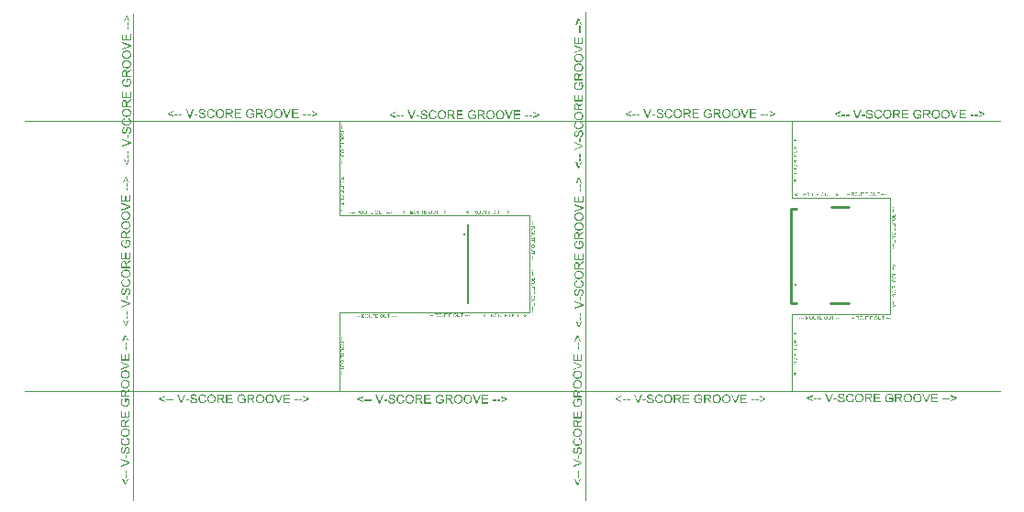
<source format=gto>
G04 Layer_Color=65535*
%FSLAX25Y25*%
%MOIN*%
G70*
G01*
G75*
%ADD14C,0.01000*%
%ADD16C,0.00100*%
%ADD33C,0.00500*%
G36*
X280327Y77958D02*
X279879D01*
Y78406D01*
X280327D01*
Y77958D01*
D02*
G37*
G36*
X160107Y96233D02*
X159570D01*
Y96770D01*
X160107D01*
Y96233D01*
D02*
G37*
G36*
X38207Y174117D02*
X37815D01*
X37121Y175790D01*
X36431Y174117D01*
X36039D01*
X36934Y176230D01*
X37302D01*
X38207Y174117D01*
D02*
G37*
G36*
X202407Y172917D02*
X202015D01*
X201321Y174590D01*
X200631Y172917D01*
X200238D01*
X201134Y175030D01*
X201502D01*
X202407Y172917D01*
D02*
G37*
G36*
X37739Y172518D02*
X37343D01*
Y173729D01*
X37739D01*
Y172518D01*
D02*
G37*
G36*
X201939Y171318D02*
X201543D01*
Y172529D01*
X201939D01*
Y171318D01*
D02*
G37*
G36*
X37739Y171029D02*
X37343D01*
Y172240D01*
X37739D01*
Y171029D01*
D02*
G37*
G36*
X201939Y169829D02*
X201543D01*
Y171040D01*
X201939D01*
Y169829D01*
D02*
G37*
G36*
X38700Y167018D02*
X35497D01*
Y169335D01*
X35875D01*
Y167441D01*
X36854D01*
Y169214D01*
X37232D01*
Y167441D01*
X38322D01*
Y169408D01*
X38700D01*
Y167018D01*
D02*
G37*
G36*
X202900Y165818D02*
X199697D01*
Y168135D01*
X200075D01*
Y166241D01*
X201054D01*
Y168014D01*
X201432D01*
Y166241D01*
X202522D01*
Y168208D01*
X202900D01*
Y165818D01*
D02*
G37*
G36*
X38700Y165376D02*
Y164939D01*
X35497Y163697D01*
Y164158D01*
X37826Y164991D01*
X37829D01*
X37839Y164995D01*
X37853Y165001D01*
X37874Y165008D01*
X37898Y165015D01*
X37926Y165026D01*
X37957Y165036D01*
X37996Y165050D01*
X38075Y165074D01*
X38162Y165102D01*
X38256Y165130D01*
X38350Y165158D01*
X38346D01*
X38339Y165161D01*
X38322Y165165D01*
X38304Y165172D01*
X38280Y165179D01*
X38252Y165185D01*
X38221Y165196D01*
X38186Y165206D01*
X38107Y165231D01*
X38016Y165262D01*
X37923Y165296D01*
X37826Y165331D01*
X35497Y166195D01*
Y166625D01*
X38700Y165376D01*
D02*
G37*
G36*
X202900Y164176D02*
Y163739D01*
X199697Y162497D01*
Y162958D01*
X202026Y163791D01*
X202029D01*
X202039Y163795D01*
X202053Y163802D01*
X202074Y163808D01*
X202098Y163815D01*
X202126Y163826D01*
X202157Y163836D01*
X202196Y163850D01*
X202275Y163874D01*
X202362Y163902D01*
X202456Y163930D01*
X202550Y163958D01*
X202546D01*
X202539Y163961D01*
X202522Y163965D01*
X202504Y163971D01*
X202480Y163979D01*
X202452Y163985D01*
X202421Y163996D01*
X202386Y164006D01*
X202307Y164031D01*
X202216Y164062D01*
X202123Y164096D01*
X202026Y164131D01*
X199697Y164995D01*
Y165426D01*
X202900Y164176D01*
D02*
G37*
G36*
X37187Y163475D02*
X37229Y163471D01*
X37277Y163468D01*
X37333Y163461D01*
X37395Y163454D01*
X37461Y163444D01*
X37531Y163430D01*
X37604Y163416D01*
X37676Y163395D01*
X37753Y163371D01*
X37826Y163346D01*
X37902Y163315D01*
X37975Y163280D01*
X37978Y163277D01*
X37992Y163270D01*
X38013Y163260D01*
X38037Y163246D01*
X38069Y163225D01*
X38107Y163201D01*
X38148Y163169D01*
X38193Y163138D01*
X38238Y163100D01*
X38287Y163058D01*
X38336Y163010D01*
X38384Y162961D01*
X38429Y162909D01*
X38475Y162850D01*
X38520Y162788D01*
X38558Y162722D01*
X38561Y162718D01*
X38565Y162704D01*
X38575Y162687D01*
X38589Y162659D01*
X38603Y162625D01*
X38620Y162586D01*
X38638Y162541D01*
X38655Y162489D01*
X38672Y162434D01*
X38690Y162375D01*
X38707Y162309D01*
X38721Y162243D01*
X38745Y162097D01*
X38749Y162021D01*
X38752Y161944D01*
Y161941D01*
Y161924D01*
Y161899D01*
X38749Y161868D01*
X38745Y161830D01*
X38742Y161781D01*
X38735Y161733D01*
X38724Y161674D01*
X38714Y161615D01*
X38700Y161549D01*
X38683Y161483D01*
X38662Y161414D01*
X38638Y161344D01*
X38606Y161275D01*
X38575Y161205D01*
X38537Y161136D01*
X38533Y161132D01*
X38526Y161122D01*
X38513Y161101D01*
X38495Y161077D01*
X38475Y161049D01*
X38447Y161014D01*
X38416Y160976D01*
X38381Y160935D01*
X38339Y160890D01*
X38294Y160848D01*
X38245Y160803D01*
X38193Y160758D01*
X38134Y160713D01*
X38075Y160671D01*
X38010Y160633D01*
X37940Y160595D01*
X37937Y160591D01*
X37923Y160588D01*
X37902Y160577D01*
X37874Y160567D01*
X37839Y160553D01*
X37798Y160539D01*
X37753Y160522D01*
X37697Y160504D01*
X37642Y160487D01*
X37579Y160470D01*
X37513Y160456D01*
X37444Y160442D01*
X37298Y160421D01*
X37218Y160418D01*
X37142Y160414D01*
X37107D01*
X37086Y160418D01*
X37066D01*
X37010Y160421D01*
X36944Y160428D01*
X36864Y160438D01*
X36781Y160449D01*
X36687Y160466D01*
X36587Y160491D01*
X36486Y160518D01*
X36382Y160553D01*
X36278Y160595D01*
X36174Y160643D01*
X36077Y160699D01*
X35980Y160765D01*
X35893Y160841D01*
X35889Y160844D01*
X35872Y160862D01*
X35851Y160886D01*
X35823Y160917D01*
X35789Y160962D01*
X35750Y161011D01*
X35709Y161070D01*
X35667Y161139D01*
X35626Y161216D01*
X35584Y161299D01*
X35546Y161389D01*
X35511Y161490D01*
X35483Y161594D01*
X35462Y161705D01*
X35445Y161823D01*
X35442Y161948D01*
Y161951D01*
Y161969D01*
Y161989D01*
X35445Y162021D01*
X35449Y162062D01*
X35452Y162108D01*
X35459Y162156D01*
X35469Y162212D01*
X35480Y162274D01*
X35494Y162337D01*
X35511Y162402D01*
X35532Y162472D01*
X35556Y162541D01*
X35584Y162611D01*
X35615Y162677D01*
X35653Y162746D01*
X35657Y162750D01*
X35664Y162763D01*
X35674Y162781D01*
X35691Y162805D01*
X35712Y162836D01*
X35740Y162867D01*
X35771Y162906D01*
X35806Y162947D01*
X35848Y162992D01*
X35893Y163038D01*
X35941Y163083D01*
X35993Y163128D01*
X36049Y163169D01*
X36111Y163215D01*
X36177Y163253D01*
X36247Y163291D01*
X36250Y163294D01*
X36264Y163298D01*
X36285Y163308D01*
X36313Y163319D01*
X36347Y163336D01*
X36393Y163350D01*
X36441Y163367D01*
X36497Y163384D01*
X36555Y163402D01*
X36621Y163419D01*
X36694Y163436D01*
X36767Y163450D01*
X36847Y163461D01*
X36930Y163471D01*
X37014Y163475D01*
X37104Y163478D01*
X37152D01*
X37187Y163475D01*
D02*
G37*
G36*
X201387Y162275D02*
X201429Y162271D01*
X201477Y162268D01*
X201533Y162261D01*
X201595Y162254D01*
X201661Y162243D01*
X201731Y162230D01*
X201803Y162216D01*
X201876Y162195D01*
X201953Y162171D01*
X202026Y162146D01*
X202102Y162115D01*
X202175Y162080D01*
X202178Y162077D01*
X202192Y162070D01*
X202213Y162060D01*
X202237Y162046D01*
X202269Y162025D01*
X202307Y162001D01*
X202348Y161969D01*
X202393Y161938D01*
X202438Y161900D01*
X202487Y161858D01*
X202536Y161810D01*
X202584Y161761D01*
X202629Y161709D01*
X202675Y161650D01*
X202720Y161588D01*
X202758Y161522D01*
X202761Y161518D01*
X202765Y161504D01*
X202775Y161487D01*
X202789Y161459D01*
X202803Y161425D01*
X202820Y161386D01*
X202837Y161341D01*
X202855Y161289D01*
X202872Y161234D01*
X202890Y161175D01*
X202907Y161109D01*
X202921Y161043D01*
X202945Y160897D01*
X202949Y160821D01*
X202952Y160744D01*
Y160741D01*
Y160724D01*
Y160699D01*
X202949Y160668D01*
X202945Y160630D01*
X202942Y160581D01*
X202935Y160533D01*
X202924Y160474D01*
X202914Y160415D01*
X202900Y160349D01*
X202883Y160283D01*
X202862Y160213D01*
X202837Y160144D01*
X202806Y160075D01*
X202775Y160005D01*
X202737Y159936D01*
X202733Y159932D01*
X202727Y159922D01*
X202713Y159901D01*
X202695Y159877D01*
X202675Y159849D01*
X202647Y159815D01*
X202615Y159776D01*
X202581Y159735D01*
X202539Y159690D01*
X202494Y159648D01*
X202445Y159603D01*
X202393Y159558D01*
X202334Y159513D01*
X202275Y159471D01*
X202209Y159433D01*
X202140Y159395D01*
X202137Y159391D01*
X202123Y159388D01*
X202102Y159377D01*
X202074Y159367D01*
X202039Y159353D01*
X201998Y159339D01*
X201953Y159322D01*
X201897Y159304D01*
X201842Y159287D01*
X201779Y159270D01*
X201713Y159256D01*
X201644Y159242D01*
X201498Y159221D01*
X201418Y159218D01*
X201342Y159214D01*
X201307D01*
X201286Y159218D01*
X201266D01*
X201210Y159221D01*
X201144Y159228D01*
X201064Y159238D01*
X200981Y159249D01*
X200887Y159266D01*
X200787Y159291D01*
X200686Y159318D01*
X200582Y159353D01*
X200478Y159395D01*
X200374Y159443D01*
X200277Y159499D01*
X200180Y159565D01*
X200093Y159641D01*
X200089Y159644D01*
X200072Y159662D01*
X200051Y159686D01*
X200023Y159717D01*
X199989Y159762D01*
X199951Y159811D01*
X199909Y159870D01*
X199867Y159939D01*
X199826Y160016D01*
X199784Y160099D01*
X199746Y160189D01*
X199711Y160290D01*
X199683Y160394D01*
X199662Y160505D01*
X199645Y160623D01*
X199642Y160748D01*
Y160751D01*
Y160769D01*
Y160790D01*
X199645Y160821D01*
X199649Y160862D01*
X199652Y160907D01*
X199659Y160956D01*
X199669Y161012D01*
X199680Y161074D01*
X199694Y161136D01*
X199711Y161203D01*
X199732Y161272D01*
X199756Y161341D01*
X199784Y161411D01*
X199815Y161477D01*
X199853Y161546D01*
X199857Y161549D01*
X199864Y161563D01*
X199874Y161581D01*
X199891Y161605D01*
X199912Y161636D01*
X199940Y161668D01*
X199971Y161706D01*
X200006Y161747D01*
X200048Y161792D01*
X200093Y161837D01*
X200141Y161883D01*
X200193Y161928D01*
X200249Y161969D01*
X200311Y162014D01*
X200377Y162053D01*
X200447Y162091D01*
X200450Y162094D01*
X200464Y162098D01*
X200485Y162108D01*
X200513Y162119D01*
X200547Y162136D01*
X200592Y162150D01*
X200641Y162167D01*
X200697Y162185D01*
X200756Y162202D01*
X200821Y162219D01*
X200894Y162236D01*
X200967Y162250D01*
X201047Y162261D01*
X201130Y162271D01*
X201214Y162275D01*
X201304Y162278D01*
X201352D01*
X201387Y162275D01*
D02*
G37*
G36*
X37187Y159994D02*
X37229Y159991D01*
X37277Y159987D01*
X37333Y159980D01*
X37395Y159974D01*
X37461Y159963D01*
X37531Y159949D01*
X37604Y159935D01*
X37676Y159915D01*
X37753Y159890D01*
X37826Y159866D01*
X37902Y159835D01*
X37975Y159800D01*
X37978Y159797D01*
X37992Y159790D01*
X38013Y159779D01*
X38037Y159765D01*
X38069Y159745D01*
X38107Y159720D01*
X38148Y159689D01*
X38193Y159658D01*
X38238Y159619D01*
X38287Y159578D01*
X38336Y159529D01*
X38384Y159481D01*
X38429Y159429D01*
X38475Y159370D01*
X38520Y159307D01*
X38558Y159241D01*
X38561Y159238D01*
X38565Y159224D01*
X38575Y159207D01*
X38589Y159179D01*
X38603Y159144D01*
X38620Y159106D01*
X38638Y159061D01*
X38655Y159009D01*
X38672Y158953D01*
X38690Y158894D01*
X38707Y158828D01*
X38721Y158762D01*
X38745Y158617D01*
X38749Y158540D01*
X38752Y158464D01*
Y158460D01*
Y158443D01*
Y158419D01*
X38749Y158388D01*
X38745Y158350D01*
X38742Y158301D01*
X38735Y158252D01*
X38724Y158193D01*
X38714Y158134D01*
X38700Y158068D01*
X38683Y158002D01*
X38662Y157933D01*
X38638Y157864D01*
X38606Y157794D01*
X38575Y157725D01*
X38537Y157656D01*
X38533Y157652D01*
X38526Y157642D01*
X38513Y157621D01*
X38495Y157597D01*
X38475Y157569D01*
X38447Y157534D01*
X38416Y157496D01*
X38381Y157454D01*
X38339Y157409D01*
X38294Y157368D01*
X38245Y157322D01*
X38193Y157277D01*
X38134Y157232D01*
X38075Y157191D01*
X38010Y157152D01*
X37940Y157114D01*
X37937Y157111D01*
X37923Y157107D01*
X37902Y157097D01*
X37874Y157086D01*
X37839Y157073D01*
X37798Y157059D01*
X37753Y157041D01*
X37697Y157024D01*
X37642Y157007D01*
X37579Y156989D01*
X37513Y156975D01*
X37444Y156962D01*
X37298Y156941D01*
X37218Y156937D01*
X37142Y156934D01*
X37107D01*
X37086Y156937D01*
X37066D01*
X37010Y156941D01*
X36944Y156948D01*
X36864Y156958D01*
X36781Y156968D01*
X36687Y156986D01*
X36587Y157010D01*
X36486Y157038D01*
X36382Y157073D01*
X36278Y157114D01*
X36174Y157163D01*
X36077Y157218D01*
X35980Y157284D01*
X35893Y157361D01*
X35889Y157364D01*
X35872Y157381D01*
X35851Y157406D01*
X35823Y157437D01*
X35789Y157482D01*
X35750Y157531D01*
X35709Y157590D01*
X35667Y157659D01*
X35626Y157735D01*
X35584Y157819D01*
X35546Y157909D01*
X35511Y158009D01*
X35483Y158114D01*
X35462Y158225D01*
X35445Y158343D01*
X35442Y158467D01*
Y158471D01*
Y158488D01*
Y158509D01*
X35445Y158540D01*
X35449Y158582D01*
X35452Y158627D01*
X35459Y158676D01*
X35469Y158731D01*
X35480Y158794D01*
X35494Y158856D01*
X35511Y158922D01*
X35532Y158992D01*
X35556Y159061D01*
X35584Y159130D01*
X35615Y159196D01*
X35653Y159266D01*
X35657Y159269D01*
X35664Y159283D01*
X35674Y159300D01*
X35691Y159325D01*
X35712Y159356D01*
X35740Y159387D01*
X35771Y159425D01*
X35806Y159467D01*
X35848Y159512D01*
X35893Y159557D01*
X35941Y159602D01*
X35993Y159647D01*
X36049Y159689D01*
X36111Y159734D01*
X36177Y159772D01*
X36247Y159810D01*
X36250Y159814D01*
X36264Y159817D01*
X36285Y159828D01*
X36313Y159838D01*
X36347Y159855D01*
X36393Y159869D01*
X36441Y159887D01*
X36497Y159904D01*
X36555Y159921D01*
X36621Y159939D01*
X36694Y159956D01*
X36767Y159970D01*
X36847Y159980D01*
X36930Y159991D01*
X37014Y159994D01*
X37104Y159998D01*
X37152D01*
X37187Y159994D01*
D02*
G37*
G36*
X201387Y158794D02*
X201429Y158791D01*
X201477Y158787D01*
X201533Y158780D01*
X201595Y158774D01*
X201661Y158763D01*
X201731Y158749D01*
X201803Y158735D01*
X201876Y158714D01*
X201953Y158690D01*
X202026Y158666D01*
X202102Y158635D01*
X202175Y158600D01*
X202178Y158597D01*
X202192Y158590D01*
X202213Y158579D01*
X202237Y158565D01*
X202269Y158545D01*
X202307Y158520D01*
X202348Y158489D01*
X202393Y158458D01*
X202438Y158420D01*
X202487Y158378D01*
X202536Y158329D01*
X202584Y158281D01*
X202629Y158229D01*
X202675Y158170D01*
X202720Y158107D01*
X202758Y158041D01*
X202761Y158038D01*
X202765Y158024D01*
X202775Y158007D01*
X202789Y157979D01*
X202803Y157944D01*
X202820Y157906D01*
X202837Y157861D01*
X202855Y157809D01*
X202872Y157753D01*
X202890Y157694D01*
X202907Y157628D01*
X202921Y157562D01*
X202945Y157417D01*
X202949Y157340D01*
X202952Y157264D01*
Y157261D01*
Y157243D01*
Y157219D01*
X202949Y157188D01*
X202945Y157150D01*
X202942Y157101D01*
X202935Y157052D01*
X202924Y156993D01*
X202914Y156934D01*
X202900Y156868D01*
X202883Y156802D01*
X202862Y156733D01*
X202837Y156664D01*
X202806Y156594D01*
X202775Y156525D01*
X202737Y156456D01*
X202733Y156452D01*
X202727Y156442D01*
X202713Y156421D01*
X202695Y156396D01*
X202675Y156369D01*
X202647Y156334D01*
X202615Y156296D01*
X202581Y156254D01*
X202539Y156209D01*
X202494Y156167D01*
X202445Y156122D01*
X202393Y156077D01*
X202334Y156032D01*
X202275Y155991D01*
X202209Y155952D01*
X202140Y155914D01*
X202137Y155911D01*
X202123Y155907D01*
X202102Y155897D01*
X202074Y155886D01*
X202039Y155873D01*
X201998Y155859D01*
X201953Y155841D01*
X201897Y155824D01*
X201842Y155807D01*
X201779Y155789D01*
X201713Y155775D01*
X201644Y155762D01*
X201498Y155741D01*
X201418Y155737D01*
X201342Y155734D01*
X201307D01*
X201286Y155737D01*
X201266D01*
X201210Y155741D01*
X201144Y155748D01*
X201064Y155758D01*
X200981Y155769D01*
X200887Y155786D01*
X200787Y155810D01*
X200686Y155838D01*
X200582Y155873D01*
X200478Y155914D01*
X200374Y155963D01*
X200277Y156018D01*
X200180Y156084D01*
X200093Y156161D01*
X200089Y156164D01*
X200072Y156181D01*
X200051Y156206D01*
X200023Y156237D01*
X199989Y156282D01*
X199951Y156331D01*
X199909Y156390D01*
X199867Y156459D01*
X199826Y156535D01*
X199784Y156619D01*
X199746Y156709D01*
X199711Y156809D01*
X199683Y156914D01*
X199662Y157025D01*
X199645Y157143D01*
X199642Y157267D01*
Y157271D01*
Y157288D01*
Y157309D01*
X199645Y157340D01*
X199649Y157382D01*
X199652Y157427D01*
X199659Y157476D01*
X199669Y157531D01*
X199680Y157594D01*
X199694Y157656D01*
X199711Y157722D01*
X199732Y157791D01*
X199756Y157861D01*
X199784Y157930D01*
X199815Y157996D01*
X199853Y158066D01*
X199857Y158069D01*
X199864Y158083D01*
X199874Y158100D01*
X199891Y158125D01*
X199912Y158156D01*
X199940Y158187D01*
X199971Y158225D01*
X200006Y158267D01*
X200048Y158312D01*
X200093Y158357D01*
X200141Y158402D01*
X200193Y158447D01*
X200249Y158489D01*
X200311Y158534D01*
X200377Y158572D01*
X200447Y158610D01*
X200450Y158614D01*
X200464Y158617D01*
X200485Y158628D01*
X200513Y158638D01*
X200547Y158656D01*
X200592Y158669D01*
X200641Y158687D01*
X200697Y158704D01*
X200756Y158721D01*
X200821Y158739D01*
X200894Y158756D01*
X200967Y158770D01*
X201047Y158780D01*
X201130Y158791D01*
X201214Y158794D01*
X201304Y158798D01*
X201352D01*
X201387Y158794D01*
D02*
G37*
G36*
X38700Y156125D02*
X38034Y155702D01*
X38030Y155698D01*
X38020Y155695D01*
X38006Y155684D01*
X37985Y155671D01*
X37961Y155657D01*
X37933Y155636D01*
X37871Y155594D01*
X37798Y155546D01*
X37725Y155497D01*
X37655Y155445D01*
X37593Y155396D01*
X37590D01*
X37586Y155390D01*
X37569Y155376D01*
X37541Y155355D01*
X37510Y155324D01*
X37475Y155292D01*
X37440Y155254D01*
X37406Y155216D01*
X37381Y155181D01*
X37378Y155178D01*
X37371Y155164D01*
X37361Y155147D01*
X37347Y155122D01*
X37333Y155091D01*
X37319Y155060D01*
X37305Y155025D01*
X37295Y154987D01*
Y154984D01*
X37291Y154973D01*
X37288Y154956D01*
X37284Y154932D01*
Y154897D01*
X37281Y154855D01*
X37277Y154807D01*
Y154751D01*
Y154262D01*
X38700D01*
Y153839D01*
X35497D01*
Y155258D01*
Y155261D01*
Y155275D01*
Y155299D01*
Y155327D01*
X35501Y155365D01*
Y155403D01*
X35504Y155449D01*
X35508Y155501D01*
X35518Y155605D01*
X35535Y155712D01*
X35556Y155816D01*
X35570Y155861D01*
X35584Y155907D01*
Y155910D01*
X35587Y155917D01*
X35594Y155927D01*
X35601Y155945D01*
X35622Y155986D01*
X35653Y156035D01*
X35695Y156094D01*
X35750Y156153D01*
X35813Y156212D01*
X35889Y156264D01*
X35893D01*
X35900Y156271D01*
X35910Y156278D01*
X35928Y156285D01*
X35948Y156295D01*
X35973Y156306D01*
X36000Y156320D01*
X36032Y156333D01*
X36104Y156358D01*
X36184Y156378D01*
X36274Y156392D01*
X36372Y156399D01*
X36406D01*
X36427Y156396D01*
X36458Y156392D01*
X36493Y156389D01*
X36531Y156382D01*
X36573Y156372D01*
X36663Y156344D01*
X36712Y156326D01*
X36760Y156306D01*
X36809Y156281D01*
X36857Y156250D01*
X36902Y156216D01*
X36948Y156177D01*
X36951Y156174D01*
X36958Y156167D01*
X36968Y156153D01*
X36986Y156136D01*
X37003Y156111D01*
X37024Y156084D01*
X37048Y156049D01*
X37073Y156007D01*
X37097Y155962D01*
X37121Y155914D01*
X37145Y155858D01*
X37170Y155796D01*
X37191Y155730D01*
X37211Y155657D01*
X37229Y155577D01*
X37243Y155494D01*
Y155497D01*
X37246Y155501D01*
X37257Y155522D01*
X37274Y155553D01*
X37295Y155591D01*
X37319Y155632D01*
X37343Y155674D01*
X37374Y155716D01*
X37402Y155751D01*
X37406Y155754D01*
X37409Y155757D01*
X37420Y155768D01*
X37433Y155782D01*
X37451Y155799D01*
X37472Y155820D01*
X37520Y155865D01*
X37583Y155917D01*
X37655Y155976D01*
X37739Y156038D01*
X37829Y156101D01*
X38700Y156656D01*
Y156125D01*
D02*
G37*
G36*
X202900Y154925D02*
X202234Y154502D01*
X202230Y154498D01*
X202220Y154495D01*
X202206Y154484D01*
X202185Y154471D01*
X202161Y154457D01*
X202133Y154436D01*
X202071Y154394D01*
X201998Y154346D01*
X201925Y154297D01*
X201855Y154245D01*
X201793Y154197D01*
X201790D01*
X201786Y154190D01*
X201769Y154176D01*
X201741Y154155D01*
X201710Y154124D01*
X201675Y154092D01*
X201640Y154054D01*
X201606Y154016D01*
X201581Y153981D01*
X201578Y153978D01*
X201571Y153964D01*
X201561Y153947D01*
X201547Y153922D01*
X201533Y153891D01*
X201519Y153860D01*
X201505Y153825D01*
X201495Y153787D01*
Y153784D01*
X201491Y153773D01*
X201488Y153756D01*
X201484Y153732D01*
Y153697D01*
X201481Y153655D01*
X201477Y153607D01*
Y153551D01*
Y153062D01*
X202900D01*
Y152638D01*
X199697D01*
Y154058D01*
Y154061D01*
Y154075D01*
Y154099D01*
Y154127D01*
X199701Y154165D01*
Y154203D01*
X199704Y154249D01*
X199708Y154301D01*
X199718Y154405D01*
X199735Y154512D01*
X199756Y154616D01*
X199770Y154662D01*
X199784Y154707D01*
Y154710D01*
X199787Y154717D01*
X199794Y154727D01*
X199801Y154745D01*
X199822Y154786D01*
X199853Y154835D01*
X199895Y154894D01*
X199951Y154953D01*
X200013Y155012D01*
X200089Y155064D01*
X200093D01*
X200100Y155071D01*
X200110Y155078D01*
X200128Y155085D01*
X200148Y155095D01*
X200173Y155106D01*
X200200Y155120D01*
X200232Y155133D01*
X200304Y155158D01*
X200384Y155178D01*
X200475Y155192D01*
X200572Y155199D01*
X200606D01*
X200627Y155196D01*
X200658Y155192D01*
X200693Y155189D01*
X200731Y155182D01*
X200773Y155172D01*
X200863Y155144D01*
X200912Y155127D01*
X200960Y155106D01*
X201009Y155081D01*
X201057Y155050D01*
X201102Y155016D01*
X201148Y154977D01*
X201151Y154974D01*
X201158Y154967D01*
X201168Y154953D01*
X201186Y154936D01*
X201203Y154911D01*
X201224Y154884D01*
X201248Y154849D01*
X201273Y154807D01*
X201297Y154762D01*
X201321Y154714D01*
X201345Y154658D01*
X201370Y154596D01*
X201391Y154530D01*
X201411Y154457D01*
X201429Y154377D01*
X201443Y154294D01*
Y154297D01*
X201446Y154301D01*
X201456Y154322D01*
X201474Y154353D01*
X201495Y154391D01*
X201519Y154432D01*
X201543Y154474D01*
X201574Y154516D01*
X201602Y154551D01*
X201606Y154554D01*
X201609Y154557D01*
X201620Y154568D01*
X201633Y154582D01*
X201651Y154599D01*
X201672Y154620D01*
X201720Y154665D01*
X201783Y154717D01*
X201855Y154776D01*
X201939Y154839D01*
X202029Y154901D01*
X202900Y155456D01*
Y154925D01*
D02*
G37*
G36*
X38259Y153203D02*
X38266Y153193D01*
X38280Y153176D01*
X38298Y153151D01*
X38318Y153124D01*
X38339Y153089D01*
X38367Y153051D01*
X38395Y153009D01*
X38422Y152964D01*
X38454Y152912D01*
X38516Y152804D01*
X38575Y152687D01*
X38627Y152562D01*
Y152558D01*
X38634Y152548D01*
X38638Y152530D01*
X38648Y152503D01*
X38655Y152475D01*
X38665Y152437D01*
X38679Y152399D01*
X38690Y152353D01*
X38700Y152301D01*
X38714Y152249D01*
X38731Y152135D01*
X38745Y152010D01*
X38752Y151881D01*
Y151874D01*
Y151861D01*
Y151836D01*
X38749Y151802D01*
X38745Y151760D01*
X38742Y151711D01*
X38735Y151656D01*
X38728Y151597D01*
X38717Y151534D01*
X38704Y151465D01*
X38686Y151396D01*
X38665Y151319D01*
X38644Y151246D01*
X38617Y151174D01*
X38585Y151097D01*
X38551Y151024D01*
X38547Y151021D01*
X38540Y151007D01*
X38530Y150986D01*
X38513Y150962D01*
X38492Y150931D01*
X38467Y150892D01*
X38436Y150851D01*
X38402Y150806D01*
X38363Y150761D01*
X38318Y150712D01*
X38273Y150663D01*
X38221Y150615D01*
X38162Y150570D01*
X38103Y150525D01*
X38037Y150479D01*
X37968Y150441D01*
X37964Y150438D01*
X37951Y150434D01*
X37930Y150424D01*
X37902Y150410D01*
X37864Y150396D01*
X37822Y150379D01*
X37773Y150362D01*
X37718Y150344D01*
X37659Y150327D01*
X37593Y150310D01*
X37520Y150292D01*
X37447Y150278D01*
X37367Y150264D01*
X37288Y150254D01*
X37201Y150250D01*
X37114Y150247D01*
X37069D01*
X37034Y150250D01*
X36993Y150254D01*
X36944Y150258D01*
X36889Y150264D01*
X36830Y150271D01*
X36764Y150282D01*
X36694Y150296D01*
X36549Y150330D01*
X36472Y150351D01*
X36396Y150379D01*
X36320Y150407D01*
X36243Y150441D01*
X36240Y150445D01*
X36226Y150452D01*
X36205Y150462D01*
X36177Y150476D01*
X36143Y150497D01*
X36104Y150521D01*
X36063Y150552D01*
X36014Y150584D01*
X35966Y150622D01*
X35917Y150663D01*
X35868Y150709D01*
X35816Y150761D01*
X35768Y150813D01*
X35723Y150872D01*
X35678Y150934D01*
X35640Y151000D01*
X35636Y151004D01*
X35633Y151017D01*
X35622Y151038D01*
X35608Y151066D01*
X35594Y151101D01*
X35577Y151142D01*
X35560Y151191D01*
X35539Y151243D01*
X35522Y151302D01*
X35504Y151368D01*
X35487Y151437D01*
X35473Y151514D01*
X35459Y151590D01*
X35449Y151673D01*
X35445Y151760D01*
X35442Y151847D01*
Y151850D01*
Y151861D01*
Y151881D01*
Y151906D01*
X35445Y151937D01*
X35449Y151972D01*
X35452Y152010D01*
X35456Y152055D01*
X35469Y152152D01*
X35490Y152260D01*
X35518Y152367D01*
X35556Y152475D01*
Y152478D01*
X35560Y152489D01*
X35567Y152503D01*
X35577Y152520D01*
X35587Y152544D01*
X35601Y152572D01*
X35636Y152634D01*
X35681Y152707D01*
X35733Y152780D01*
X35796Y152850D01*
X35868Y152916D01*
X35872Y152919D01*
X35879Y152922D01*
X35889Y152929D01*
X35903Y152943D01*
X35924Y152954D01*
X35948Y152971D01*
X35976Y152988D01*
X36011Y153006D01*
X36045Y153026D01*
X36084Y153044D01*
X36129Y153065D01*
X36174Y153085D01*
X36278Y153124D01*
X36393Y153158D01*
X36497Y152773D01*
X36493D01*
X36486Y152770D01*
X36472Y152766D01*
X36455Y152759D01*
X36438Y152752D01*
X36413Y152745D01*
X36358Y152725D01*
X36295Y152697D01*
X36233Y152666D01*
X36170Y152631D01*
X36115Y152593D01*
X36108Y152589D01*
X36091Y152572D01*
X36066Y152548D01*
X36032Y152516D01*
X35997Y152471D01*
X35959Y152419D01*
X35924Y152357D01*
X35889Y152287D01*
Y152284D01*
X35886Y152277D01*
X35882Y152267D01*
X35875Y152253D01*
X35868Y152235D01*
X35862Y152211D01*
X35844Y152159D01*
X35830Y152093D01*
X35816Y152020D01*
X35806Y151937D01*
X35803Y151850D01*
Y151847D01*
Y151836D01*
Y151822D01*
Y151802D01*
X35806Y151777D01*
Y151746D01*
X35809Y151715D01*
X35813Y151677D01*
X35823Y151600D01*
X35841Y151514D01*
X35862Y151430D01*
X35893Y151347D01*
Y151344D01*
X35896Y151337D01*
X35903Y151326D01*
X35910Y151312D01*
X35928Y151274D01*
X35955Y151226D01*
X35990Y151170D01*
X36032Y151115D01*
X36077Y151056D01*
X36129Y151004D01*
X36136Y150997D01*
X36153Y150983D01*
X36184Y150958D01*
X36222Y150931D01*
X36268Y150899D01*
X36323Y150865D01*
X36382Y150833D01*
X36445Y150806D01*
X36448D01*
X36458Y150802D01*
X36472Y150795D01*
X36497Y150788D01*
X36524Y150778D01*
X36555Y150768D01*
X36594Y150757D01*
X36635Y150747D01*
X36680Y150733D01*
X36733Y150723D01*
X36840Y150705D01*
X36961Y150691D01*
X37090Y150684D01*
X37132D01*
X37159Y150688D01*
X37198D01*
X37239Y150691D01*
X37288Y150698D01*
X37340Y150702D01*
X37454Y150719D01*
X37572Y150747D01*
X37694Y150781D01*
X37808Y150830D01*
X37812Y150833D01*
X37822Y150837D01*
X37836Y150844D01*
X37857Y150858D01*
X37878Y150872D01*
X37905Y150892D01*
X37968Y150938D01*
X38037Y151000D01*
X38110Y151073D01*
X38176Y151156D01*
X38207Y151205D01*
X38235Y151257D01*
Y151260D01*
X38242Y151271D01*
X38249Y151285D01*
X38256Y151305D01*
X38266Y151333D01*
X38280Y151364D01*
X38291Y151399D01*
X38304Y151437D01*
X38318Y151479D01*
X38329Y151528D01*
X38353Y151628D01*
X38367Y151739D01*
X38374Y151857D01*
Y151861D01*
Y151871D01*
Y151885D01*
X38370Y151906D01*
Y151930D01*
X38367Y151958D01*
X38363Y151989D01*
X38360Y152027D01*
X38350Y152107D01*
X38329Y152197D01*
X38304Y152294D01*
X38270Y152392D01*
Y152395D01*
X38266Y152402D01*
X38259Y152416D01*
X38252Y152437D01*
X38242Y152457D01*
X38228Y152482D01*
X38200Y152541D01*
X38166Y152607D01*
X38127Y152673D01*
X38089Y152735D01*
X38044Y152791D01*
X37444D01*
Y151850D01*
X37066D01*
Y153207D01*
X38256D01*
X38259Y153203D01*
D02*
G37*
G36*
X202459Y152004D02*
X202466Y151993D01*
X202480Y151976D01*
X202498Y151951D01*
X202518Y151924D01*
X202539Y151889D01*
X202567Y151851D01*
X202595Y151809D01*
X202622Y151764D01*
X202654Y151712D01*
X202716Y151604D01*
X202775Y151487D01*
X202827Y151362D01*
Y151358D01*
X202834Y151348D01*
X202837Y151330D01*
X202848Y151303D01*
X202855Y151275D01*
X202865Y151237D01*
X202879Y151198D01*
X202890Y151153D01*
X202900Y151101D01*
X202914Y151049D01*
X202931Y150935D01*
X202945Y150810D01*
X202952Y150681D01*
Y150674D01*
Y150661D01*
Y150636D01*
X202949Y150602D01*
X202945Y150560D01*
X202942Y150511D01*
X202935Y150456D01*
X202928Y150397D01*
X202917Y150334D01*
X202904Y150265D01*
X202886Y150196D01*
X202865Y150119D01*
X202845Y150046D01*
X202817Y149974D01*
X202785Y149897D01*
X202751Y149824D01*
X202747Y149821D01*
X202740Y149807D01*
X202730Y149786D01*
X202713Y149762D01*
X202692Y149731D01*
X202667Y149692D01*
X202636Y149651D01*
X202602Y149606D01*
X202563Y149561D01*
X202518Y149512D01*
X202473Y149463D01*
X202421Y149415D01*
X202362Y149370D01*
X202303Y149325D01*
X202237Y149279D01*
X202168Y149241D01*
X202164Y149238D01*
X202151Y149234D01*
X202130Y149224D01*
X202102Y149210D01*
X202064Y149196D01*
X202022Y149179D01*
X201974Y149162D01*
X201918Y149144D01*
X201859Y149127D01*
X201793Y149109D01*
X201720Y149092D01*
X201647Y149078D01*
X201568Y149064D01*
X201488Y149054D01*
X201401Y149050D01*
X201314Y149047D01*
X201269D01*
X201234Y149050D01*
X201193Y149054D01*
X201144Y149057D01*
X201089Y149064D01*
X201030Y149071D01*
X200964Y149082D01*
X200894Y149096D01*
X200749Y149130D01*
X200672Y149151D01*
X200596Y149179D01*
X200520Y149207D01*
X200443Y149241D01*
X200440Y149245D01*
X200426Y149252D01*
X200405Y149262D01*
X200377Y149276D01*
X200343Y149297D01*
X200304Y149321D01*
X200263Y149352D01*
X200214Y149384D01*
X200166Y149422D01*
X200117Y149463D01*
X200068Y149509D01*
X200016Y149561D01*
X199968Y149613D01*
X199923Y149672D01*
X199878Y149734D01*
X199839Y149800D01*
X199836Y149803D01*
X199832Y149817D01*
X199822Y149838D01*
X199808Y149866D01*
X199794Y149901D01*
X199777Y149942D01*
X199760Y149991D01*
X199739Y150043D01*
X199722Y150102D01*
X199704Y150168D01*
X199687Y150237D01*
X199673Y150314D01*
X199659Y150390D01*
X199649Y150473D01*
X199645Y150560D01*
X199642Y150647D01*
Y150650D01*
Y150661D01*
Y150681D01*
Y150706D01*
X199645Y150737D01*
X199649Y150772D01*
X199652Y150810D01*
X199655Y150855D01*
X199669Y150952D01*
X199690Y151060D01*
X199718Y151167D01*
X199756Y151275D01*
Y151278D01*
X199760Y151289D01*
X199767Y151303D01*
X199777Y151320D01*
X199787Y151344D01*
X199801Y151372D01*
X199836Y151434D01*
X199881Y151507D01*
X199933Y151580D01*
X199996Y151650D01*
X200068Y151716D01*
X200072Y151719D01*
X200079Y151722D01*
X200089Y151729D01*
X200103Y151743D01*
X200124Y151754D01*
X200148Y151771D01*
X200176Y151788D01*
X200211Y151806D01*
X200245Y151827D01*
X200284Y151844D01*
X200329Y151865D01*
X200374Y151885D01*
X200478Y151924D01*
X200592Y151958D01*
X200697Y151573D01*
X200693D01*
X200686Y151570D01*
X200672Y151566D01*
X200655Y151559D01*
X200638Y151552D01*
X200613Y151546D01*
X200558Y151525D01*
X200495Y151497D01*
X200433Y151466D01*
X200370Y151431D01*
X200315Y151393D01*
X200308Y151389D01*
X200291Y151372D01*
X200266Y151348D01*
X200232Y151316D01*
X200197Y151271D01*
X200159Y151219D01*
X200124Y151157D01*
X200089Y151087D01*
Y151084D01*
X200086Y151077D01*
X200082Y151067D01*
X200075Y151053D01*
X200068Y151035D01*
X200061Y151011D01*
X200044Y150959D01*
X200030Y150893D01*
X200016Y150820D01*
X200006Y150737D01*
X200003Y150650D01*
Y150647D01*
Y150636D01*
Y150622D01*
Y150602D01*
X200006Y150577D01*
Y150546D01*
X200009Y150515D01*
X200013Y150477D01*
X200023Y150400D01*
X200041Y150314D01*
X200061Y150230D01*
X200093Y150147D01*
Y150144D01*
X200096Y150137D01*
X200103Y150126D01*
X200110Y150112D01*
X200128Y150074D01*
X200155Y150026D01*
X200190Y149970D01*
X200232Y149915D01*
X200277Y149856D01*
X200329Y149803D01*
X200336Y149797D01*
X200353Y149783D01*
X200384Y149758D01*
X200422Y149731D01*
X200467Y149699D01*
X200523Y149665D01*
X200582Y149634D01*
X200644Y149606D01*
X200648D01*
X200658Y149602D01*
X200672Y149595D01*
X200697Y149588D01*
X200724Y149578D01*
X200756Y149568D01*
X200794Y149557D01*
X200835Y149547D01*
X200881Y149533D01*
X200933Y149522D01*
X201040Y149505D01*
X201162Y149491D01*
X201290Y149484D01*
X201332D01*
X201359Y149488D01*
X201397D01*
X201439Y149491D01*
X201488Y149498D01*
X201540Y149502D01*
X201654Y149519D01*
X201772Y149547D01*
X201894Y149581D01*
X202008Y149630D01*
X202012Y149634D01*
X202022Y149637D01*
X202036Y149644D01*
X202057Y149658D01*
X202078Y149672D01*
X202105Y149692D01*
X202168Y149738D01*
X202237Y149800D01*
X202310Y149873D01*
X202376Y149956D01*
X202407Y150005D01*
X202435Y150057D01*
Y150060D01*
X202442Y150071D01*
X202449Y150085D01*
X202456Y150105D01*
X202466Y150133D01*
X202480Y150164D01*
X202490Y150199D01*
X202504Y150237D01*
X202518Y150279D01*
X202529Y150328D01*
X202553Y150428D01*
X202567Y150539D01*
X202574Y150657D01*
Y150661D01*
Y150671D01*
Y150685D01*
X202570Y150706D01*
Y150730D01*
X202567Y150758D01*
X202563Y150789D01*
X202560Y150827D01*
X202550Y150907D01*
X202529Y150997D01*
X202504Y151094D01*
X202470Y151191D01*
Y151195D01*
X202466Y151202D01*
X202459Y151216D01*
X202452Y151237D01*
X202442Y151257D01*
X202428Y151282D01*
X202400Y151341D01*
X202366Y151407D01*
X202327Y151473D01*
X202289Y151535D01*
X202244Y151591D01*
X201644D01*
Y150650D01*
X201266D01*
Y152007D01*
X202456D01*
X202459Y152004D01*
D02*
G37*
G36*
X38700Y146135D02*
X35497D01*
Y148453D01*
X35875D01*
Y146558D01*
X36854D01*
Y148332D01*
X37232D01*
Y146558D01*
X38322D01*
Y148526D01*
X38700D01*
Y146135D01*
D02*
G37*
G36*
X202900Y144935D02*
X199697D01*
Y147253D01*
X200075D01*
Y145358D01*
X201054D01*
Y147132D01*
X201432D01*
Y145358D01*
X202522D01*
Y147326D01*
X202900D01*
Y144935D01*
D02*
G37*
G36*
X38700Y145188D02*
X38034Y144764D01*
X38030Y144761D01*
X38020Y144757D01*
X38006Y144747D01*
X37985Y144733D01*
X37961Y144719D01*
X37933Y144699D01*
X37871Y144657D01*
X37798Y144608D01*
X37725Y144560D01*
X37655Y144508D01*
X37593Y144459D01*
X37590D01*
X37586Y144452D01*
X37569Y144438D01*
X37541Y144418D01*
X37510Y144386D01*
X37475Y144355D01*
X37440Y144317D01*
X37406Y144279D01*
X37381Y144244D01*
X37378Y144240D01*
X37371Y144227D01*
X37361Y144209D01*
X37347Y144185D01*
X37333Y144154D01*
X37319Y144123D01*
X37305Y144088D01*
X37295Y144050D01*
Y144046D01*
X37291Y144036D01*
X37288Y144018D01*
X37284Y143994D01*
Y143959D01*
X37281Y143918D01*
X37277Y143869D01*
Y143814D01*
Y143324D01*
X38700D01*
Y142901D01*
X35497D01*
Y144320D01*
Y144324D01*
Y144338D01*
Y144362D01*
Y144390D01*
X35501Y144428D01*
Y144466D01*
X35504Y144511D01*
X35508Y144563D01*
X35518Y144667D01*
X35535Y144775D01*
X35556Y144879D01*
X35570Y144924D01*
X35584Y144969D01*
Y144973D01*
X35587Y144980D01*
X35594Y144990D01*
X35601Y145007D01*
X35622Y145049D01*
X35653Y145098D01*
X35695Y145157D01*
X35750Y145216D01*
X35813Y145274D01*
X35889Y145327D01*
X35893D01*
X35900Y145334D01*
X35910Y145341D01*
X35928Y145347D01*
X35948Y145358D01*
X35973Y145368D01*
X36000Y145382D01*
X36032Y145396D01*
X36104Y145420D01*
X36184Y145441D01*
X36274Y145455D01*
X36372Y145462D01*
X36406D01*
X36427Y145458D01*
X36458Y145455D01*
X36493Y145451D01*
X36531Y145445D01*
X36573Y145434D01*
X36663Y145406D01*
X36712Y145389D01*
X36760Y145368D01*
X36809Y145344D01*
X36857Y145313D01*
X36902Y145278D01*
X36948Y145240D01*
X36951Y145236D01*
X36958Y145229D01*
X36968Y145216D01*
X36986Y145198D01*
X37003Y145174D01*
X37024Y145146D01*
X37048Y145112D01*
X37073Y145070D01*
X37097Y145025D01*
X37121Y144976D01*
X37145Y144921D01*
X37170Y144858D01*
X37191Y144792D01*
X37211Y144719D01*
X37229Y144640D01*
X37243Y144556D01*
Y144560D01*
X37246Y144563D01*
X37257Y144584D01*
X37274Y144615D01*
X37295Y144653D01*
X37319Y144695D01*
X37343Y144737D01*
X37374Y144778D01*
X37402Y144813D01*
X37406Y144817D01*
X37409Y144820D01*
X37420Y144830D01*
X37433Y144844D01*
X37451Y144862D01*
X37472Y144882D01*
X37520Y144928D01*
X37583Y144980D01*
X37655Y145039D01*
X37739Y145101D01*
X37829Y145164D01*
X38700Y145719D01*
Y145188D01*
D02*
G37*
G36*
X202900Y143988D02*
X202234Y143564D01*
X202230Y143561D01*
X202220Y143558D01*
X202206Y143547D01*
X202185Y143533D01*
X202161Y143519D01*
X202133Y143499D01*
X202071Y143457D01*
X201998Y143408D01*
X201925Y143360D01*
X201855Y143308D01*
X201793Y143259D01*
X201790D01*
X201786Y143252D01*
X201769Y143238D01*
X201741Y143218D01*
X201710Y143186D01*
X201675Y143155D01*
X201640Y143117D01*
X201606Y143079D01*
X201581Y143044D01*
X201578Y143041D01*
X201571Y143027D01*
X201561Y143009D01*
X201547Y142985D01*
X201533Y142954D01*
X201519Y142922D01*
X201505Y142888D01*
X201495Y142850D01*
Y142846D01*
X201491Y142836D01*
X201488Y142818D01*
X201484Y142794D01*
Y142759D01*
X201481Y142718D01*
X201477Y142669D01*
Y142614D01*
Y142124D01*
X202900D01*
Y141701D01*
X199697D01*
Y143120D01*
Y143124D01*
Y143138D01*
Y143162D01*
Y143190D01*
X199701Y143228D01*
Y143266D01*
X199704Y143311D01*
X199708Y143363D01*
X199718Y143467D01*
X199735Y143575D01*
X199756Y143679D01*
X199770Y143724D01*
X199784Y143769D01*
Y143773D01*
X199787Y143780D01*
X199794Y143790D01*
X199801Y143807D01*
X199822Y143849D01*
X199853Y143898D01*
X199895Y143957D01*
X199951Y144016D01*
X200013Y144074D01*
X200089Y144127D01*
X200093D01*
X200100Y144133D01*
X200110Y144141D01*
X200128Y144147D01*
X200148Y144158D01*
X200173Y144168D01*
X200200Y144182D01*
X200232Y144196D01*
X200304Y144220D01*
X200384Y144241D01*
X200475Y144255D01*
X200572Y144262D01*
X200606D01*
X200627Y144258D01*
X200658Y144255D01*
X200693Y144252D01*
X200731Y144245D01*
X200773Y144234D01*
X200863Y144206D01*
X200912Y144189D01*
X200960Y144168D01*
X201009Y144144D01*
X201057Y144113D01*
X201102Y144078D01*
X201148Y144040D01*
X201151Y144036D01*
X201158Y144029D01*
X201168Y144016D01*
X201186Y143998D01*
X201203Y143974D01*
X201224Y143946D01*
X201248Y143912D01*
X201273Y143870D01*
X201297Y143825D01*
X201321Y143776D01*
X201345Y143721D01*
X201370Y143658D01*
X201391Y143592D01*
X201411Y143519D01*
X201429Y143439D01*
X201443Y143356D01*
Y143360D01*
X201446Y143363D01*
X201456Y143384D01*
X201474Y143415D01*
X201495Y143453D01*
X201519Y143495D01*
X201543Y143537D01*
X201574Y143578D01*
X201602Y143613D01*
X201606Y143616D01*
X201609Y143620D01*
X201620Y143630D01*
X201633Y143644D01*
X201651Y143662D01*
X201672Y143682D01*
X201720Y143728D01*
X201783Y143780D01*
X201855Y143839D01*
X201939Y143901D01*
X202029Y143964D01*
X202900Y144519D01*
Y143988D01*
D02*
G37*
G36*
X230896Y142155D02*
X230934Y142151D01*
X230972Y142148D01*
X231017Y142145D01*
X231115Y142131D01*
X231222Y142110D01*
X231330Y142078D01*
X231434Y142040D01*
X231437D01*
X231444Y142033D01*
X231462Y142030D01*
X231479Y142019D01*
X231500Y142006D01*
X231528Y141992D01*
X231587Y141957D01*
X231656Y141909D01*
X231725Y141850D01*
X231791Y141784D01*
X231850Y141704D01*
X231854Y141700D01*
X231857Y141693D01*
X231864Y141683D01*
X231875Y141666D01*
X231885Y141645D01*
X231899Y141621D01*
X231909Y141589D01*
X231927Y141558D01*
X231954Y141485D01*
X231979Y141398D01*
X232000Y141305D01*
X232010Y141201D01*
X231604Y141169D01*
Y141173D01*
X231600Y141183D01*
Y141197D01*
X231597Y141218D01*
X231590Y141246D01*
X231583Y141273D01*
X231562Y141339D01*
X231535Y141412D01*
X231493Y141489D01*
X231444Y141561D01*
X231413Y141593D01*
X231378Y141624D01*
X231375Y141627D01*
X231371Y141631D01*
X231358Y141638D01*
X231344Y141648D01*
X231323Y141659D01*
X231299Y141673D01*
X231271Y141686D01*
X231240Y141704D01*
X231202Y141718D01*
X231160Y141732D01*
X231115Y141745D01*
X231066Y141756D01*
X231011Y141766D01*
X230952Y141773D01*
X230889Y141780D01*
X230788D01*
X230761Y141777D01*
X230730D01*
X230695Y141773D01*
X230653Y141770D01*
X230612Y141763D01*
X230518Y141745D01*
X230428Y141721D01*
X230341Y141686D01*
X230299Y141662D01*
X230265Y141638D01*
X230261D01*
X230258Y141631D01*
X230237Y141613D01*
X230209Y141582D01*
X230178Y141541D01*
X230147Y141492D01*
X230119Y141433D01*
X230098Y141371D01*
X230095Y141336D01*
X230091Y141298D01*
Y141294D01*
Y141291D01*
X230095Y141270D01*
X230098Y141239D01*
X230105Y141201D01*
X230122Y141156D01*
X230143Y141107D01*
X230171Y141062D01*
X230212Y141017D01*
X230220Y141013D01*
X230226Y141006D01*
X230240Y140996D01*
X230258Y140986D01*
X230278Y140975D01*
X230306Y140961D01*
X230337Y140944D01*
X230376Y140927D01*
X230421Y140909D01*
X230473Y140892D01*
X230532Y140871D01*
X230601Y140850D01*
X230674Y140829D01*
X230757Y140805D01*
X230851Y140784D01*
X230858D01*
X230875Y140781D01*
X230900Y140774D01*
X230934Y140763D01*
X230976Y140756D01*
X231025Y140743D01*
X231077Y140732D01*
X231132Y140715D01*
X231250Y140684D01*
X231368Y140652D01*
X231423Y140635D01*
X231472Y140618D01*
X231521Y140600D01*
X231559Y140583D01*
X231562D01*
X231573Y140576D01*
X231587Y140569D01*
X231604Y140559D01*
X231628Y140548D01*
X231656Y140531D01*
X231715Y140493D01*
X231784Y140448D01*
X231850Y140392D01*
X231916Y140326D01*
X231944Y140292D01*
X231972Y140257D01*
Y140253D01*
X231979Y140246D01*
X231986Y140236D01*
X231993Y140222D01*
X232003Y140205D01*
X232013Y140180D01*
X232041Y140125D01*
X232066Y140059D01*
X232086Y139983D01*
X232100Y139896D01*
X232107Y139802D01*
Y139799D01*
Y139792D01*
Y139778D01*
X232104Y139761D01*
Y139736D01*
X232100Y139712D01*
X232090Y139646D01*
X232072Y139573D01*
X232045Y139493D01*
X232007Y139410D01*
X231986Y139365D01*
X231958Y139323D01*
Y139320D01*
X231951Y139313D01*
X231944Y139303D01*
X231930Y139285D01*
X231899Y139247D01*
X231850Y139195D01*
X231791Y139139D01*
X231718Y139080D01*
X231635Y139025D01*
X231538Y138973D01*
X231535D01*
X231524Y138966D01*
X231510Y138962D01*
X231489Y138952D01*
X231465Y138945D01*
X231434Y138935D01*
X231399Y138921D01*
X231358Y138910D01*
X231316Y138900D01*
X231267Y138886D01*
X231163Y138869D01*
X231049Y138855D01*
X230924Y138848D01*
X230882D01*
X230851Y138851D01*
X230813D01*
X230771Y138855D01*
X230723Y138858D01*
X230667Y138865D01*
X230553Y138879D01*
X230431Y138900D01*
X230310Y138931D01*
X230192Y138973D01*
X230188D01*
X230178Y138980D01*
X230164Y138987D01*
X230143Y138997D01*
X230119Y139011D01*
X230091Y139025D01*
X230025Y139067D01*
X229952Y139119D01*
X229876Y139184D01*
X229800Y139261D01*
X229734Y139351D01*
X229730Y139355D01*
X229727Y139362D01*
X229720Y139375D01*
X229709Y139396D01*
X229696Y139420D01*
X229682Y139448D01*
X229664Y139483D01*
X229650Y139521D01*
X229633Y139559D01*
X229619Y139604D01*
X229591Y139705D01*
X229571Y139813D01*
X229564Y139872D01*
X229560Y139931D01*
X229959Y139965D01*
Y139962D01*
Y139955D01*
X229963Y139941D01*
X229966Y139924D01*
X229970Y139903D01*
X229973Y139882D01*
X229987Y139823D01*
X230004Y139761D01*
X230025Y139695D01*
X230053Y139629D01*
X230088Y139566D01*
X230091Y139559D01*
X230108Y139542D01*
X230133Y139514D01*
X230167Y139479D01*
X230212Y139438D01*
X230268Y139400D01*
X230334Y139358D01*
X230410Y139320D01*
X230414D01*
X230421Y139316D01*
X230431Y139313D01*
X230449Y139306D01*
X230469Y139299D01*
X230494Y139289D01*
X230521Y139282D01*
X230553Y139275D01*
X230625Y139257D01*
X230712Y139240D01*
X230802Y139230D01*
X230903Y139226D01*
X230945D01*
X230965Y139230D01*
X230990D01*
X231045Y139237D01*
X231111Y139243D01*
X231184Y139254D01*
X231257Y139271D01*
X231326Y139296D01*
X231330D01*
X231333Y139299D01*
X231344Y139303D01*
X231358Y139310D01*
X231389Y139327D01*
X231431Y139348D01*
X231476Y139375D01*
X231524Y139410D01*
X231566Y139448D01*
X231604Y139493D01*
X231608Y139500D01*
X231618Y139514D01*
X231635Y139542D01*
X231653Y139577D01*
X231666Y139618D01*
X231684Y139663D01*
X231694Y139716D01*
X231698Y139768D01*
Y139771D01*
Y139774D01*
Y139792D01*
X231694Y139823D01*
X231687Y139858D01*
X231677Y139899D01*
X231660Y139945D01*
X231639Y139990D01*
X231608Y140031D01*
X231604Y140035D01*
X231590Y140049D01*
X231569Y140069D01*
X231538Y140097D01*
X231500Y140125D01*
X231448Y140156D01*
X231389Y140187D01*
X231319Y140219D01*
X231312Y140222D01*
X231306Y140226D01*
X231292Y140229D01*
X231278Y140233D01*
X231257Y140239D01*
X231229Y140250D01*
X231202Y140257D01*
X231163Y140267D01*
X231125Y140281D01*
X231077Y140292D01*
X231025Y140305D01*
X230965Y140323D01*
X230903Y140337D01*
X230830Y140357D01*
X230750Y140375D01*
X230747D01*
X230733Y140378D01*
X230709Y140385D01*
X230681Y140392D01*
X230643Y140402D01*
X230601Y140413D01*
X230559Y140427D01*
X230511Y140441D01*
X230407Y140472D01*
X230306Y140507D01*
X230258Y140524D01*
X230212Y140541D01*
X230171Y140559D01*
X230136Y140576D01*
X230133D01*
X230126Y140583D01*
X230115Y140590D01*
X230098Y140597D01*
X230056Y140621D01*
X230008Y140656D01*
X229949Y140701D01*
X229893Y140750D01*
X229838Y140808D01*
X229793Y140871D01*
Y140874D01*
X229789Y140878D01*
X229782Y140888D01*
X229775Y140902D01*
X229758Y140940D01*
X229737Y140989D01*
X229716Y141048D01*
X229699Y141117D01*
X229685Y141194D01*
X229682Y141273D01*
Y141277D01*
Y141284D01*
Y141298D01*
X229685Y141315D01*
Y141336D01*
X229689Y141360D01*
X229699Y141423D01*
X229716Y141492D01*
X229737Y141565D01*
X229772Y141645D01*
X229817Y141725D01*
Y141728D01*
X229824Y141735D01*
X229831Y141745D01*
X229841Y141759D01*
X229876Y141797D01*
X229921Y141846D01*
X229977Y141898D01*
X230046Y141950D01*
X230126Y142002D01*
X230220Y142047D01*
X230223D01*
X230230Y142051D01*
X230247Y142058D01*
X230265Y142065D01*
X230289Y142072D01*
X230320Y142082D01*
X230355Y142092D01*
X230393Y142103D01*
X230435Y142113D01*
X230480Y142124D01*
X230577Y142141D01*
X230688Y142155D01*
X230806Y142158D01*
X230865D01*
X230896Y142155D01*
D02*
G37*
G36*
X64596D02*
X64634Y142151D01*
X64672Y142148D01*
X64718Y142145D01*
X64815Y142131D01*
X64922Y142110D01*
X65030Y142078D01*
X65134Y142040D01*
X65137D01*
X65144Y142033D01*
X65162Y142030D01*
X65179Y142019D01*
X65200Y142006D01*
X65228Y141992D01*
X65287Y141957D01*
X65356Y141909D01*
X65425Y141850D01*
X65491Y141784D01*
X65550Y141704D01*
X65554Y141700D01*
X65557Y141693D01*
X65564Y141683D01*
X65575Y141666D01*
X65585Y141645D01*
X65599Y141621D01*
X65609Y141589D01*
X65627Y141558D01*
X65654Y141485D01*
X65679Y141398D01*
X65700Y141305D01*
X65710Y141201D01*
X65304Y141169D01*
Y141173D01*
X65301Y141183D01*
Y141197D01*
X65297Y141218D01*
X65290Y141246D01*
X65283Y141273D01*
X65262Y141339D01*
X65235Y141412D01*
X65193Y141489D01*
X65144Y141561D01*
X65113Y141593D01*
X65078Y141624D01*
X65075Y141627D01*
X65071Y141631D01*
X65058Y141638D01*
X65044Y141648D01*
X65023Y141659D01*
X64999Y141673D01*
X64971Y141686D01*
X64940Y141704D01*
X64902Y141718D01*
X64860Y141732D01*
X64815Y141745D01*
X64766Y141756D01*
X64711Y141766D01*
X64652Y141773D01*
X64589Y141780D01*
X64489D01*
X64461Y141777D01*
X64429D01*
X64395Y141773D01*
X64353Y141770D01*
X64312Y141763D01*
X64218Y141745D01*
X64128Y141721D01*
X64041Y141686D01*
X63999Y141662D01*
X63965Y141638D01*
X63961D01*
X63958Y141631D01*
X63937Y141613D01*
X63909Y141582D01*
X63878Y141541D01*
X63847Y141492D01*
X63819Y141433D01*
X63798Y141371D01*
X63794Y141336D01*
X63791Y141298D01*
Y141294D01*
Y141291D01*
X63794Y141270D01*
X63798Y141239D01*
X63805Y141201D01*
X63822Y141156D01*
X63843Y141107D01*
X63871Y141062D01*
X63912Y141017D01*
X63919Y141013D01*
X63926Y141006D01*
X63940Y140996D01*
X63958Y140986D01*
X63978Y140975D01*
X64006Y140961D01*
X64037Y140944D01*
X64076Y140927D01*
X64121Y140909D01*
X64173Y140892D01*
X64232Y140871D01*
X64301Y140850D01*
X64374Y140829D01*
X64457Y140805D01*
X64551Y140784D01*
X64558D01*
X64575Y140781D01*
X64600Y140774D01*
X64634Y140763D01*
X64676Y140756D01*
X64724Y140743D01*
X64776Y140732D01*
X64832Y140715D01*
X64950Y140684D01*
X65068Y140652D01*
X65123Y140635D01*
X65172Y140618D01*
X65221Y140600D01*
X65259Y140583D01*
X65262D01*
X65273Y140576D01*
X65287Y140569D01*
X65304Y140559D01*
X65328Y140548D01*
X65356Y140531D01*
X65415Y140493D01*
X65484Y140448D01*
X65550Y140392D01*
X65616Y140326D01*
X65644Y140292D01*
X65672Y140257D01*
Y140253D01*
X65679Y140246D01*
X65686Y140236D01*
X65693Y140222D01*
X65703Y140205D01*
X65713Y140180D01*
X65741Y140125D01*
X65766Y140059D01*
X65786Y139983D01*
X65800Y139896D01*
X65807Y139802D01*
Y139799D01*
Y139792D01*
Y139778D01*
X65804Y139761D01*
Y139736D01*
X65800Y139712D01*
X65790Y139646D01*
X65772Y139573D01*
X65745Y139493D01*
X65706Y139410D01*
X65686Y139365D01*
X65658Y139323D01*
Y139320D01*
X65651Y139313D01*
X65644Y139303D01*
X65630Y139285D01*
X65599Y139247D01*
X65550Y139195D01*
X65491Y139139D01*
X65418Y139080D01*
X65335Y139025D01*
X65238Y138973D01*
X65235D01*
X65224Y138966D01*
X65210Y138962D01*
X65189Y138952D01*
X65165Y138945D01*
X65134Y138935D01*
X65099Y138921D01*
X65058Y138910D01*
X65016Y138900D01*
X64967Y138886D01*
X64863Y138869D01*
X64749Y138855D01*
X64624Y138848D01*
X64582D01*
X64551Y138851D01*
X64513D01*
X64471Y138855D01*
X64423Y138858D01*
X64367Y138865D01*
X64253Y138879D01*
X64131Y138900D01*
X64010Y138931D01*
X63892Y138973D01*
X63888D01*
X63878Y138980D01*
X63864Y138987D01*
X63843Y138997D01*
X63819Y139011D01*
X63791Y139025D01*
X63725Y139067D01*
X63652Y139119D01*
X63576Y139184D01*
X63500Y139261D01*
X63434Y139351D01*
X63430Y139355D01*
X63427Y139362D01*
X63420Y139375D01*
X63409Y139396D01*
X63396Y139420D01*
X63382Y139448D01*
X63364Y139483D01*
X63350Y139521D01*
X63333Y139559D01*
X63319Y139604D01*
X63291Y139705D01*
X63271Y139813D01*
X63264Y139872D01*
X63260Y139931D01*
X63659Y139965D01*
Y139962D01*
Y139955D01*
X63663Y139941D01*
X63666Y139924D01*
X63670Y139903D01*
X63673Y139882D01*
X63687Y139823D01*
X63704Y139761D01*
X63725Y139695D01*
X63753Y139629D01*
X63788Y139566D01*
X63791Y139559D01*
X63808Y139542D01*
X63833Y139514D01*
X63867Y139479D01*
X63912Y139438D01*
X63968Y139400D01*
X64034Y139358D01*
X64110Y139320D01*
X64114D01*
X64121Y139316D01*
X64131Y139313D01*
X64148Y139306D01*
X64169Y139299D01*
X64194Y139289D01*
X64221Y139282D01*
X64253Y139275D01*
X64325Y139257D01*
X64412Y139240D01*
X64502Y139230D01*
X64603Y139226D01*
X64645D01*
X64666Y139230D01*
X64690D01*
X64745Y139237D01*
X64811Y139243D01*
X64884Y139254D01*
X64957Y139271D01*
X65026Y139296D01*
X65030D01*
X65033Y139299D01*
X65044Y139303D01*
X65058Y139310D01*
X65089Y139327D01*
X65131Y139348D01*
X65176Y139375D01*
X65224Y139410D01*
X65266Y139448D01*
X65304Y139493D01*
X65307Y139500D01*
X65318Y139514D01*
X65335Y139542D01*
X65353Y139577D01*
X65366Y139618D01*
X65384Y139663D01*
X65394Y139716D01*
X65398Y139768D01*
Y139771D01*
Y139774D01*
Y139792D01*
X65394Y139823D01*
X65387Y139858D01*
X65377Y139899D01*
X65359Y139945D01*
X65339Y139990D01*
X65307Y140031D01*
X65304Y140035D01*
X65290Y140049D01*
X65269Y140069D01*
X65238Y140097D01*
X65200Y140125D01*
X65148Y140156D01*
X65089Y140187D01*
X65019Y140219D01*
X65013Y140222D01*
X65006Y140226D01*
X64992Y140229D01*
X64978Y140233D01*
X64957Y140239D01*
X64929Y140250D01*
X64902Y140257D01*
X64863Y140267D01*
X64825Y140281D01*
X64776Y140292D01*
X64724Y140305D01*
X64666Y140323D01*
X64603Y140337D01*
X64530Y140357D01*
X64450Y140375D01*
X64447D01*
X64433Y140378D01*
X64409Y140385D01*
X64381Y140392D01*
X64343Y140402D01*
X64301Y140413D01*
X64259Y140427D01*
X64211Y140441D01*
X64107Y140472D01*
X64006Y140507D01*
X63958Y140524D01*
X63912Y140541D01*
X63871Y140559D01*
X63836Y140576D01*
X63833D01*
X63826Y140583D01*
X63815Y140590D01*
X63798Y140597D01*
X63756Y140621D01*
X63708Y140656D01*
X63649Y140701D01*
X63593Y140750D01*
X63538Y140808D01*
X63493Y140871D01*
Y140874D01*
X63489Y140878D01*
X63482Y140888D01*
X63475Y140902D01*
X63458Y140940D01*
X63437Y140989D01*
X63416Y141048D01*
X63399Y141117D01*
X63385Y141194D01*
X63382Y141273D01*
Y141277D01*
Y141284D01*
Y141298D01*
X63385Y141315D01*
Y141336D01*
X63389Y141360D01*
X63399Y141423D01*
X63416Y141492D01*
X63437Y141565D01*
X63472Y141645D01*
X63517Y141725D01*
Y141728D01*
X63524Y141735D01*
X63531Y141745D01*
X63541Y141759D01*
X63576Y141797D01*
X63621Y141846D01*
X63677Y141898D01*
X63746Y141950D01*
X63826Y142002D01*
X63919Y142047D01*
X63923D01*
X63930Y142051D01*
X63947Y142058D01*
X63965Y142065D01*
X63989Y142072D01*
X64020Y142082D01*
X64055Y142092D01*
X64093Y142103D01*
X64135Y142113D01*
X64180Y142124D01*
X64277Y142141D01*
X64388Y142155D01*
X64506Y142158D01*
X64565D01*
X64596Y142155D01*
D02*
G37*
G36*
X234151D02*
X234193Y142151D01*
X234241Y142145D01*
X234293Y142138D01*
X234352Y142127D01*
X234415Y142113D01*
X234481Y142099D01*
X234546Y142078D01*
X234616Y142054D01*
X234685Y142026D01*
X234751Y141992D01*
X234817Y141957D01*
X234880Y141912D01*
X234883Y141909D01*
X234893Y141902D01*
X234911Y141888D01*
X234932Y141867D01*
X234960Y141843D01*
X234991Y141811D01*
X235022Y141777D01*
X235060Y141735D01*
X235098Y141690D01*
X235136Y141638D01*
X235175Y141582D01*
X235209Y141520D01*
X235247Y141454D01*
X235279Y141381D01*
X235310Y141305D01*
X235338Y141225D01*
X234921Y141128D01*
Y141131D01*
X234914Y141142D01*
X234911Y141162D01*
X234900Y141187D01*
X234890Y141215D01*
X234873Y141246D01*
X234838Y141322D01*
X234793Y141405D01*
X234734Y141492D01*
X234671Y141572D01*
X234633Y141607D01*
X234595Y141638D01*
X234592Y141641D01*
X234585Y141645D01*
X234574Y141652D01*
X234557Y141662D01*
X234536Y141676D01*
X234512Y141690D01*
X234484Y141704D01*
X234449Y141718D01*
X234411Y141732D01*
X234373Y141745D01*
X234283Y141773D01*
X234179Y141790D01*
X234123Y141797D01*
X234030D01*
X234002Y141794D01*
X233970Y141790D01*
X233932Y141787D01*
X233891Y141784D01*
X233849Y141777D01*
X233748Y141752D01*
X233644Y141721D01*
X233592Y141700D01*
X233540Y141676D01*
X233492Y141648D01*
X233443Y141617D01*
X233440Y141613D01*
X233433Y141610D01*
X233419Y141600D01*
X233401Y141586D01*
X233384Y141568D01*
X233360Y141544D01*
X233335Y141520D01*
X233308Y141492D01*
X233280Y141457D01*
X233249Y141423D01*
X233193Y141343D01*
X233141Y141249D01*
X233096Y141142D01*
Y141138D01*
X233093Y141128D01*
X233086Y141110D01*
X233082Y141090D01*
X233075Y141062D01*
X233065Y141031D01*
X233058Y140992D01*
X233048Y140954D01*
X233037Y140909D01*
X233030Y140860D01*
X233013Y140756D01*
X233002Y140645D01*
X232999Y140527D01*
Y140524D01*
Y140510D01*
Y140489D01*
X233002Y140458D01*
Y140423D01*
X233006Y140382D01*
X233009Y140337D01*
X233013Y140285D01*
X233020Y140229D01*
X233027Y140173D01*
X233048Y140052D01*
X233079Y139931D01*
X233117Y139813D01*
Y139809D01*
X233124Y139799D01*
X233131Y139785D01*
X233138Y139764D01*
X233152Y139736D01*
X233169Y139708D01*
X233207Y139643D01*
X233259Y139566D01*
X233322Y139493D01*
X233398Y139420D01*
X233440Y139389D01*
X233485Y139358D01*
X233488D01*
X233495Y139351D01*
X233509Y139344D01*
X233530Y139334D01*
X233554Y139323D01*
X233582Y139310D01*
X233613Y139299D01*
X233648Y139285D01*
X233728Y139257D01*
X233821Y139233D01*
X233922Y139216D01*
X233974Y139212D01*
X234030Y139209D01*
X234064D01*
X234088Y139212D01*
X234120Y139216D01*
X234154Y139219D01*
X234196Y139226D01*
X234238Y139233D01*
X234335Y139257D01*
X234383Y139275D01*
X234436Y139296D01*
X234488Y139320D01*
X234536Y139348D01*
X234585Y139379D01*
X234633Y139414D01*
X234637Y139417D01*
X234644Y139424D01*
X234658Y139434D01*
X234675Y139452D01*
X234692Y139473D01*
X234717Y139500D01*
X234741Y139532D01*
X234769Y139566D01*
X234796Y139608D01*
X234824Y139653D01*
X234852Y139702D01*
X234880Y139757D01*
X234904Y139816D01*
X234928Y139882D01*
X234952Y139951D01*
X234970Y140024D01*
X235393Y139917D01*
Y139910D01*
X235386Y139892D01*
X235379Y139868D01*
X235366Y139830D01*
X235352Y139788D01*
X235331Y139736D01*
X235310Y139681D01*
X235282Y139622D01*
X235251Y139556D01*
X235216Y139493D01*
X235178Y139424D01*
X235133Y139358D01*
X235084Y139296D01*
X235032Y139233D01*
X234973Y139174D01*
X234911Y139119D01*
X234907Y139115D01*
X234893Y139108D01*
X234876Y139094D01*
X234848Y139077D01*
X234817Y139056D01*
X234776Y139032D01*
X234731Y139008D01*
X234675Y138983D01*
X234616Y138959D01*
X234554Y138935D01*
X234484Y138910D01*
X234408Y138890D01*
X234328Y138872D01*
X234245Y138858D01*
X234158Y138851D01*
X234064Y138848D01*
X234016D01*
X233978Y138851D01*
X233936Y138855D01*
X233884Y138858D01*
X233828Y138865D01*
X233766Y138876D01*
X233700Y138886D01*
X233630Y138900D01*
X233561Y138917D01*
X233492Y138935D01*
X233419Y138959D01*
X233349Y138987D01*
X233283Y139018D01*
X233221Y139056D01*
X233218Y139060D01*
X233207Y139067D01*
X233190Y139077D01*
X233169Y139094D01*
X233141Y139119D01*
X233110Y139143D01*
X233075Y139174D01*
X233037Y139212D01*
X232999Y139254D01*
X232957Y139299D01*
X232919Y139348D01*
X232877Y139403D01*
X232836Y139462D01*
X232798Y139525D01*
X232763Y139594D01*
X232728Y139667D01*
X232725Y139670D01*
X232721Y139684D01*
X232714Y139708D01*
X232704Y139736D01*
X232690Y139774D01*
X232676Y139816D01*
X232662Y139868D01*
X232645Y139924D01*
X232631Y139986D01*
X232614Y140052D01*
X232600Y140121D01*
X232590Y140198D01*
X232569Y140357D01*
X232565Y140441D01*
X232562Y140524D01*
Y140531D01*
Y140545D01*
Y140573D01*
X232565Y140607D01*
X232569Y140652D01*
X232572Y140704D01*
X232579Y140760D01*
X232586Y140822D01*
X232596Y140888D01*
X232607Y140958D01*
X232642Y141107D01*
X232666Y141180D01*
X232690Y141253D01*
X232718Y141329D01*
X232753Y141398D01*
X232756Y141402D01*
X232763Y141416D01*
X232773Y141433D01*
X232787Y141461D01*
X232808Y141492D01*
X232832Y141527D01*
X232860Y141565D01*
X232891Y141610D01*
X232929Y141652D01*
X232968Y141700D01*
X233013Y141745D01*
X233061Y141794D01*
X233113Y141839D01*
X233169Y141884D01*
X233231Y141926D01*
X233294Y141964D01*
X233297Y141967D01*
X233311Y141971D01*
X233329Y141981D01*
X233356Y141995D01*
X233388Y142009D01*
X233429Y142026D01*
X233474Y142044D01*
X233523Y142061D01*
X233578Y142078D01*
X233641Y142096D01*
X233703Y142113D01*
X233773Y142127D01*
X233915Y142151D01*
X233991Y142155D01*
X234071Y142158D01*
X234116D01*
X234151Y142155D01*
D02*
G37*
G36*
X67851D02*
X67893Y142151D01*
X67941Y142145D01*
X67993Y142138D01*
X68052Y142127D01*
X68115Y142113D01*
X68181Y142099D01*
X68247Y142078D01*
X68316Y142054D01*
X68385Y142026D01*
X68451Y141992D01*
X68517Y141957D01*
X68580Y141912D01*
X68583Y141909D01*
X68594Y141902D01*
X68611Y141888D01*
X68632Y141867D01*
X68660Y141843D01*
X68691Y141811D01*
X68722Y141777D01*
X68760Y141735D01*
X68798Y141690D01*
X68836Y141638D01*
X68875Y141582D01*
X68909Y141520D01*
X68947Y141454D01*
X68979Y141381D01*
X69010Y141305D01*
X69038Y141225D01*
X68621Y141128D01*
Y141131D01*
X68614Y141142D01*
X68611Y141162D01*
X68600Y141187D01*
X68590Y141215D01*
X68573Y141246D01*
X68538Y141322D01*
X68493Y141405D01*
X68434Y141492D01*
X68371Y141572D01*
X68333Y141607D01*
X68295Y141638D01*
X68292Y141641D01*
X68285Y141645D01*
X68274Y141652D01*
X68257Y141662D01*
X68236Y141676D01*
X68212Y141690D01*
X68184Y141704D01*
X68149Y141718D01*
X68111Y141732D01*
X68073Y141745D01*
X67983Y141773D01*
X67879Y141790D01*
X67823Y141797D01*
X67730D01*
X67702Y141794D01*
X67671Y141790D01*
X67632Y141787D01*
X67591Y141784D01*
X67549Y141777D01*
X67448Y141752D01*
X67344Y141721D01*
X67292Y141700D01*
X67240Y141676D01*
X67192Y141648D01*
X67143Y141617D01*
X67140Y141613D01*
X67133Y141610D01*
X67119Y141600D01*
X67101Y141586D01*
X67084Y141568D01*
X67060Y141544D01*
X67036Y141520D01*
X67008Y141492D01*
X66980Y141457D01*
X66949Y141423D01*
X66893Y141343D01*
X66841Y141249D01*
X66796Y141142D01*
Y141138D01*
X66793Y141128D01*
X66786Y141110D01*
X66782Y141090D01*
X66775Y141062D01*
X66765Y141031D01*
X66758Y140992D01*
X66747Y140954D01*
X66737Y140909D01*
X66730Y140860D01*
X66713Y140756D01*
X66702Y140645D01*
X66699Y140527D01*
Y140524D01*
Y140510D01*
Y140489D01*
X66702Y140458D01*
Y140423D01*
X66706Y140382D01*
X66709Y140337D01*
X66713Y140285D01*
X66720Y140229D01*
X66727Y140173D01*
X66747Y140052D01*
X66779Y139931D01*
X66817Y139813D01*
Y139809D01*
X66824Y139799D01*
X66831Y139785D01*
X66838Y139764D01*
X66852Y139736D01*
X66869Y139708D01*
X66907Y139643D01*
X66959Y139566D01*
X67022Y139493D01*
X67098Y139420D01*
X67140Y139389D01*
X67185Y139358D01*
X67188D01*
X67195Y139351D01*
X67209Y139344D01*
X67230Y139334D01*
X67254Y139323D01*
X67282Y139310D01*
X67313Y139299D01*
X67348Y139285D01*
X67428Y139257D01*
X67521Y139233D01*
X67622Y139216D01*
X67674Y139212D01*
X67730Y139209D01*
X67764D01*
X67788Y139212D01*
X67820Y139216D01*
X67854Y139219D01*
X67896Y139226D01*
X67938Y139233D01*
X68035Y139257D01*
X68084Y139275D01*
X68135Y139296D01*
X68187Y139320D01*
X68236Y139348D01*
X68285Y139379D01*
X68333Y139414D01*
X68337Y139417D01*
X68344Y139424D01*
X68358Y139434D01*
X68375Y139452D01*
X68392Y139473D01*
X68417Y139500D01*
X68441Y139532D01*
X68469Y139566D01*
X68496Y139608D01*
X68524Y139653D01*
X68552Y139702D01*
X68580Y139757D01*
X68604Y139816D01*
X68628Y139882D01*
X68652Y139951D01*
X68670Y140024D01*
X69093Y139917D01*
Y139910D01*
X69086Y139892D01*
X69079Y139868D01*
X69065Y139830D01*
X69052Y139788D01*
X69031Y139736D01*
X69010Y139681D01*
X68982Y139622D01*
X68951Y139556D01*
X68916Y139493D01*
X68878Y139424D01*
X68833Y139358D01*
X68784Y139296D01*
X68732Y139233D01*
X68673Y139174D01*
X68611Y139119D01*
X68607Y139115D01*
X68594Y139108D01*
X68576Y139094D01*
X68548Y139077D01*
X68517Y139056D01*
X68476Y139032D01*
X68430Y139008D01*
X68375Y138983D01*
X68316Y138959D01*
X68253Y138935D01*
X68184Y138910D01*
X68108Y138890D01*
X68028Y138872D01*
X67945Y138858D01*
X67858Y138851D01*
X67764Y138848D01*
X67716D01*
X67677Y138851D01*
X67636Y138855D01*
X67584Y138858D01*
X67528Y138865D01*
X67466Y138876D01*
X67400Y138886D01*
X67330Y138900D01*
X67261Y138917D01*
X67192Y138935D01*
X67119Y138959D01*
X67049Y138987D01*
X66983Y139018D01*
X66921Y139056D01*
X66918Y139060D01*
X66907Y139067D01*
X66890Y139077D01*
X66869Y139094D01*
X66841Y139119D01*
X66810Y139143D01*
X66775Y139174D01*
X66737Y139212D01*
X66699Y139254D01*
X66657Y139299D01*
X66619Y139348D01*
X66578Y139403D01*
X66536Y139462D01*
X66498Y139525D01*
X66463Y139594D01*
X66428Y139667D01*
X66425Y139670D01*
X66421Y139684D01*
X66414Y139708D01*
X66404Y139736D01*
X66390Y139774D01*
X66376Y139816D01*
X66362Y139868D01*
X66345Y139924D01*
X66331Y139986D01*
X66314Y140052D01*
X66300Y140121D01*
X66290Y140198D01*
X66269Y140357D01*
X66265Y140441D01*
X66262Y140524D01*
Y140531D01*
Y140545D01*
Y140573D01*
X66265Y140607D01*
X66269Y140652D01*
X66272Y140704D01*
X66279Y140760D01*
X66286Y140822D01*
X66296Y140888D01*
X66307Y140958D01*
X66342Y141107D01*
X66366Y141180D01*
X66390Y141253D01*
X66418Y141329D01*
X66452Y141398D01*
X66456Y141402D01*
X66463Y141416D01*
X66473Y141433D01*
X66487Y141461D01*
X66508Y141492D01*
X66532Y141527D01*
X66560Y141565D01*
X66591Y141610D01*
X66629Y141652D01*
X66668Y141700D01*
X66713Y141745D01*
X66761Y141794D01*
X66813Y141839D01*
X66869Y141884D01*
X66931Y141926D01*
X66994Y141964D01*
X66997Y141967D01*
X67011Y141971D01*
X67029Y141981D01*
X67056Y141995D01*
X67088Y142009D01*
X67129Y142026D01*
X67174Y142044D01*
X67223Y142061D01*
X67278Y142078D01*
X67341Y142096D01*
X67403Y142113D01*
X67473Y142127D01*
X67615Y142151D01*
X67691Y142155D01*
X67771Y142158D01*
X67816D01*
X67851Y142155D01*
D02*
G37*
G36*
X248437D02*
X248472Y142151D01*
X248510Y142148D01*
X248555Y142145D01*
X248652Y142131D01*
X248760Y142110D01*
X248867Y142082D01*
X248975Y142044D01*
X248978D01*
X248989Y142040D01*
X249003Y142033D01*
X249020Y142023D01*
X249044Y142013D01*
X249072Y141999D01*
X249134Y141964D01*
X249207Y141919D01*
X249280Y141867D01*
X249350Y141804D01*
X249415Y141732D01*
X249419Y141728D01*
X249422Y141721D01*
X249429Y141711D01*
X249443Y141697D01*
X249454Y141676D01*
X249471Y141652D01*
X249488Y141624D01*
X249506Y141589D01*
X249527Y141554D01*
X249544Y141516D01*
X249565Y141471D01*
X249586Y141426D01*
X249624Y141322D01*
X249658Y141208D01*
X249273Y141103D01*
Y141107D01*
X249270Y141114D01*
X249266Y141128D01*
X249259Y141145D01*
X249252Y141162D01*
X249246Y141187D01*
X249225Y141242D01*
X249197Y141305D01*
X249166Y141367D01*
X249131Y141430D01*
X249093Y141485D01*
X249089Y141492D01*
X249072Y141509D01*
X249048Y141534D01*
X249016Y141568D01*
X248971Y141603D01*
X248919Y141641D01*
X248857Y141676D01*
X248787Y141711D01*
X248784D01*
X248777Y141714D01*
X248767Y141718D01*
X248753Y141725D01*
X248735Y141732D01*
X248711Y141738D01*
X248659Y141756D01*
X248593Y141770D01*
X248520Y141784D01*
X248437Y141794D01*
X248350Y141797D01*
X248302D01*
X248277Y141794D01*
X248246D01*
X248215Y141790D01*
X248177Y141787D01*
X248100Y141777D01*
X248014Y141759D01*
X247930Y141738D01*
X247847Y141707D01*
X247844D01*
X247837Y141704D01*
X247826Y141697D01*
X247812Y141690D01*
X247774Y141673D01*
X247726Y141645D01*
X247670Y141610D01*
X247615Y141568D01*
X247556Y141523D01*
X247503Y141471D01*
X247497Y141464D01*
X247483Y141447D01*
X247458Y141416D01*
X247431Y141378D01*
X247399Y141332D01*
X247365Y141277D01*
X247334Y141218D01*
X247306Y141156D01*
Y141152D01*
X247302Y141142D01*
X247295Y141128D01*
X247288Y141103D01*
X247278Y141076D01*
X247268Y141044D01*
X247257Y141006D01*
X247247Y140965D01*
X247233Y140919D01*
X247222Y140867D01*
X247205Y140760D01*
X247191Y140638D01*
X247184Y140510D01*
Y140507D01*
Y140493D01*
Y140468D01*
X247188Y140441D01*
Y140402D01*
X247191Y140361D01*
X247198Y140312D01*
X247202Y140260D01*
X247219Y140146D01*
X247247Y140028D01*
X247281Y139906D01*
X247330Y139792D01*
X247334Y139788D01*
X247337Y139778D01*
X247344Y139764D01*
X247358Y139743D01*
X247372Y139722D01*
X247393Y139695D01*
X247438Y139632D01*
X247500Y139563D01*
X247573Y139490D01*
X247656Y139424D01*
X247705Y139393D01*
X247757Y139365D01*
X247760D01*
X247771Y139358D01*
X247785Y139351D01*
X247805Y139344D01*
X247833Y139334D01*
X247864Y139320D01*
X247899Y139310D01*
X247937Y139296D01*
X247979Y139282D01*
X248027Y139271D01*
X248128Y139247D01*
X248239Y139233D01*
X248357Y139226D01*
X248385D01*
X248406Y139230D01*
X248430D01*
X248458Y139233D01*
X248489Y139237D01*
X248527Y139240D01*
X248607Y139251D01*
X248697Y139271D01*
X248794Y139296D01*
X248891Y139330D01*
X248895D01*
X248902Y139334D01*
X248916Y139341D01*
X248937Y139348D01*
X248957Y139358D01*
X248982Y139372D01*
X249041Y139400D01*
X249107Y139434D01*
X249173Y139473D01*
X249235Y139511D01*
X249291Y139556D01*
Y140156D01*
X248350D01*
Y140534D01*
X249707D01*
Y139344D01*
X249704Y139341D01*
X249693Y139334D01*
X249676Y139320D01*
X249652Y139303D01*
X249624Y139282D01*
X249589Y139261D01*
X249551Y139233D01*
X249509Y139205D01*
X249464Y139178D01*
X249412Y139146D01*
X249304Y139084D01*
X249186Y139025D01*
X249061Y138973D01*
X249058D01*
X249048Y138966D01*
X249030Y138962D01*
X249003Y138952D01*
X248975Y138945D01*
X248937Y138935D01*
X248899Y138921D01*
X248853Y138910D01*
X248801Y138900D01*
X248749Y138886D01*
X248635Y138869D01*
X248510Y138855D01*
X248381Y138848D01*
X248336D01*
X248302Y138851D01*
X248260Y138855D01*
X248211Y138858D01*
X248156Y138865D01*
X248097Y138872D01*
X248034Y138883D01*
X247965Y138897D01*
X247896Y138914D01*
X247819Y138935D01*
X247746Y138955D01*
X247674Y138983D01*
X247597Y139014D01*
X247524Y139049D01*
X247521Y139053D01*
X247507Y139060D01*
X247486Y139070D01*
X247462Y139087D01*
X247431Y139108D01*
X247393Y139132D01*
X247351Y139164D01*
X247306Y139198D01*
X247261Y139237D01*
X247212Y139282D01*
X247164Y139327D01*
X247115Y139379D01*
X247070Y139438D01*
X247025Y139497D01*
X246980Y139563D01*
X246941Y139632D01*
X246938Y139636D01*
X246934Y139649D01*
X246924Y139670D01*
X246910Y139698D01*
X246896Y139736D01*
X246879Y139778D01*
X246862Y139827D01*
X246844Y139882D01*
X246827Y139941D01*
X246810Y140007D01*
X246792Y140080D01*
X246778Y140153D01*
X246764Y140233D01*
X246754Y140312D01*
X246750Y140399D01*
X246747Y140486D01*
Y140493D01*
Y140507D01*
Y140531D01*
X246750Y140566D01*
X246754Y140607D01*
X246758Y140656D01*
X246764Y140711D01*
X246771Y140770D01*
X246782Y140836D01*
X246796Y140906D01*
X246830Y141051D01*
X246851Y141128D01*
X246879Y141204D01*
X246907Y141280D01*
X246941Y141357D01*
X246945Y141360D01*
X246952Y141374D01*
X246962Y141395D01*
X246976Y141423D01*
X246997Y141457D01*
X247021Y141496D01*
X247052Y141537D01*
X247084Y141586D01*
X247122Y141634D01*
X247164Y141683D01*
X247209Y141732D01*
X247261Y141784D01*
X247313Y141832D01*
X247372Y141877D01*
X247434Y141922D01*
X247500Y141961D01*
X247503Y141964D01*
X247517Y141967D01*
X247538Y141978D01*
X247566Y141992D01*
X247601Y142006D01*
X247642Y142023D01*
X247691Y142040D01*
X247743Y142061D01*
X247802Y142078D01*
X247868Y142096D01*
X247937Y142113D01*
X248014Y142127D01*
X248090Y142141D01*
X248173Y142151D01*
X248260Y142155D01*
X248347Y142158D01*
X248406D01*
X248437Y142155D01*
D02*
G37*
G36*
X82137D02*
X82172Y142151D01*
X82210Y142148D01*
X82255Y142145D01*
X82352Y142131D01*
X82460Y142110D01*
X82567Y142082D01*
X82675Y142044D01*
X82678D01*
X82689Y142040D01*
X82703Y142033D01*
X82720Y142023D01*
X82744Y142013D01*
X82772Y141999D01*
X82834Y141964D01*
X82907Y141919D01*
X82980Y141867D01*
X83050Y141804D01*
X83116Y141732D01*
X83119Y141728D01*
X83122Y141721D01*
X83129Y141711D01*
X83143Y141697D01*
X83154Y141676D01*
X83171Y141652D01*
X83188Y141624D01*
X83206Y141589D01*
X83227Y141554D01*
X83244Y141516D01*
X83265Y141471D01*
X83285Y141426D01*
X83324Y141322D01*
X83358Y141208D01*
X82973Y141103D01*
Y141107D01*
X82970Y141114D01*
X82966Y141128D01*
X82959Y141145D01*
X82952Y141162D01*
X82946Y141187D01*
X82925Y141242D01*
X82897Y141305D01*
X82866Y141367D01*
X82831Y141430D01*
X82793Y141485D01*
X82789Y141492D01*
X82772Y141509D01*
X82748Y141534D01*
X82716Y141568D01*
X82671Y141603D01*
X82619Y141641D01*
X82557Y141676D01*
X82487Y141711D01*
X82484D01*
X82477Y141714D01*
X82467Y141718D01*
X82453Y141725D01*
X82435Y141732D01*
X82411Y141738D01*
X82359Y141756D01*
X82293Y141770D01*
X82220Y141784D01*
X82137Y141794D01*
X82050Y141797D01*
X82002D01*
X81977Y141794D01*
X81946D01*
X81915Y141790D01*
X81877Y141787D01*
X81800Y141777D01*
X81714Y141759D01*
X81630Y141738D01*
X81547Y141707D01*
X81544D01*
X81537Y141704D01*
X81526Y141697D01*
X81512Y141690D01*
X81474Y141673D01*
X81426Y141645D01*
X81370Y141610D01*
X81315Y141568D01*
X81256Y141523D01*
X81204Y141471D01*
X81197Y141464D01*
X81183Y141447D01*
X81158Y141416D01*
X81131Y141378D01*
X81099Y141332D01*
X81065Y141277D01*
X81033Y141218D01*
X81006Y141156D01*
Y141152D01*
X81002Y141142D01*
X80995Y141128D01*
X80988Y141103D01*
X80978Y141076D01*
X80968Y141044D01*
X80957Y141006D01*
X80947Y140965D01*
X80933Y140919D01*
X80923Y140867D01*
X80905Y140760D01*
X80891Y140638D01*
X80884Y140510D01*
Y140507D01*
Y140493D01*
Y140468D01*
X80888Y140441D01*
Y140402D01*
X80891Y140361D01*
X80898Y140312D01*
X80902Y140260D01*
X80919Y140146D01*
X80947Y140028D01*
X80981Y139906D01*
X81030Y139792D01*
X81033Y139788D01*
X81037Y139778D01*
X81044Y139764D01*
X81058Y139743D01*
X81072Y139722D01*
X81093Y139695D01*
X81138Y139632D01*
X81200Y139563D01*
X81273Y139490D01*
X81356Y139424D01*
X81405Y139393D01*
X81457Y139365D01*
X81460D01*
X81471Y139358D01*
X81485Y139351D01*
X81505Y139344D01*
X81533Y139334D01*
X81564Y139320D01*
X81599Y139310D01*
X81637Y139296D01*
X81679Y139282D01*
X81727Y139271D01*
X81828Y139247D01*
X81939Y139233D01*
X82057Y139226D01*
X82085D01*
X82106Y139230D01*
X82130D01*
X82158Y139233D01*
X82189Y139237D01*
X82227Y139240D01*
X82307Y139251D01*
X82397Y139271D01*
X82494Y139296D01*
X82591Y139330D01*
X82595D01*
X82602Y139334D01*
X82616Y139341D01*
X82637Y139348D01*
X82657Y139358D01*
X82682Y139372D01*
X82741Y139400D01*
X82807Y139434D01*
X82873Y139473D01*
X82935Y139511D01*
X82991Y139556D01*
Y140156D01*
X82050D01*
Y140534D01*
X83407D01*
Y139344D01*
X83403Y139341D01*
X83393Y139334D01*
X83376Y139320D01*
X83351Y139303D01*
X83324Y139282D01*
X83289Y139261D01*
X83251Y139233D01*
X83209Y139205D01*
X83164Y139178D01*
X83112Y139146D01*
X83004Y139084D01*
X82886Y139025D01*
X82762Y138973D01*
X82758D01*
X82748Y138966D01*
X82730Y138962D01*
X82703Y138952D01*
X82675Y138945D01*
X82637Y138935D01*
X82599Y138921D01*
X82553Y138910D01*
X82501Y138900D01*
X82449Y138886D01*
X82335Y138869D01*
X82210Y138855D01*
X82081Y138848D01*
X82036D01*
X82002Y138851D01*
X81960Y138855D01*
X81911Y138858D01*
X81856Y138865D01*
X81797Y138872D01*
X81734Y138883D01*
X81665Y138897D01*
X81596Y138914D01*
X81519Y138935D01*
X81446Y138955D01*
X81374Y138983D01*
X81297Y139014D01*
X81224Y139049D01*
X81221Y139053D01*
X81207Y139060D01*
X81186Y139070D01*
X81162Y139087D01*
X81131Y139108D01*
X81093Y139132D01*
X81051Y139164D01*
X81006Y139198D01*
X80961Y139237D01*
X80912Y139282D01*
X80863Y139327D01*
X80815Y139379D01*
X80770Y139438D01*
X80725Y139497D01*
X80680Y139563D01*
X80641Y139632D01*
X80638Y139636D01*
X80634Y139649D01*
X80624Y139670D01*
X80610Y139698D01*
X80596Y139736D01*
X80579Y139778D01*
X80562Y139827D01*
X80544Y139882D01*
X80527Y139941D01*
X80510Y140007D01*
X80492Y140080D01*
X80478Y140153D01*
X80464Y140233D01*
X80454Y140312D01*
X80450Y140399D01*
X80447Y140486D01*
Y140493D01*
Y140507D01*
Y140531D01*
X80450Y140566D01*
X80454Y140607D01*
X80458Y140656D01*
X80464Y140711D01*
X80471Y140770D01*
X80482Y140836D01*
X80496Y140906D01*
X80530Y141051D01*
X80551Y141128D01*
X80579Y141204D01*
X80607Y141280D01*
X80641Y141357D01*
X80645Y141360D01*
X80652Y141374D01*
X80662Y141395D01*
X80676Y141423D01*
X80697Y141457D01*
X80721Y141496D01*
X80752Y141537D01*
X80784Y141586D01*
X80822Y141634D01*
X80863Y141683D01*
X80909Y141732D01*
X80961Y141784D01*
X81013Y141832D01*
X81072Y141877D01*
X81134Y141922D01*
X81200Y141961D01*
X81204Y141964D01*
X81217Y141967D01*
X81238Y141978D01*
X81266Y141992D01*
X81301Y142006D01*
X81342Y142023D01*
X81391Y142040D01*
X81443Y142061D01*
X81502Y142078D01*
X81568Y142096D01*
X81637Y142113D01*
X81714Y142127D01*
X81790Y142141D01*
X81873Y142151D01*
X81960Y142155D01*
X82047Y142158D01*
X82106D01*
X82137Y142155D01*
D02*
G37*
G36*
X306996Y141955D02*
X307034Y141951D01*
X307072Y141948D01*
X307118Y141945D01*
X307215Y141931D01*
X307322Y141910D01*
X307430Y141878D01*
X307534Y141840D01*
X307537D01*
X307544Y141833D01*
X307562Y141830D01*
X307579Y141820D01*
X307600Y141806D01*
X307628Y141792D01*
X307687Y141757D01*
X307756Y141709D01*
X307825Y141649D01*
X307891Y141584D01*
X307950Y141504D01*
X307954Y141500D01*
X307957Y141493D01*
X307964Y141483D01*
X307975Y141466D01*
X307985Y141445D01*
X307999Y141420D01*
X308009Y141389D01*
X308027Y141358D01*
X308054Y141285D01*
X308079Y141198D01*
X308100Y141105D01*
X308110Y141001D01*
X307704Y140969D01*
Y140973D01*
X307700Y140983D01*
Y140997D01*
X307697Y141018D01*
X307690Y141046D01*
X307683Y141074D01*
X307662Y141139D01*
X307635Y141212D01*
X307593Y141289D01*
X307544Y141361D01*
X307513Y141393D01*
X307478Y141424D01*
X307475Y141427D01*
X307471Y141431D01*
X307458Y141438D01*
X307444Y141448D01*
X307423Y141459D01*
X307399Y141472D01*
X307371Y141486D01*
X307340Y141504D01*
X307301Y141518D01*
X307260Y141532D01*
X307215Y141545D01*
X307166Y141556D01*
X307111Y141566D01*
X307052Y141573D01*
X306989Y141580D01*
X306889D01*
X306861Y141577D01*
X306830D01*
X306795Y141573D01*
X306753Y141570D01*
X306712Y141563D01*
X306618Y141545D01*
X306528Y141521D01*
X306441Y141486D01*
X306399Y141462D01*
X306365Y141438D01*
X306361D01*
X306358Y141431D01*
X306337Y141413D01*
X306309Y141382D01*
X306278Y141341D01*
X306247Y141292D01*
X306219Y141233D01*
X306198Y141171D01*
X306194Y141136D01*
X306191Y141098D01*
Y141094D01*
Y141091D01*
X306194Y141070D01*
X306198Y141039D01*
X306205Y141001D01*
X306222Y140955D01*
X306243Y140907D01*
X306271Y140862D01*
X306312Y140817D01*
X306319Y140813D01*
X306326Y140806D01*
X306340Y140796D01*
X306358Y140786D01*
X306378Y140775D01*
X306406Y140761D01*
X306437Y140744D01*
X306476Y140726D01*
X306521Y140709D01*
X306573Y140692D01*
X306632Y140671D01*
X306701Y140650D01*
X306774Y140629D01*
X306857Y140605D01*
X306951Y140584D01*
X306958D01*
X306975Y140581D01*
X307000Y140574D01*
X307034Y140563D01*
X307076Y140556D01*
X307124Y140543D01*
X307176Y140532D01*
X307232Y140515D01*
X307350Y140484D01*
X307468Y140452D01*
X307523Y140435D01*
X307572Y140418D01*
X307621Y140400D01*
X307659Y140383D01*
X307662D01*
X307673Y140376D01*
X307687Y140369D01*
X307704Y140359D01*
X307728Y140348D01*
X307756Y140331D01*
X307815Y140293D01*
X307884Y140248D01*
X307950Y140192D01*
X308016Y140126D01*
X308044Y140092D01*
X308072Y140057D01*
Y140053D01*
X308079Y140046D01*
X308086Y140036D01*
X308093Y140022D01*
X308103Y140005D01*
X308113Y139980D01*
X308141Y139925D01*
X308166Y139859D01*
X308186Y139783D01*
X308200Y139696D01*
X308207Y139602D01*
Y139599D01*
Y139592D01*
Y139578D01*
X308204Y139561D01*
Y139536D01*
X308200Y139512D01*
X308190Y139446D01*
X308172Y139373D01*
X308145Y139293D01*
X308106Y139210D01*
X308086Y139165D01*
X308058Y139123D01*
Y139120D01*
X308051Y139113D01*
X308044Y139102D01*
X308030Y139085D01*
X307999Y139047D01*
X307950Y138995D01*
X307891Y138939D01*
X307819Y138880D01*
X307735Y138825D01*
X307638Y138773D01*
X307635D01*
X307624Y138766D01*
X307610Y138762D01*
X307590Y138752D01*
X307565Y138745D01*
X307534Y138735D01*
X307499Y138721D01*
X307458Y138710D01*
X307416Y138700D01*
X307367Y138686D01*
X307263Y138669D01*
X307149Y138655D01*
X307024Y138648D01*
X306982D01*
X306951Y138651D01*
X306913D01*
X306871Y138655D01*
X306823Y138658D01*
X306767Y138665D01*
X306653Y138679D01*
X306531Y138700D01*
X306410Y138731D01*
X306292Y138773D01*
X306288D01*
X306278Y138780D01*
X306264Y138787D01*
X306243Y138797D01*
X306219Y138811D01*
X306191Y138825D01*
X306125Y138867D01*
X306052Y138919D01*
X305976Y138985D01*
X305900Y139061D01*
X305834Y139151D01*
X305830Y139155D01*
X305827Y139162D01*
X305820Y139175D01*
X305809Y139196D01*
X305796Y139220D01*
X305782Y139248D01*
X305764Y139283D01*
X305750Y139321D01*
X305733Y139359D01*
X305719Y139404D01*
X305691Y139505D01*
X305671Y139613D01*
X305664Y139672D01*
X305660Y139731D01*
X306059Y139765D01*
Y139762D01*
Y139755D01*
X306063Y139741D01*
X306066Y139724D01*
X306070Y139703D01*
X306073Y139682D01*
X306087Y139623D01*
X306104Y139561D01*
X306125Y139495D01*
X306153Y139429D01*
X306188Y139366D01*
X306191Y139359D01*
X306208Y139342D01*
X306233Y139314D01*
X306267Y139279D01*
X306312Y139238D01*
X306368Y139200D01*
X306434Y139158D01*
X306510Y139120D01*
X306514D01*
X306521Y139116D01*
X306531Y139113D01*
X306549Y139106D01*
X306569Y139099D01*
X306594Y139089D01*
X306621Y139082D01*
X306653Y139075D01*
X306725Y139057D01*
X306812Y139040D01*
X306902Y139030D01*
X307003Y139026D01*
X307045D01*
X307066Y139030D01*
X307090D01*
X307145Y139037D01*
X307211Y139043D01*
X307284Y139054D01*
X307357Y139071D01*
X307426Y139096D01*
X307430D01*
X307433Y139099D01*
X307444Y139102D01*
X307458Y139110D01*
X307489Y139127D01*
X307530Y139148D01*
X307576Y139175D01*
X307624Y139210D01*
X307666Y139248D01*
X307704Y139293D01*
X307708Y139300D01*
X307718Y139314D01*
X307735Y139342D01*
X307753Y139377D01*
X307766Y139418D01*
X307784Y139463D01*
X307794Y139515D01*
X307798Y139567D01*
Y139571D01*
Y139574D01*
Y139592D01*
X307794Y139623D01*
X307787Y139658D01*
X307777Y139699D01*
X307759Y139744D01*
X307739Y139790D01*
X307708Y139831D01*
X307704Y139835D01*
X307690Y139849D01*
X307669Y139869D01*
X307638Y139897D01*
X307600Y139925D01*
X307548Y139956D01*
X307489Y139987D01*
X307419Y140019D01*
X307413Y140022D01*
X307406Y140025D01*
X307392Y140029D01*
X307378Y140032D01*
X307357Y140039D01*
X307329Y140050D01*
X307301Y140057D01*
X307263Y140067D01*
X307225Y140081D01*
X307176Y140092D01*
X307124Y140105D01*
X307066Y140123D01*
X307003Y140137D01*
X306930Y140157D01*
X306850Y140175D01*
X306847D01*
X306833Y140178D01*
X306809Y140185D01*
X306781Y140192D01*
X306743Y140202D01*
X306701Y140213D01*
X306660Y140227D01*
X306611Y140241D01*
X306507Y140272D01*
X306406Y140307D01*
X306358Y140324D01*
X306312Y140341D01*
X306271Y140359D01*
X306236Y140376D01*
X306233D01*
X306226Y140383D01*
X306215Y140390D01*
X306198Y140397D01*
X306156Y140421D01*
X306108Y140456D01*
X306049Y140501D01*
X305993Y140550D01*
X305938Y140609D01*
X305893Y140671D01*
Y140674D01*
X305889Y140678D01*
X305882Y140688D01*
X305875Y140702D01*
X305858Y140740D01*
X305837Y140789D01*
X305816Y140848D01*
X305799Y140917D01*
X305785Y140994D01*
X305782Y141074D01*
Y141077D01*
Y141084D01*
Y141098D01*
X305785Y141115D01*
Y141136D01*
X305788Y141160D01*
X305799Y141223D01*
X305816Y141292D01*
X305837Y141365D01*
X305872Y141445D01*
X305917Y141525D01*
Y141528D01*
X305924Y141535D01*
X305931Y141545D01*
X305941Y141559D01*
X305976Y141597D01*
X306021Y141646D01*
X306077Y141698D01*
X306146Y141750D01*
X306226Y141802D01*
X306319Y141847D01*
X306323D01*
X306330Y141851D01*
X306347Y141858D01*
X306365Y141865D01*
X306389Y141872D01*
X306420Y141882D01*
X306455Y141892D01*
X306493Y141903D01*
X306535Y141913D01*
X306580Y141924D01*
X306677Y141941D01*
X306788Y141955D01*
X306906Y141958D01*
X306965D01*
X306996Y141955D01*
D02*
G37*
G36*
X310251D02*
X310293Y141951D01*
X310341Y141945D01*
X310393Y141937D01*
X310452Y141927D01*
X310515Y141913D01*
X310581Y141899D01*
X310647Y141878D01*
X310716Y141854D01*
X310785Y141826D01*
X310851Y141792D01*
X310917Y141757D01*
X310980Y141712D01*
X310983Y141709D01*
X310994Y141701D01*
X311011Y141688D01*
X311032Y141667D01*
X311059Y141643D01*
X311091Y141611D01*
X311122Y141577D01*
X311160Y141535D01*
X311198Y141490D01*
X311236Y141438D01*
X311275Y141382D01*
X311309Y141320D01*
X311348Y141254D01*
X311379Y141181D01*
X311410Y141105D01*
X311438Y141025D01*
X311021Y140928D01*
Y140931D01*
X311014Y140942D01*
X311011Y140962D01*
X311000Y140987D01*
X310990Y141015D01*
X310973Y141046D01*
X310938Y141122D01*
X310893Y141205D01*
X310834Y141292D01*
X310771Y141372D01*
X310733Y141407D01*
X310695Y141438D01*
X310692Y141441D01*
X310685Y141445D01*
X310674Y141452D01*
X310657Y141462D01*
X310636Y141476D01*
X310612Y141490D01*
X310584Y141504D01*
X310549Y141518D01*
X310511Y141532D01*
X310473Y141545D01*
X310383Y141573D01*
X310279Y141590D01*
X310223Y141597D01*
X310129D01*
X310102Y141594D01*
X310070Y141590D01*
X310032Y141587D01*
X309991Y141584D01*
X309949Y141577D01*
X309848Y141552D01*
X309744Y141521D01*
X309692Y141500D01*
X309640Y141476D01*
X309592Y141448D01*
X309543Y141417D01*
X309540Y141413D01*
X309533Y141410D01*
X309519Y141400D01*
X309501Y141386D01*
X309484Y141368D01*
X309460Y141344D01*
X309436Y141320D01*
X309408Y141292D01*
X309380Y141257D01*
X309349Y141223D01*
X309293Y141143D01*
X309241Y141049D01*
X309196Y140942D01*
Y140938D01*
X309193Y140928D01*
X309186Y140910D01*
X309182Y140890D01*
X309175Y140862D01*
X309165Y140831D01*
X309158Y140792D01*
X309148Y140754D01*
X309137Y140709D01*
X309130Y140661D01*
X309113Y140556D01*
X309102Y140445D01*
X309099Y140327D01*
Y140324D01*
Y140310D01*
Y140289D01*
X309102Y140258D01*
Y140223D01*
X309106Y140182D01*
X309109Y140137D01*
X309113Y140085D01*
X309120Y140029D01*
X309127Y139973D01*
X309148Y139852D01*
X309179Y139731D01*
X309217Y139613D01*
Y139609D01*
X309224Y139599D01*
X309231Y139585D01*
X309238Y139564D01*
X309252Y139536D01*
X309269Y139508D01*
X309307Y139443D01*
X309359Y139366D01*
X309422Y139293D01*
X309498Y139220D01*
X309540Y139189D01*
X309585Y139158D01*
X309588D01*
X309595Y139151D01*
X309609Y139144D01*
X309630Y139134D01*
X309654Y139123D01*
X309682Y139110D01*
X309713Y139099D01*
X309748Y139085D01*
X309828Y139057D01*
X309921Y139033D01*
X310022Y139016D01*
X310074Y139012D01*
X310129Y139009D01*
X310164D01*
X310189Y139012D01*
X310220Y139016D01*
X310254Y139019D01*
X310296Y139026D01*
X310338Y139033D01*
X310435Y139057D01*
X310483Y139075D01*
X310536Y139096D01*
X310588Y139120D01*
X310636Y139148D01*
X310685Y139179D01*
X310733Y139214D01*
X310737Y139217D01*
X310744Y139224D01*
X310758Y139234D01*
X310775Y139252D01*
X310792Y139273D01*
X310817Y139300D01*
X310841Y139331D01*
X310869Y139366D01*
X310896Y139408D01*
X310924Y139453D01*
X310952Y139502D01*
X310980Y139557D01*
X311004Y139616D01*
X311028Y139682D01*
X311052Y139751D01*
X311070Y139824D01*
X311493Y139717D01*
Y139710D01*
X311486Y139692D01*
X311479Y139668D01*
X311466Y139630D01*
X311452Y139588D01*
X311431Y139536D01*
X311410Y139481D01*
X311382Y139422D01*
X311351Y139356D01*
X311316Y139293D01*
X311278Y139224D01*
X311233Y139158D01*
X311184Y139096D01*
X311132Y139033D01*
X311073Y138974D01*
X311011Y138919D01*
X311007Y138915D01*
X310994Y138908D01*
X310976Y138894D01*
X310948Y138877D01*
X310917Y138856D01*
X310876Y138832D01*
X310830Y138808D01*
X310775Y138783D01*
X310716Y138759D01*
X310653Y138735D01*
X310584Y138710D01*
X310508Y138690D01*
X310428Y138672D01*
X310345Y138658D01*
X310258Y138651D01*
X310164Y138648D01*
X310116D01*
X310078Y138651D01*
X310036Y138655D01*
X309984Y138658D01*
X309928Y138665D01*
X309866Y138676D01*
X309800Y138686D01*
X309731Y138700D01*
X309661Y138717D01*
X309592Y138735D01*
X309519Y138759D01*
X309449Y138787D01*
X309384Y138818D01*
X309321Y138856D01*
X309317Y138860D01*
X309307Y138867D01*
X309290Y138877D01*
X309269Y138894D01*
X309241Y138919D01*
X309210Y138943D01*
X309175Y138974D01*
X309137Y139012D01*
X309099Y139054D01*
X309057Y139099D01*
X309019Y139148D01*
X308978Y139203D01*
X308936Y139262D01*
X308898Y139325D01*
X308863Y139394D01*
X308828Y139467D01*
X308825Y139470D01*
X308821Y139484D01*
X308814Y139508D01*
X308804Y139536D01*
X308790Y139574D01*
X308776Y139616D01*
X308762Y139668D01*
X308745Y139724D01*
X308731Y139786D01*
X308714Y139852D01*
X308700Y139921D01*
X308689Y139998D01*
X308669Y140157D01*
X308665Y140241D01*
X308662Y140324D01*
Y140331D01*
Y140345D01*
Y140373D01*
X308665Y140407D01*
X308669Y140452D01*
X308672Y140504D01*
X308679Y140560D01*
X308686Y140622D01*
X308696Y140688D01*
X308707Y140758D01*
X308741Y140907D01*
X308766Y140980D01*
X308790Y141053D01*
X308818Y141129D01*
X308853Y141198D01*
X308856Y141202D01*
X308863Y141216D01*
X308873Y141233D01*
X308887Y141261D01*
X308908Y141292D01*
X308932Y141327D01*
X308960Y141365D01*
X308991Y141410D01*
X309030Y141452D01*
X309068Y141500D01*
X309113Y141545D01*
X309161Y141594D01*
X309213Y141639D01*
X309269Y141684D01*
X309331Y141726D01*
X309394Y141764D01*
X309397Y141768D01*
X309411Y141771D01*
X309429Y141781D01*
X309456Y141795D01*
X309488Y141809D01*
X309529Y141826D01*
X309574Y141844D01*
X309623Y141861D01*
X309678Y141878D01*
X309741Y141896D01*
X309803Y141913D01*
X309873Y141927D01*
X310015Y141951D01*
X310091Y141955D01*
X310171Y141958D01*
X310216D01*
X310251Y141955D01*
D02*
G37*
G36*
X324537D02*
X324572Y141951D01*
X324610Y141948D01*
X324655Y141945D01*
X324752Y141931D01*
X324860Y141910D01*
X324967Y141882D01*
X325075Y141844D01*
X325078D01*
X325089Y141840D01*
X325103Y141833D01*
X325120Y141823D01*
X325144Y141813D01*
X325172Y141799D01*
X325234Y141764D01*
X325307Y141719D01*
X325380Y141667D01*
X325450Y141604D01*
X325516Y141532D01*
X325519Y141528D01*
X325522Y141521D01*
X325529Y141511D01*
X325543Y141497D01*
X325554Y141476D01*
X325571Y141452D01*
X325588Y141424D01*
X325606Y141389D01*
X325626Y141355D01*
X325644Y141316D01*
X325665Y141271D01*
X325686Y141226D01*
X325724Y141122D01*
X325758Y141007D01*
X325373Y140903D01*
Y140907D01*
X325370Y140914D01*
X325366Y140928D01*
X325359Y140945D01*
X325352Y140962D01*
X325345Y140987D01*
X325325Y141042D01*
X325297Y141105D01*
X325266Y141167D01*
X325231Y141230D01*
X325193Y141285D01*
X325189Y141292D01*
X325172Y141309D01*
X325148Y141334D01*
X325116Y141368D01*
X325071Y141403D01*
X325019Y141441D01*
X324957Y141476D01*
X324887Y141511D01*
X324884D01*
X324877Y141514D01*
X324867Y141518D01*
X324853Y141525D01*
X324835Y141532D01*
X324811Y141539D01*
X324759Y141556D01*
X324693Y141570D01*
X324620Y141584D01*
X324537Y141594D01*
X324450Y141597D01*
X324402D01*
X324377Y141594D01*
X324346D01*
X324315Y141590D01*
X324277Y141587D01*
X324200Y141577D01*
X324114Y141559D01*
X324030Y141539D01*
X323947Y141507D01*
X323944D01*
X323937Y141504D01*
X323926Y141497D01*
X323912Y141490D01*
X323874Y141472D01*
X323826Y141445D01*
X323770Y141410D01*
X323715Y141368D01*
X323656Y141323D01*
X323604Y141271D01*
X323597Y141264D01*
X323583Y141247D01*
X323558Y141216D01*
X323531Y141178D01*
X323499Y141132D01*
X323465Y141077D01*
X323433Y141018D01*
X323406Y140955D01*
Y140952D01*
X323402Y140942D01*
X323395Y140928D01*
X323388Y140903D01*
X323378Y140876D01*
X323368Y140845D01*
X323357Y140806D01*
X323347Y140765D01*
X323333Y140719D01*
X323322Y140667D01*
X323305Y140560D01*
X323291Y140438D01*
X323284Y140310D01*
Y140307D01*
Y140293D01*
Y140268D01*
X323288Y140241D01*
Y140202D01*
X323291Y140161D01*
X323298Y140112D01*
X323302Y140060D01*
X323319Y139946D01*
X323347Y139828D01*
X323381Y139706D01*
X323430Y139592D01*
X323433Y139588D01*
X323437Y139578D01*
X323444Y139564D01*
X323458Y139543D01*
X323472Y139522D01*
X323493Y139495D01*
X323538Y139432D01*
X323600Y139363D01*
X323673Y139290D01*
X323756Y139224D01*
X323805Y139193D01*
X323857Y139165D01*
X323860D01*
X323871Y139158D01*
X323885Y139151D01*
X323905Y139144D01*
X323933Y139134D01*
X323964Y139120D01*
X323999Y139110D01*
X324037Y139096D01*
X324079Y139082D01*
X324128Y139071D01*
X324228Y139047D01*
X324339Y139033D01*
X324457Y139026D01*
X324485D01*
X324506Y139030D01*
X324530D01*
X324558Y139033D01*
X324589Y139037D01*
X324627Y139040D01*
X324707Y139050D01*
X324797Y139071D01*
X324894Y139096D01*
X324991Y139130D01*
X324995D01*
X325002Y139134D01*
X325016Y139141D01*
X325037Y139148D01*
X325058Y139158D01*
X325082Y139172D01*
X325141Y139200D01*
X325207Y139234D01*
X325273Y139273D01*
X325335Y139311D01*
X325391Y139356D01*
Y139956D01*
X324450D01*
Y140334D01*
X325807D01*
Y139144D01*
X325803Y139141D01*
X325793Y139134D01*
X325776Y139120D01*
X325751Y139102D01*
X325724Y139082D01*
X325689Y139061D01*
X325651Y139033D01*
X325609Y139005D01*
X325564Y138978D01*
X325512Y138946D01*
X325404Y138884D01*
X325287Y138825D01*
X325162Y138773D01*
X325158D01*
X325148Y138766D01*
X325130Y138762D01*
X325103Y138752D01*
X325075Y138745D01*
X325037Y138735D01*
X324998Y138721D01*
X324953Y138710D01*
X324901Y138700D01*
X324849Y138686D01*
X324735Y138669D01*
X324610Y138655D01*
X324481Y138648D01*
X324436D01*
X324402Y138651D01*
X324360Y138655D01*
X324311Y138658D01*
X324256Y138665D01*
X324197Y138672D01*
X324134Y138683D01*
X324065Y138697D01*
X323996Y138714D01*
X323919Y138735D01*
X323846Y138756D01*
X323774Y138783D01*
X323697Y138814D01*
X323624Y138849D01*
X323621Y138853D01*
X323607Y138860D01*
X323586Y138870D01*
X323562Y138887D01*
X323531Y138908D01*
X323493Y138933D01*
X323451Y138964D01*
X323406Y138998D01*
X323361Y139037D01*
X323312Y139082D01*
X323264Y139127D01*
X323215Y139179D01*
X323170Y139238D01*
X323125Y139297D01*
X323080Y139363D01*
X323041Y139432D01*
X323038Y139436D01*
X323034Y139450D01*
X323024Y139470D01*
X323010Y139498D01*
X322996Y139536D01*
X322979Y139578D01*
X322962Y139627D01*
X322944Y139682D01*
X322927Y139741D01*
X322909Y139807D01*
X322892Y139880D01*
X322878Y139953D01*
X322864Y140032D01*
X322854Y140112D01*
X322850Y140199D01*
X322847Y140286D01*
Y140293D01*
Y140307D01*
Y140331D01*
X322850Y140366D01*
X322854Y140407D01*
X322857Y140456D01*
X322864Y140511D01*
X322871Y140570D01*
X322882Y140636D01*
X322896Y140706D01*
X322930Y140851D01*
X322951Y140928D01*
X322979Y141004D01*
X323007Y141080D01*
X323041Y141157D01*
X323045Y141160D01*
X323052Y141174D01*
X323062Y141195D01*
X323076Y141223D01*
X323097Y141257D01*
X323121Y141296D01*
X323152Y141337D01*
X323184Y141386D01*
X323222Y141434D01*
X323264Y141483D01*
X323309Y141532D01*
X323361Y141584D01*
X323413Y141632D01*
X323472Y141677D01*
X323534Y141722D01*
X323600Y141761D01*
X323604Y141764D01*
X323617Y141768D01*
X323638Y141778D01*
X323666Y141792D01*
X323701Y141806D01*
X323742Y141823D01*
X323791Y141840D01*
X323843Y141861D01*
X323902Y141878D01*
X323968Y141896D01*
X324037Y141913D01*
X324114Y141927D01*
X324190Y141941D01*
X324273Y141951D01*
X324360Y141955D01*
X324447Y141958D01*
X324506D01*
X324537Y141955D01*
D02*
G37*
G36*
X145196Y141755D02*
X145234Y141751D01*
X145272Y141748D01*
X145318Y141744D01*
X145415Y141731D01*
X145522Y141710D01*
X145630Y141679D01*
X145734Y141640D01*
X145737D01*
X145744Y141633D01*
X145762Y141630D01*
X145779Y141620D01*
X145800Y141606D01*
X145828Y141592D01*
X145887Y141557D01*
X145956Y141508D01*
X146025Y141449D01*
X146091Y141384D01*
X146150Y141304D01*
X146154Y141300D01*
X146157Y141293D01*
X146164Y141283D01*
X146175Y141266D01*
X146185Y141245D01*
X146199Y141220D01*
X146209Y141189D01*
X146227Y141158D01*
X146254Y141085D01*
X146279Y140998D01*
X146300Y140905D01*
X146310Y140801D01*
X145904Y140769D01*
Y140773D01*
X145900Y140783D01*
Y140797D01*
X145897Y140818D01*
X145890Y140846D01*
X145883Y140874D01*
X145862Y140939D01*
X145835Y141012D01*
X145793Y141089D01*
X145744Y141162D01*
X145713Y141193D01*
X145678Y141224D01*
X145675Y141227D01*
X145671Y141231D01*
X145658Y141238D01*
X145644Y141248D01*
X145623Y141259D01*
X145599Y141272D01*
X145571Y141286D01*
X145540Y141304D01*
X145501Y141318D01*
X145460Y141332D01*
X145415Y141345D01*
X145366Y141356D01*
X145311Y141366D01*
X145252Y141373D01*
X145189Y141380D01*
X145089D01*
X145061Y141377D01*
X145029D01*
X144995Y141373D01*
X144953Y141370D01*
X144912Y141363D01*
X144818Y141345D01*
X144728Y141321D01*
X144641Y141286D01*
X144599Y141262D01*
X144565Y141238D01*
X144561D01*
X144558Y141231D01*
X144537Y141214D01*
X144509Y141182D01*
X144478Y141141D01*
X144447Y141092D01*
X144419Y141033D01*
X144398Y140971D01*
X144395Y140936D01*
X144391Y140898D01*
Y140894D01*
Y140891D01*
X144395Y140870D01*
X144398Y140839D01*
X144405Y140801D01*
X144422Y140755D01*
X144443Y140707D01*
X144471Y140662D01*
X144512Y140617D01*
X144519Y140613D01*
X144526Y140606D01*
X144540Y140596D01*
X144558Y140585D01*
X144578Y140575D01*
X144606Y140561D01*
X144637Y140544D01*
X144676Y140526D01*
X144721Y140509D01*
X144773Y140492D01*
X144832Y140471D01*
X144901Y140450D01*
X144974Y140429D01*
X145057Y140405D01*
X145151Y140384D01*
X145158D01*
X145175Y140381D01*
X145200Y140374D01*
X145234Y140363D01*
X145276Y140356D01*
X145325Y140343D01*
X145377Y140332D01*
X145432Y140315D01*
X145550Y140284D01*
X145668Y140252D01*
X145723Y140235D01*
X145772Y140218D01*
X145821Y140200D01*
X145859Y140183D01*
X145862D01*
X145873Y140176D01*
X145887Y140169D01*
X145904Y140159D01*
X145928Y140148D01*
X145956Y140131D01*
X146015Y140093D01*
X146084Y140048D01*
X146150Y139992D01*
X146216Y139926D01*
X146244Y139892D01*
X146272Y139857D01*
Y139853D01*
X146279Y139846D01*
X146286Y139836D01*
X146293Y139822D01*
X146303Y139805D01*
X146313Y139780D01*
X146341Y139725D01*
X146365Y139659D01*
X146386Y139583D01*
X146400Y139496D01*
X146407Y139402D01*
Y139399D01*
Y139392D01*
Y139378D01*
X146404Y139361D01*
Y139336D01*
X146400Y139312D01*
X146390Y139246D01*
X146372Y139173D01*
X146345Y139093D01*
X146307Y139010D01*
X146286Y138965D01*
X146258Y138923D01*
Y138920D01*
X146251Y138913D01*
X146244Y138902D01*
X146230Y138885D01*
X146199Y138847D01*
X146150Y138795D01*
X146091Y138739D01*
X146019Y138680D01*
X145935Y138625D01*
X145838Y138573D01*
X145835D01*
X145824Y138566D01*
X145810Y138563D01*
X145790Y138552D01*
X145765Y138545D01*
X145734Y138535D01*
X145699Y138521D01*
X145658Y138510D01*
X145616Y138500D01*
X145567Y138486D01*
X145463Y138469D01*
X145349Y138455D01*
X145224Y138448D01*
X145182D01*
X145151Y138451D01*
X145113D01*
X145071Y138455D01*
X145023Y138458D01*
X144967Y138465D01*
X144853Y138479D01*
X144731Y138500D01*
X144610Y138531D01*
X144492Y138573D01*
X144488D01*
X144478Y138580D01*
X144464Y138587D01*
X144443Y138597D01*
X144419Y138611D01*
X144391Y138625D01*
X144325Y138667D01*
X144252Y138719D01*
X144176Y138785D01*
X144100Y138861D01*
X144034Y138951D01*
X144030Y138955D01*
X144027Y138962D01*
X144020Y138975D01*
X144009Y138996D01*
X143995Y139021D01*
X143982Y139048D01*
X143964Y139083D01*
X143950Y139121D01*
X143933Y139159D01*
X143919Y139204D01*
X143891Y139305D01*
X143871Y139413D01*
X143864Y139472D01*
X143860Y139531D01*
X144259Y139565D01*
Y139562D01*
Y139555D01*
X144263Y139541D01*
X144266Y139524D01*
X144270Y139503D01*
X144273Y139482D01*
X144287Y139423D01*
X144304Y139361D01*
X144325Y139295D01*
X144353Y139229D01*
X144388Y139166D01*
X144391Y139159D01*
X144408Y139142D01*
X144433Y139114D01*
X144467Y139079D01*
X144512Y139038D01*
X144568Y139000D01*
X144634Y138958D01*
X144710Y138920D01*
X144714D01*
X144721Y138916D01*
X144731Y138913D01*
X144748Y138906D01*
X144769Y138899D01*
X144794Y138889D01*
X144821Y138882D01*
X144853Y138875D01*
X144925Y138857D01*
X145012Y138840D01*
X145102Y138830D01*
X145203Y138826D01*
X145245D01*
X145265Y138830D01*
X145290D01*
X145345Y138837D01*
X145411Y138844D01*
X145484Y138854D01*
X145557Y138871D01*
X145626Y138896D01*
X145630D01*
X145633Y138899D01*
X145644Y138902D01*
X145658Y138909D01*
X145689Y138927D01*
X145730Y138948D01*
X145776Y138975D01*
X145824Y139010D01*
X145866Y139048D01*
X145904Y139093D01*
X145907Y139100D01*
X145918Y139114D01*
X145935Y139142D01*
X145953Y139177D01*
X145966Y139218D01*
X145984Y139263D01*
X145994Y139315D01*
X145998Y139367D01*
Y139371D01*
Y139374D01*
Y139392D01*
X145994Y139423D01*
X145987Y139458D01*
X145977Y139499D01*
X145959Y139544D01*
X145939Y139590D01*
X145907Y139631D01*
X145904Y139635D01*
X145890Y139649D01*
X145869Y139669D01*
X145838Y139697D01*
X145800Y139725D01*
X145748Y139756D01*
X145689Y139787D01*
X145619Y139819D01*
X145613Y139822D01*
X145606Y139825D01*
X145592Y139829D01*
X145578Y139832D01*
X145557Y139839D01*
X145529Y139850D01*
X145501Y139857D01*
X145463Y139867D01*
X145425Y139881D01*
X145377Y139892D01*
X145325Y139905D01*
X145265Y139923D01*
X145203Y139937D01*
X145130Y139957D01*
X145050Y139975D01*
X145047D01*
X145033Y139978D01*
X145009Y139985D01*
X144981Y139992D01*
X144943Y140003D01*
X144901Y140013D01*
X144860Y140027D01*
X144811Y140041D01*
X144707Y140072D01*
X144606Y140107D01*
X144558Y140124D01*
X144512Y140141D01*
X144471Y140159D01*
X144436Y140176D01*
X144433D01*
X144426Y140183D01*
X144415Y140190D01*
X144398Y140197D01*
X144356Y140221D01*
X144308Y140256D01*
X144249Y140301D01*
X144193Y140349D01*
X144138Y140409D01*
X144093Y140471D01*
Y140474D01*
X144089Y140478D01*
X144082Y140488D01*
X144075Y140502D01*
X144058Y140540D01*
X144037Y140589D01*
X144016Y140648D01*
X143999Y140717D01*
X143985Y140794D01*
X143982Y140874D01*
Y140877D01*
Y140884D01*
Y140898D01*
X143985Y140915D01*
Y140936D01*
X143989Y140960D01*
X143999Y141023D01*
X144016Y141092D01*
X144037Y141165D01*
X144072Y141245D01*
X144117Y141325D01*
Y141328D01*
X144124Y141335D01*
X144131Y141345D01*
X144141Y141359D01*
X144176Y141398D01*
X144221Y141446D01*
X144276Y141498D01*
X144346Y141550D01*
X144426Y141602D01*
X144519Y141647D01*
X144523D01*
X144530Y141651D01*
X144547Y141658D01*
X144565Y141665D01*
X144589Y141672D01*
X144620Y141682D01*
X144655Y141692D01*
X144693Y141703D01*
X144735Y141713D01*
X144780Y141724D01*
X144877Y141741D01*
X144988Y141755D01*
X145106Y141758D01*
X145165D01*
X145196Y141755D01*
D02*
G37*
G36*
X148451D02*
X148493Y141751D01*
X148541Y141744D01*
X148593Y141737D01*
X148652Y141727D01*
X148715Y141713D01*
X148781Y141699D01*
X148846Y141679D01*
X148916Y141654D01*
X148985Y141627D01*
X149051Y141592D01*
X149117Y141557D01*
X149180Y141512D01*
X149183Y141508D01*
X149194Y141501D01*
X149211Y141488D01*
X149232Y141467D01*
X149259Y141443D01*
X149291Y141411D01*
X149322Y141377D01*
X149360Y141335D01*
X149398Y141290D01*
X149436Y141238D01*
X149475Y141182D01*
X149509Y141120D01*
X149548Y141054D01*
X149579Y140981D01*
X149610Y140905D01*
X149638Y140825D01*
X149221Y140728D01*
Y140731D01*
X149214Y140742D01*
X149211Y140762D01*
X149200Y140787D01*
X149190Y140814D01*
X149173Y140846D01*
X149138Y140922D01*
X149093Y141005D01*
X149034Y141092D01*
X148971Y141172D01*
X148933Y141207D01*
X148895Y141238D01*
X148892Y141241D01*
X148885Y141245D01*
X148874Y141252D01*
X148857Y141262D01*
X148836Y141276D01*
X148812Y141290D01*
X148784Y141304D01*
X148749Y141318D01*
X148711Y141332D01*
X148673Y141345D01*
X148583Y141373D01*
X148479Y141391D01*
X148423Y141398D01*
X148329D01*
X148302Y141394D01*
X148270Y141391D01*
X148232Y141387D01*
X148191Y141384D01*
X148149Y141377D01*
X148048Y141352D01*
X147944Y141321D01*
X147892Y141300D01*
X147840Y141276D01*
X147792Y141248D01*
X147743Y141217D01*
X147740Y141214D01*
X147733Y141210D01*
X147719Y141200D01*
X147701Y141186D01*
X147684Y141168D01*
X147660Y141144D01*
X147635Y141120D01*
X147608Y141092D01*
X147580Y141057D01*
X147549Y141023D01*
X147493Y140943D01*
X147441Y140849D01*
X147396Y140742D01*
Y140738D01*
X147393Y140728D01*
X147386Y140710D01*
X147382Y140690D01*
X147375Y140662D01*
X147365Y140631D01*
X147358Y140592D01*
X147347Y140554D01*
X147337Y140509D01*
X147330Y140461D01*
X147313Y140356D01*
X147302Y140245D01*
X147299Y140127D01*
Y140124D01*
Y140110D01*
Y140089D01*
X147302Y140058D01*
Y140023D01*
X147306Y139982D01*
X147309Y139937D01*
X147313Y139884D01*
X147320Y139829D01*
X147327Y139773D01*
X147347Y139652D01*
X147379Y139531D01*
X147417Y139413D01*
Y139409D01*
X147424Y139399D01*
X147431Y139385D01*
X147438Y139364D01*
X147452Y139336D01*
X147469Y139309D01*
X147507Y139243D01*
X147559Y139166D01*
X147622Y139093D01*
X147698Y139021D01*
X147740Y138989D01*
X147785Y138958D01*
X147788D01*
X147795Y138951D01*
X147809Y138944D01*
X147830Y138934D01*
X147854Y138923D01*
X147882Y138909D01*
X147913Y138899D01*
X147948Y138885D01*
X148028Y138857D01*
X148121Y138833D01*
X148222Y138816D01*
X148274Y138812D01*
X148329Y138809D01*
X148364D01*
X148389Y138812D01*
X148420Y138816D01*
X148454Y138819D01*
X148496Y138826D01*
X148538Y138833D01*
X148635Y138857D01*
X148683Y138875D01*
X148735Y138896D01*
X148788Y138920D01*
X148836Y138948D01*
X148885Y138979D01*
X148933Y139014D01*
X148937Y139017D01*
X148944Y139024D01*
X148958Y139034D01*
X148975Y139052D01*
X148992Y139073D01*
X149017Y139100D01*
X149041Y139131D01*
X149069Y139166D01*
X149096Y139208D01*
X149124Y139253D01*
X149152Y139302D01*
X149180Y139357D01*
X149204Y139416D01*
X149228Y139482D01*
X149252Y139551D01*
X149270Y139624D01*
X149693Y139517D01*
Y139510D01*
X149686Y139492D01*
X149679Y139468D01*
X149665Y139430D01*
X149652Y139388D01*
X149631Y139336D01*
X149610Y139281D01*
X149582Y139222D01*
X149551Y139156D01*
X149516Y139093D01*
X149478Y139024D01*
X149433Y138958D01*
X149384Y138896D01*
X149332Y138833D01*
X149273Y138774D01*
X149211Y138719D01*
X149207Y138715D01*
X149194Y138708D01*
X149176Y138694D01*
X149148Y138677D01*
X149117Y138656D01*
X149076Y138632D01*
X149030Y138608D01*
X148975Y138583D01*
X148916Y138559D01*
X148854Y138535D01*
X148784Y138510D01*
X148708Y138490D01*
X148628Y138472D01*
X148545Y138458D01*
X148458Y138451D01*
X148364Y138448D01*
X148316D01*
X148277Y138451D01*
X148236Y138455D01*
X148184Y138458D01*
X148128Y138465D01*
X148066Y138476D01*
X148000Y138486D01*
X147931Y138500D01*
X147861Y138517D01*
X147792Y138535D01*
X147719Y138559D01*
X147649Y138587D01*
X147583Y138618D01*
X147521Y138656D01*
X147518Y138660D01*
X147507Y138667D01*
X147490Y138677D01*
X147469Y138694D01*
X147441Y138719D01*
X147410Y138743D01*
X147375Y138774D01*
X147337Y138812D01*
X147299Y138854D01*
X147257Y138899D01*
X147219Y138948D01*
X147178Y139003D01*
X147136Y139062D01*
X147098Y139125D01*
X147063Y139194D01*
X147028Y139267D01*
X147025Y139270D01*
X147021Y139284D01*
X147014Y139309D01*
X147004Y139336D01*
X146990Y139374D01*
X146976Y139416D01*
X146962Y139468D01*
X146945Y139524D01*
X146931Y139586D01*
X146914Y139652D01*
X146900Y139721D01*
X146889Y139798D01*
X146869Y139957D01*
X146865Y140041D01*
X146862Y140124D01*
Y140131D01*
Y140145D01*
Y140173D01*
X146865Y140207D01*
X146869Y140252D01*
X146872Y140304D01*
X146879Y140360D01*
X146886Y140422D01*
X146896Y140488D01*
X146907Y140558D01*
X146941Y140707D01*
X146966Y140780D01*
X146990Y140853D01*
X147018Y140929D01*
X147053Y140998D01*
X147056Y141002D01*
X147063Y141016D01*
X147073Y141033D01*
X147087Y141061D01*
X147108Y141092D01*
X147132Y141127D01*
X147160Y141165D01*
X147191Y141210D01*
X147230Y141252D01*
X147268Y141300D01*
X147313Y141345D01*
X147361Y141394D01*
X147413Y141439D01*
X147469Y141484D01*
X147531Y141526D01*
X147594Y141564D01*
X147597Y141568D01*
X147611Y141571D01*
X147629Y141581D01*
X147656Y141595D01*
X147688Y141609D01*
X147729Y141627D01*
X147774Y141644D01*
X147823Y141661D01*
X147878Y141679D01*
X147941Y141696D01*
X148003Y141713D01*
X148073Y141727D01*
X148215Y141751D01*
X148291Y141755D01*
X148371Y141758D01*
X148416D01*
X148451Y141755D01*
D02*
G37*
G36*
X162737D02*
X162772Y141751D01*
X162810Y141748D01*
X162855Y141744D01*
X162952Y141731D01*
X163060Y141710D01*
X163167Y141682D01*
X163275Y141644D01*
X163278D01*
X163289Y141640D01*
X163303Y141633D01*
X163320Y141623D01*
X163344Y141613D01*
X163372Y141599D01*
X163434Y141564D01*
X163507Y141519D01*
X163580Y141467D01*
X163650Y141404D01*
X163716Y141332D01*
X163719Y141328D01*
X163722Y141321D01*
X163729Y141311D01*
X163743Y141297D01*
X163754Y141276D01*
X163771Y141252D01*
X163788Y141224D01*
X163806Y141189D01*
X163827Y141155D01*
X163844Y141116D01*
X163865Y141071D01*
X163885Y141026D01*
X163924Y140922D01*
X163958Y140807D01*
X163573Y140703D01*
Y140707D01*
X163570Y140714D01*
X163566Y140728D01*
X163559Y140745D01*
X163552Y140762D01*
X163546Y140787D01*
X163525Y140842D01*
X163497Y140905D01*
X163466Y140967D01*
X163431Y141030D01*
X163393Y141085D01*
X163389Y141092D01*
X163372Y141109D01*
X163348Y141134D01*
X163316Y141168D01*
X163271Y141203D01*
X163219Y141241D01*
X163157Y141276D01*
X163087Y141311D01*
X163084D01*
X163077Y141314D01*
X163067Y141318D01*
X163053Y141325D01*
X163035Y141332D01*
X163011Y141339D01*
X162959Y141356D01*
X162893Y141370D01*
X162820Y141384D01*
X162737Y141394D01*
X162650Y141398D01*
X162602D01*
X162577Y141394D01*
X162546D01*
X162515Y141391D01*
X162477Y141387D01*
X162400Y141377D01*
X162314Y141359D01*
X162230Y141339D01*
X162147Y141307D01*
X162144D01*
X162137Y141304D01*
X162126Y141297D01*
X162112Y141290D01*
X162074Y141272D01*
X162026Y141245D01*
X161970Y141210D01*
X161915Y141168D01*
X161856Y141123D01*
X161803Y141071D01*
X161797Y141064D01*
X161783Y141047D01*
X161758Y141016D01*
X161731Y140978D01*
X161699Y140933D01*
X161665Y140877D01*
X161634Y140818D01*
X161606Y140755D01*
Y140752D01*
X161602Y140742D01*
X161595Y140728D01*
X161588Y140703D01*
X161578Y140676D01*
X161568Y140645D01*
X161557Y140606D01*
X161547Y140565D01*
X161533Y140519D01*
X161522Y140468D01*
X161505Y140360D01*
X161491Y140238D01*
X161484Y140110D01*
Y140107D01*
Y140093D01*
Y140068D01*
X161488Y140041D01*
Y140003D01*
X161491Y139961D01*
X161498Y139912D01*
X161502Y139860D01*
X161519Y139746D01*
X161547Y139628D01*
X161581Y139506D01*
X161630Y139392D01*
X161634Y139388D01*
X161637Y139378D01*
X161644Y139364D01*
X161658Y139343D01*
X161672Y139322D01*
X161693Y139295D01*
X161738Y139232D01*
X161800Y139163D01*
X161873Y139090D01*
X161956Y139024D01*
X162005Y138993D01*
X162057Y138965D01*
X162060D01*
X162071Y138958D01*
X162085Y138951D01*
X162105Y138944D01*
X162133Y138934D01*
X162164Y138920D01*
X162199Y138909D01*
X162237Y138896D01*
X162279Y138882D01*
X162328Y138871D01*
X162428Y138847D01*
X162539Y138833D01*
X162657Y138826D01*
X162685D01*
X162706Y138830D01*
X162730D01*
X162758Y138833D01*
X162789Y138837D01*
X162827Y138840D01*
X162907Y138850D01*
X162997Y138871D01*
X163094Y138896D01*
X163191Y138930D01*
X163195D01*
X163202Y138934D01*
X163216Y138941D01*
X163237Y138948D01*
X163257Y138958D01*
X163282Y138972D01*
X163341Y139000D01*
X163407Y139034D01*
X163473Y139073D01*
X163535Y139111D01*
X163591Y139156D01*
Y139756D01*
X162650D01*
Y140134D01*
X164007D01*
Y138944D01*
X164004Y138941D01*
X163993Y138934D01*
X163976Y138920D01*
X163951Y138902D01*
X163924Y138882D01*
X163889Y138861D01*
X163851Y138833D01*
X163809Y138805D01*
X163764Y138778D01*
X163712Y138746D01*
X163604Y138684D01*
X163487Y138625D01*
X163362Y138573D01*
X163358D01*
X163348Y138566D01*
X163330Y138563D01*
X163303Y138552D01*
X163275Y138545D01*
X163237Y138535D01*
X163198Y138521D01*
X163153Y138510D01*
X163101Y138500D01*
X163049Y138486D01*
X162935Y138469D01*
X162810Y138455D01*
X162681Y138448D01*
X162636D01*
X162602Y138451D01*
X162560Y138455D01*
X162511Y138458D01*
X162456Y138465D01*
X162397Y138472D01*
X162334Y138483D01*
X162265Y138496D01*
X162196Y138514D01*
X162119Y138535D01*
X162046Y138556D01*
X161974Y138583D01*
X161897Y138614D01*
X161824Y138649D01*
X161821Y138653D01*
X161807Y138660D01*
X161786Y138670D01*
X161762Y138687D01*
X161731Y138708D01*
X161693Y138733D01*
X161651Y138764D01*
X161606Y138798D01*
X161561Y138837D01*
X161512Y138882D01*
X161463Y138927D01*
X161415Y138979D01*
X161370Y139038D01*
X161325Y139097D01*
X161279Y139163D01*
X161241Y139232D01*
X161238Y139236D01*
X161234Y139250D01*
X161224Y139270D01*
X161210Y139298D01*
X161196Y139336D01*
X161179Y139378D01*
X161162Y139427D01*
X161144Y139482D01*
X161127Y139541D01*
X161109Y139607D01*
X161092Y139680D01*
X161078Y139753D01*
X161064Y139832D01*
X161054Y139912D01*
X161050Y139999D01*
X161047Y140086D01*
Y140093D01*
Y140107D01*
Y140131D01*
X161050Y140166D01*
X161054Y140207D01*
X161057Y140256D01*
X161064Y140311D01*
X161071Y140370D01*
X161082Y140436D01*
X161096Y140506D01*
X161130Y140651D01*
X161151Y140728D01*
X161179Y140804D01*
X161207Y140880D01*
X161241Y140957D01*
X161245Y140960D01*
X161252Y140974D01*
X161262Y140995D01*
X161276Y141023D01*
X161297Y141057D01*
X161321Y141096D01*
X161352Y141137D01*
X161384Y141186D01*
X161422Y141234D01*
X161463Y141283D01*
X161509Y141332D01*
X161561Y141384D01*
X161613Y141432D01*
X161672Y141477D01*
X161734Y141522D01*
X161800Y141560D01*
X161803Y141564D01*
X161817Y141568D01*
X161838Y141578D01*
X161866Y141592D01*
X161901Y141606D01*
X161942Y141623D01*
X161991Y141640D01*
X162043Y141661D01*
X162102Y141679D01*
X162168Y141696D01*
X162237Y141713D01*
X162314Y141727D01*
X162390Y141741D01*
X162473Y141751D01*
X162560Y141755D01*
X162647Y141758D01*
X162706D01*
X162737Y141755D01*
D02*
G37*
G36*
X270229Y139861D02*
X269018D01*
Y140257D01*
X270229D01*
Y139861D01*
D02*
G37*
G36*
X268740D02*
X267529D01*
Y140257D01*
X268740D01*
Y139861D01*
D02*
G37*
G36*
X229217D02*
X228006D01*
Y140257D01*
X229217D01*
Y139861D01*
D02*
G37*
G36*
X223501D02*
X222290D01*
Y140257D01*
X223501D01*
Y139861D01*
D02*
G37*
G36*
X222013D02*
X220802D01*
Y140257D01*
X222013D01*
Y139861D01*
D02*
G37*
G36*
X103928D02*
X102717D01*
Y140257D01*
X103928D01*
Y139861D01*
D02*
G37*
G36*
X102440D02*
X101229D01*
Y140257D01*
X102440D01*
Y139861D01*
D02*
G37*
G36*
X62917D02*
X61706D01*
Y140257D01*
X62917D01*
Y139861D01*
D02*
G37*
G36*
X57201D02*
X55990D01*
Y140257D01*
X57201D01*
Y139861D01*
D02*
G37*
G36*
X55713D02*
X54502D01*
Y140257D01*
X55713D01*
Y139861D01*
D02*
G37*
G36*
X346328Y139661D02*
X345117D01*
Y140057D01*
X346328D01*
Y139661D01*
D02*
G37*
G36*
X344840D02*
X343629D01*
Y140057D01*
X344840D01*
Y139661D01*
D02*
G37*
G36*
X305317D02*
X304106D01*
Y140057D01*
X305317D01*
Y139661D01*
D02*
G37*
G36*
X299602D02*
X298391D01*
Y140057D01*
X299602D01*
Y139661D01*
D02*
G37*
G36*
X298113D02*
X296902D01*
Y140057D01*
X298113D01*
Y139661D01*
D02*
G37*
G36*
X184529Y139461D02*
X183317D01*
Y139857D01*
X184529D01*
Y139461D01*
D02*
G37*
G36*
X183040D02*
X181829D01*
Y139857D01*
X183040D01*
Y139461D01*
D02*
G37*
G36*
X143517D02*
X142306D01*
Y139857D01*
X143517D01*
Y139461D01*
D02*
G37*
G36*
X137802D02*
X136591D01*
Y139857D01*
X137802D01*
Y139461D01*
D02*
G37*
G36*
X136313D02*
X135102D01*
Y139857D01*
X136313D01*
Y139461D01*
D02*
G37*
G36*
X272730Y140666D02*
Y140298D01*
X270617Y139393D01*
Y139785D01*
X272290Y140479D01*
X270617Y141169D01*
Y141561D01*
X272730Y140666D01*
D02*
G37*
G36*
X220413Y141169D02*
X218741Y140479D01*
X220413Y139785D01*
Y139393D01*
X218300Y140298D01*
Y140666D01*
X220413Y141561D01*
Y141169D01*
D02*
G37*
G36*
X106430Y140666D02*
Y140298D01*
X104317Y139393D01*
Y139785D01*
X105990Y140479D01*
X104317Y141169D01*
Y141561D01*
X106430Y140666D01*
D02*
G37*
G36*
X54113Y141169D02*
X52441Y140479D01*
X54113Y139785D01*
Y139393D01*
X52000Y140298D01*
Y140666D01*
X54113Y141561D01*
Y141169D01*
D02*
G37*
G36*
X37187Y142346D02*
X37229Y142342D01*
X37277Y142339D01*
X37333Y142332D01*
X37395Y142325D01*
X37461Y142315D01*
X37531Y142301D01*
X37604Y142287D01*
X37676Y142266D01*
X37753Y142242D01*
X37826Y142218D01*
X37902Y142186D01*
X37975Y142151D01*
X37978Y142148D01*
X37992Y142141D01*
X38013Y142131D01*
X38037Y142117D01*
X38069Y142096D01*
X38107Y142072D01*
X38148Y142041D01*
X38193Y142009D01*
X38238Y141971D01*
X38287Y141929D01*
X38336Y141881D01*
X38384Y141832D01*
X38429Y141780D01*
X38475Y141721D01*
X38520Y141659D01*
X38558Y141593D01*
X38561Y141589D01*
X38565Y141576D01*
X38575Y141558D01*
X38589Y141530D01*
X38603Y141496D01*
X38620Y141457D01*
X38638Y141412D01*
X38655Y141360D01*
X38672Y141305D01*
X38690Y141246D01*
X38707Y141180D01*
X38721Y141114D01*
X38745Y140968D01*
X38749Y140892D01*
X38752Y140816D01*
Y140812D01*
Y140795D01*
Y140770D01*
X38749Y140739D01*
X38745Y140701D01*
X38742Y140653D01*
X38735Y140604D01*
X38724Y140545D01*
X38714Y140486D01*
X38700Y140420D01*
X38683Y140354D01*
X38662Y140285D01*
X38638Y140215D01*
X38606Y140146D01*
X38575Y140076D01*
X38537Y140007D01*
X38533Y140004D01*
X38526Y139993D01*
X38513Y139972D01*
X38495Y139948D01*
X38475Y139920D01*
X38447Y139886D01*
X38416Y139848D01*
X38381Y139806D01*
X38339Y139761D01*
X38294Y139719D01*
X38245Y139674D01*
X38193Y139629D01*
X38134Y139584D01*
X38075Y139542D01*
X38010Y139504D01*
X37940Y139466D01*
X37937Y139462D01*
X37923Y139459D01*
X37902Y139448D01*
X37874Y139438D01*
X37839Y139424D01*
X37798Y139410D01*
X37753Y139393D01*
X37697Y139375D01*
X37642Y139358D01*
X37579Y139341D01*
X37513Y139327D01*
X37444Y139313D01*
X37298Y139292D01*
X37218Y139289D01*
X37142Y139285D01*
X37107D01*
X37086Y139289D01*
X37066D01*
X37010Y139292D01*
X36944Y139299D01*
X36864Y139310D01*
X36781Y139320D01*
X36687Y139337D01*
X36587Y139362D01*
X36486Y139389D01*
X36382Y139424D01*
X36278Y139466D01*
X36174Y139514D01*
X36077Y139570D01*
X35980Y139636D01*
X35893Y139712D01*
X35889Y139716D01*
X35872Y139733D01*
X35851Y139757D01*
X35823Y139788D01*
X35789Y139834D01*
X35750Y139882D01*
X35709Y139941D01*
X35667Y140011D01*
X35626Y140087D01*
X35584Y140170D01*
X35546Y140260D01*
X35511Y140361D01*
X35483Y140465D01*
X35462Y140576D01*
X35445Y140694D01*
X35442Y140819D01*
Y140823D01*
Y140840D01*
Y140861D01*
X35445Y140892D01*
X35449Y140934D01*
X35452Y140979D01*
X35459Y141027D01*
X35469Y141083D01*
X35480Y141145D01*
X35494Y141208D01*
X35511Y141274D01*
X35532Y141343D01*
X35556Y141412D01*
X35584Y141482D01*
X35615Y141548D01*
X35653Y141617D01*
X35657Y141621D01*
X35664Y141635D01*
X35674Y141652D01*
X35691Y141676D01*
X35712Y141707D01*
X35740Y141739D01*
X35771Y141777D01*
X35806Y141818D01*
X35848Y141864D01*
X35893Y141909D01*
X35941Y141954D01*
X35993Y141999D01*
X36049Y142041D01*
X36111Y142086D01*
X36177Y142124D01*
X36247Y142162D01*
X36250Y142165D01*
X36264Y142169D01*
X36285Y142179D01*
X36313Y142190D01*
X36347Y142207D01*
X36393Y142221D01*
X36441Y142238D01*
X36497Y142256D01*
X36555Y142273D01*
X36621Y142290D01*
X36694Y142308D01*
X36767Y142322D01*
X36847Y142332D01*
X36930Y142342D01*
X37014Y142346D01*
X37104Y142349D01*
X37152D01*
X37187Y142346D01*
D02*
G37*
G36*
X261876Y138900D02*
X261439D01*
X260197Y142103D01*
X260658D01*
X261491Y139774D01*
Y139771D01*
X261495Y139761D01*
X261502Y139747D01*
X261508Y139726D01*
X261515Y139702D01*
X261526Y139674D01*
X261536Y139643D01*
X261550Y139604D01*
X261574Y139525D01*
X261602Y139438D01*
X261630Y139344D01*
X261658Y139251D01*
Y139254D01*
X261661Y139261D01*
X261665Y139278D01*
X261671Y139296D01*
X261679Y139320D01*
X261685Y139348D01*
X261696Y139379D01*
X261706Y139414D01*
X261731Y139493D01*
X261762Y139584D01*
X261796Y139677D01*
X261831Y139774D01*
X262695Y142103D01*
X263125D01*
X261876Y138900D01*
D02*
G37*
G36*
X226579D02*
X226142D01*
X224900Y142103D01*
X225361D01*
X226194Y139774D01*
Y139771D01*
X226198Y139761D01*
X226205Y139747D01*
X226212Y139726D01*
X226219Y139702D01*
X226229Y139674D01*
X226239Y139643D01*
X226253Y139604D01*
X226277Y139525D01*
X226305Y139438D01*
X226333Y139344D01*
X226361Y139251D01*
Y139254D01*
X226364Y139261D01*
X226368Y139278D01*
X226375Y139296D01*
X226382Y139320D01*
X226389Y139348D01*
X226399Y139379D01*
X226409Y139414D01*
X226434Y139493D01*
X226465Y139584D01*
X226500Y139677D01*
X226534Y139774D01*
X227398Y142103D01*
X227829D01*
X226579Y138900D01*
D02*
G37*
G36*
X95576D02*
X95139D01*
X93897Y142103D01*
X94358D01*
X95191Y139774D01*
Y139771D01*
X95195Y139761D01*
X95201Y139747D01*
X95208Y139726D01*
X95215Y139702D01*
X95226Y139674D01*
X95236Y139643D01*
X95250Y139604D01*
X95274Y139525D01*
X95302Y139438D01*
X95330Y139344D01*
X95358Y139251D01*
Y139254D01*
X95361Y139261D01*
X95365Y139278D01*
X95372Y139296D01*
X95379Y139320D01*
X95385Y139348D01*
X95396Y139379D01*
X95406Y139414D01*
X95430Y139493D01*
X95462Y139584D01*
X95496Y139677D01*
X95531Y139774D01*
X96395Y142103D01*
X96825D01*
X95576Y138900D01*
D02*
G37*
G36*
X60279D02*
X59842D01*
X58600Y142103D01*
X59061D01*
X59894Y139774D01*
Y139771D01*
X59898Y139761D01*
X59905Y139747D01*
X59912Y139726D01*
X59918Y139702D01*
X59929Y139674D01*
X59939Y139643D01*
X59953Y139604D01*
X59978Y139525D01*
X60005Y139438D01*
X60033Y139344D01*
X60061Y139251D01*
Y139254D01*
X60064Y139261D01*
X60068Y139278D01*
X60075Y139296D01*
X60082Y139320D01*
X60089Y139348D01*
X60099Y139379D01*
X60109Y139414D01*
X60134Y139493D01*
X60165Y139584D01*
X60200Y139677D01*
X60234Y139774D01*
X61098Y142103D01*
X61529D01*
X60279Y138900D01*
D02*
G37*
G36*
X348830Y140466D02*
Y140098D01*
X346717Y139193D01*
Y139585D01*
X348390Y140279D01*
X346717Y140969D01*
Y141361D01*
X348830Y140466D01*
D02*
G37*
G36*
X296513Y140969D02*
X294841Y140279D01*
X296513Y139585D01*
Y139193D01*
X294400Y140098D01*
Y140466D01*
X296513Y141361D01*
Y140969D01*
D02*
G37*
G36*
X337976Y138700D02*
X337539D01*
X336297Y141903D01*
X336758D01*
X337591Y139574D01*
Y139571D01*
X337595Y139561D01*
X337601Y139547D01*
X337608Y139526D01*
X337615Y139502D01*
X337626Y139474D01*
X337636Y139443D01*
X337650Y139404D01*
X337674Y139325D01*
X337702Y139238D01*
X337730Y139144D01*
X337758Y139050D01*
Y139054D01*
X337761Y139061D01*
X337765Y139078D01*
X337772Y139096D01*
X337778Y139120D01*
X337785Y139148D01*
X337796Y139179D01*
X337806Y139214D01*
X337830Y139293D01*
X337862Y139384D01*
X337896Y139477D01*
X337931Y139574D01*
X338795Y141903D01*
X339226D01*
X337976Y138700D01*
D02*
G37*
G36*
X302679D02*
X302242D01*
X301000Y141903D01*
X301462D01*
X302294Y139574D01*
Y139571D01*
X302298Y139561D01*
X302305Y139547D01*
X302312Y139526D01*
X302319Y139502D01*
X302329Y139474D01*
X302339Y139443D01*
X302353Y139404D01*
X302378Y139325D01*
X302405Y139238D01*
X302433Y139144D01*
X302461Y139050D01*
Y139054D01*
X302464Y139061D01*
X302468Y139078D01*
X302475Y139096D01*
X302482Y139120D01*
X302489Y139148D01*
X302499Y139179D01*
X302509Y139214D01*
X302534Y139293D01*
X302565Y139384D01*
X302600Y139477D01*
X302634Y139574D01*
X303498Y141903D01*
X303929D01*
X302679Y138700D01*
D02*
G37*
G36*
X187030Y140266D02*
Y139898D01*
X184917Y138993D01*
Y139385D01*
X186590Y140079D01*
X184917Y140769D01*
Y141162D01*
X187030Y140266D01*
D02*
G37*
G36*
X134713Y140769D02*
X133041Y140079D01*
X134713Y139385D01*
Y138993D01*
X132600Y139898D01*
Y140266D01*
X134713Y141162D01*
Y140769D01*
D02*
G37*
G36*
X265835Y141725D02*
X263941D01*
Y140746D01*
X265714D01*
Y140368D01*
X263941D01*
Y139278D01*
X265908D01*
Y138900D01*
X263518D01*
Y142103D01*
X265835D01*
Y141725D01*
D02*
G37*
G36*
X251865Y142099D02*
X251904D01*
X251949Y142096D01*
X252001Y142092D01*
X252105Y142082D01*
X252212Y142065D01*
X252316Y142044D01*
X252361Y142030D01*
X252407Y142016D01*
X252410D01*
X252417Y142013D01*
X252427Y142006D01*
X252445Y141999D01*
X252486Y141978D01*
X252535Y141947D01*
X252594Y141905D01*
X252653Y141850D01*
X252712Y141787D01*
X252764Y141711D01*
Y141707D01*
X252771Y141700D01*
X252778Y141690D01*
X252785Y141673D01*
X252795Y141652D01*
X252806Y141627D01*
X252820Y141600D01*
X252833Y141568D01*
X252858Y141496D01*
X252878Y141416D01*
X252892Y141325D01*
X252899Y141228D01*
Y141225D01*
Y141215D01*
Y141194D01*
X252896Y141173D01*
X252892Y141142D01*
X252889Y141107D01*
X252882Y141069D01*
X252872Y141027D01*
X252844Y140937D01*
X252826Y140888D01*
X252806Y140840D01*
X252781Y140791D01*
X252750Y140743D01*
X252715Y140698D01*
X252677Y140652D01*
X252674Y140649D01*
X252667Y140642D01*
X252653Y140631D01*
X252636Y140614D01*
X252611Y140597D01*
X252584Y140576D01*
X252549Y140552D01*
X252507Y140527D01*
X252462Y140503D01*
X252414Y140479D01*
X252358Y140455D01*
X252296Y140430D01*
X252230Y140409D01*
X252157Y140389D01*
X252077Y140371D01*
X251994Y140357D01*
X251997D01*
X252001Y140354D01*
X252022Y140343D01*
X252053Y140326D01*
X252091Y140305D01*
X252133Y140281D01*
X252174Y140257D01*
X252216Y140226D01*
X252251Y140198D01*
X252254Y140194D01*
X252257Y140191D01*
X252268Y140180D01*
X252282Y140167D01*
X252299Y140149D01*
X252320Y140128D01*
X252365Y140080D01*
X252417Y140017D01*
X252476Y139945D01*
X252538Y139861D01*
X252601Y139771D01*
X253156Y138900D01*
X252625D01*
X252202Y139566D01*
X252198Y139570D01*
X252195Y139580D01*
X252185Y139594D01*
X252171Y139615D01*
X252157Y139639D01*
X252136Y139667D01*
X252094Y139729D01*
X252046Y139802D01*
X251997Y139875D01*
X251945Y139945D01*
X251897Y140007D01*
Y140010D01*
X251890Y140014D01*
X251876Y140031D01*
X251855Y140059D01*
X251824Y140090D01*
X251792Y140125D01*
X251754Y140160D01*
X251716Y140194D01*
X251681Y140219D01*
X251678Y140222D01*
X251664Y140229D01*
X251647Y140239D01*
X251622Y140253D01*
X251591Y140267D01*
X251560Y140281D01*
X251525Y140295D01*
X251487Y140305D01*
X251484D01*
X251473Y140309D01*
X251456Y140312D01*
X251432Y140316D01*
X251397D01*
X251355Y140319D01*
X251307Y140323D01*
X250762D01*
Y138900D01*
X250339D01*
Y142103D01*
X251827D01*
X251865Y142099D01*
D02*
G37*
G36*
X244953Y141725D02*
X243058D01*
Y140746D01*
X244832D01*
Y140368D01*
X243058D01*
Y139278D01*
X245026D01*
Y138900D01*
X242635D01*
Y142103D01*
X244953D01*
Y141725D01*
D02*
G37*
G36*
X240928Y142099D02*
X240966D01*
X241011Y142096D01*
X241063Y142092D01*
X241167Y142082D01*
X241275Y142065D01*
X241379Y142044D01*
X241424Y142030D01*
X241469Y142016D01*
X241473D01*
X241480Y142013D01*
X241490Y142006D01*
X241507Y141999D01*
X241549Y141978D01*
X241598Y141947D01*
X241657Y141905D01*
X241716Y141850D01*
X241775Y141787D01*
X241827Y141711D01*
Y141707D01*
X241833Y141700D01*
X241841Y141690D01*
X241847Y141673D01*
X241858Y141652D01*
X241868Y141627D01*
X241882Y141600D01*
X241896Y141568D01*
X241920Y141496D01*
X241941Y141416D01*
X241955Y141325D01*
X241962Y141228D01*
Y141225D01*
Y141215D01*
Y141194D01*
X241958Y141173D01*
X241955Y141142D01*
X241951Y141107D01*
X241945Y141069D01*
X241934Y141027D01*
X241906Y140937D01*
X241889Y140888D01*
X241868Y140840D01*
X241844Y140791D01*
X241813Y140743D01*
X241778Y140698D01*
X241740Y140652D01*
X241736Y140649D01*
X241729Y140642D01*
X241716Y140631D01*
X241698Y140614D01*
X241674Y140597D01*
X241646Y140576D01*
X241612Y140552D01*
X241570Y140527D01*
X241525Y140503D01*
X241476Y140479D01*
X241421Y140455D01*
X241358Y140430D01*
X241292Y140409D01*
X241219Y140389D01*
X241140Y140371D01*
X241056Y140357D01*
X241060D01*
X241063Y140354D01*
X241084Y140343D01*
X241115Y140326D01*
X241153Y140305D01*
X241195Y140281D01*
X241237Y140257D01*
X241278Y140226D01*
X241313Y140198D01*
X241317Y140194D01*
X241320Y140191D01*
X241330Y140180D01*
X241344Y140167D01*
X241362Y140149D01*
X241382Y140128D01*
X241428Y140080D01*
X241480Y140017D01*
X241539Y139945D01*
X241601Y139861D01*
X241664Y139771D01*
X242219Y138900D01*
X241688D01*
X241265Y139566D01*
X241261Y139570D01*
X241258Y139580D01*
X241247Y139594D01*
X241233Y139615D01*
X241219Y139639D01*
X241198Y139667D01*
X241157Y139729D01*
X241108Y139802D01*
X241060Y139875D01*
X241008Y139945D01*
X240959Y140007D01*
Y140010D01*
X240952Y140014D01*
X240938Y140031D01*
X240917Y140059D01*
X240886Y140090D01*
X240855Y140125D01*
X240817Y140160D01*
X240779Y140194D01*
X240744Y140219D01*
X240740Y140222D01*
X240727Y140229D01*
X240709Y140239D01*
X240685Y140253D01*
X240654Y140267D01*
X240622Y140281D01*
X240588Y140295D01*
X240550Y140305D01*
X240546D01*
X240536Y140309D01*
X240518Y140312D01*
X240494Y140316D01*
X240459D01*
X240418Y140319D01*
X240369Y140323D01*
X239824D01*
Y138900D01*
X239401D01*
Y142103D01*
X240890D01*
X240928Y142099D01*
D02*
G37*
G36*
X99536Y141725D02*
X97641D01*
Y140746D01*
X99414D01*
Y140368D01*
X97641D01*
Y139278D01*
X99608D01*
Y138900D01*
X97218D01*
Y142103D01*
X99536D01*
Y141725D01*
D02*
G37*
G36*
X85565Y142099D02*
X85603D01*
X85649Y142096D01*
X85701Y142092D01*
X85805Y142082D01*
X85912Y142065D01*
X86016Y142044D01*
X86062Y142030D01*
X86107Y142016D01*
X86110D01*
X86117Y142013D01*
X86127Y142006D01*
X86145Y141999D01*
X86186Y141978D01*
X86235Y141947D01*
X86294Y141905D01*
X86353Y141850D01*
X86412Y141787D01*
X86464Y141711D01*
Y141707D01*
X86471Y141700D01*
X86478Y141690D01*
X86485Y141673D01*
X86495Y141652D01*
X86506Y141627D01*
X86520Y141600D01*
X86533Y141568D01*
X86558Y141496D01*
X86579Y141416D01*
X86592Y141325D01*
X86599Y141228D01*
Y141225D01*
Y141215D01*
Y141194D01*
X86596Y141173D01*
X86592Y141142D01*
X86589Y141107D01*
X86582Y141069D01*
X86572Y141027D01*
X86544Y140937D01*
X86527Y140888D01*
X86506Y140840D01*
X86481Y140791D01*
X86450Y140743D01*
X86415Y140698D01*
X86377Y140652D01*
X86374Y140649D01*
X86367Y140642D01*
X86353Y140631D01*
X86336Y140614D01*
X86311Y140597D01*
X86284Y140576D01*
X86249Y140552D01*
X86207Y140527D01*
X86162Y140503D01*
X86114Y140479D01*
X86058Y140455D01*
X85996Y140430D01*
X85930Y140409D01*
X85857Y140389D01*
X85777Y140371D01*
X85694Y140357D01*
X85697D01*
X85701Y140354D01*
X85721Y140343D01*
X85753Y140326D01*
X85791Y140305D01*
X85833Y140281D01*
X85874Y140257D01*
X85916Y140226D01*
X85950Y140198D01*
X85954Y140194D01*
X85957Y140191D01*
X85968Y140180D01*
X85982Y140167D01*
X85999Y140149D01*
X86020Y140128D01*
X86065Y140080D01*
X86117Y140017D01*
X86176Y139945D01*
X86238Y139861D01*
X86301Y139771D01*
X86856Y138900D01*
X86325D01*
X85902Y139566D01*
X85898Y139570D01*
X85895Y139580D01*
X85885Y139594D01*
X85871Y139615D01*
X85857Y139639D01*
X85836Y139667D01*
X85794Y139729D01*
X85746Y139802D01*
X85697Y139875D01*
X85645Y139945D01*
X85597Y140007D01*
Y140010D01*
X85590Y140014D01*
X85576Y140031D01*
X85555Y140059D01*
X85524Y140090D01*
X85492Y140125D01*
X85454Y140160D01*
X85416Y140194D01*
X85381Y140219D01*
X85378Y140222D01*
X85364Y140229D01*
X85347Y140239D01*
X85322Y140253D01*
X85291Y140267D01*
X85260Y140281D01*
X85225Y140295D01*
X85187Y140305D01*
X85184D01*
X85173Y140309D01*
X85156Y140312D01*
X85132Y140316D01*
X85097D01*
X85055Y140319D01*
X85007Y140323D01*
X84462D01*
Y138900D01*
X84039D01*
Y142103D01*
X85527D01*
X85565Y142099D01*
D02*
G37*
G36*
X78653Y141725D02*
X76758D01*
Y140746D01*
X78532D01*
Y140368D01*
X76758D01*
Y139278D01*
X78726D01*
Y138900D01*
X76335D01*
Y142103D01*
X78653D01*
Y141725D01*
D02*
G37*
G36*
X74628Y142099D02*
X74666D01*
X74711Y142096D01*
X74763Y142092D01*
X74867Y142082D01*
X74975Y142065D01*
X75079Y142044D01*
X75124Y142030D01*
X75169Y142016D01*
X75173D01*
X75180Y142013D01*
X75190Y142006D01*
X75207Y141999D01*
X75249Y141978D01*
X75298Y141947D01*
X75357Y141905D01*
X75416Y141850D01*
X75475Y141787D01*
X75527Y141711D01*
Y141707D01*
X75533Y141700D01*
X75541Y141690D01*
X75547Y141673D01*
X75558Y141652D01*
X75568Y141627D01*
X75582Y141600D01*
X75596Y141568D01*
X75620Y141496D01*
X75641Y141416D01*
X75655Y141325D01*
X75662Y141228D01*
Y141225D01*
Y141215D01*
Y141194D01*
X75659Y141173D01*
X75655Y141142D01*
X75652Y141107D01*
X75645Y141069D01*
X75634Y141027D01*
X75606Y140937D01*
X75589Y140888D01*
X75568Y140840D01*
X75544Y140791D01*
X75513Y140743D01*
X75478Y140698D01*
X75440Y140652D01*
X75436Y140649D01*
X75429Y140642D01*
X75416Y140631D01*
X75398Y140614D01*
X75374Y140597D01*
X75346Y140576D01*
X75311Y140552D01*
X75270Y140527D01*
X75225Y140503D01*
X75176Y140479D01*
X75121Y140455D01*
X75058Y140430D01*
X74992Y140409D01*
X74919Y140389D01*
X74840Y140371D01*
X74756Y140357D01*
X74760D01*
X74763Y140354D01*
X74784Y140343D01*
X74815Y140326D01*
X74853Y140305D01*
X74895Y140281D01*
X74937Y140257D01*
X74978Y140226D01*
X75013Y140198D01*
X75016Y140194D01*
X75020Y140191D01*
X75030Y140180D01*
X75044Y140167D01*
X75062Y140149D01*
X75082Y140128D01*
X75128Y140080D01*
X75180Y140017D01*
X75239Y139945D01*
X75301Y139861D01*
X75363Y139771D01*
X75919Y138900D01*
X75388D01*
X74964Y139566D01*
X74961Y139570D01*
X74958Y139580D01*
X74947Y139594D01*
X74933Y139615D01*
X74919Y139639D01*
X74898Y139667D01*
X74857Y139729D01*
X74808Y139802D01*
X74760Y139875D01*
X74708Y139945D01*
X74659Y140007D01*
Y140010D01*
X74652Y140014D01*
X74638Y140031D01*
X74617Y140059D01*
X74586Y140090D01*
X74555Y140125D01*
X74517Y140160D01*
X74479Y140194D01*
X74444Y140219D01*
X74440Y140222D01*
X74427Y140229D01*
X74409Y140239D01*
X74385Y140253D01*
X74354Y140267D01*
X74322Y140281D01*
X74288Y140295D01*
X74250Y140305D01*
X74246D01*
X74236Y140309D01*
X74218Y140312D01*
X74194Y140316D01*
X74159D01*
X74118Y140319D01*
X74069Y140323D01*
X73524D01*
Y138900D01*
X73101D01*
Y142103D01*
X74590D01*
X74628Y142099D01*
D02*
G37*
G36*
X176176Y138500D02*
X175739D01*
X174497Y141703D01*
X174958D01*
X175791Y139374D01*
Y139371D01*
X175795Y139361D01*
X175802Y139347D01*
X175808Y139326D01*
X175815Y139302D01*
X175826Y139274D01*
X175836Y139243D01*
X175850Y139204D01*
X175874Y139125D01*
X175902Y139038D01*
X175930Y138944D01*
X175958Y138850D01*
Y138854D01*
X175961Y138861D01*
X175965Y138878D01*
X175971Y138896D01*
X175979Y138920D01*
X175985Y138948D01*
X175996Y138979D01*
X176006Y139014D01*
X176031Y139093D01*
X176062Y139184D01*
X176096Y139277D01*
X176131Y139374D01*
X176995Y141703D01*
X177426D01*
X176176Y138500D01*
D02*
G37*
G36*
X140879D02*
X140442D01*
X139200Y141703D01*
X139661D01*
X140494Y139374D01*
Y139371D01*
X140498Y139361D01*
X140505Y139347D01*
X140512Y139326D01*
X140518Y139302D01*
X140529Y139274D01*
X140539Y139243D01*
X140553Y139204D01*
X140577Y139125D01*
X140605Y139038D01*
X140633Y138944D01*
X140661Y138850D01*
Y138854D01*
X140664Y138861D01*
X140668Y138878D01*
X140675Y138896D01*
X140682Y138920D01*
X140689Y138948D01*
X140699Y138979D01*
X140709Y139014D01*
X140734Y139093D01*
X140765Y139184D01*
X140800Y139277D01*
X140834Y139374D01*
X141698Y141703D01*
X142129D01*
X140879Y138500D01*
D02*
G37*
G36*
X258521Y142155D02*
X258562Y142151D01*
X258608Y142148D01*
X258656Y142141D01*
X258712Y142131D01*
X258774Y142120D01*
X258837Y142106D01*
X258903Y142089D01*
X258972Y142068D01*
X259041Y142044D01*
X259111Y142016D01*
X259177Y141985D01*
X259246Y141947D01*
X259249Y141943D01*
X259263Y141936D01*
X259281Y141926D01*
X259305Y141909D01*
X259336Y141888D01*
X259367Y141860D01*
X259406Y141829D01*
X259447Y141794D01*
X259492Y141752D01*
X259538Y141707D01*
X259583Y141659D01*
X259628Y141607D01*
X259669Y141551D01*
X259714Y141489D01*
X259753Y141423D01*
X259791Y141353D01*
X259794Y141350D01*
X259798Y141336D01*
X259808Y141315D01*
X259819Y141287D01*
X259836Y141253D01*
X259850Y141208D01*
X259867Y141159D01*
X259885Y141103D01*
X259902Y141044D01*
X259919Y140979D01*
X259936Y140906D01*
X259950Y140833D01*
X259961Y140753D01*
X259971Y140670D01*
X259975Y140586D01*
X259978Y140496D01*
Y140489D01*
Y140475D01*
Y140448D01*
X259975Y140413D01*
X259971Y140371D01*
X259968Y140323D01*
X259961Y140267D01*
X259954Y140205D01*
X259944Y140139D01*
X259930Y140069D01*
X259916Y139997D01*
X259895Y139924D01*
X259871Y139847D01*
X259846Y139774D01*
X259815Y139698D01*
X259780Y139625D01*
X259777Y139622D01*
X259770Y139608D01*
X259760Y139587D01*
X259746Y139563D01*
X259725Y139532D01*
X259701Y139493D01*
X259669Y139452D01*
X259638Y139407D01*
X259600Y139362D01*
X259558Y139313D01*
X259510Y139264D01*
X259461Y139216D01*
X259409Y139171D01*
X259350Y139126D01*
X259288Y139080D01*
X259222Y139042D01*
X259218Y139039D01*
X259204Y139035D01*
X259187Y139025D01*
X259159Y139011D01*
X259124Y138997D01*
X259086Y138980D01*
X259041Y138962D01*
X258989Y138945D01*
X258934Y138928D01*
X258875Y138910D01*
X258809Y138893D01*
X258743Y138879D01*
X258597Y138855D01*
X258521Y138851D01*
X258444Y138848D01*
X258399D01*
X258368Y138851D01*
X258330Y138855D01*
X258281Y138858D01*
X258233Y138865D01*
X258174Y138876D01*
X258115Y138886D01*
X258049Y138900D01*
X257983Y138917D01*
X257913Y138938D01*
X257844Y138962D01*
X257775Y138994D01*
X257705Y139025D01*
X257636Y139063D01*
X257632Y139067D01*
X257622Y139074D01*
X257601Y139087D01*
X257577Y139105D01*
X257549Y139126D01*
X257515Y139153D01*
X257476Y139184D01*
X257435Y139219D01*
X257390Y139261D01*
X257348Y139306D01*
X257303Y139355D01*
X257258Y139407D01*
X257213Y139466D01*
X257171Y139525D01*
X257133Y139591D01*
X257095Y139660D01*
X257091Y139663D01*
X257088Y139677D01*
X257077Y139698D01*
X257067Y139726D01*
X257053Y139761D01*
X257039Y139802D01*
X257022Y139847D01*
X257004Y139903D01*
X256987Y139958D01*
X256970Y140021D01*
X256956Y140087D01*
X256942Y140156D01*
X256921Y140302D01*
X256918Y140382D01*
X256914Y140458D01*
Y140462D01*
Y140468D01*
Y140479D01*
Y140493D01*
X256918Y140514D01*
Y140534D01*
X256921Y140590D01*
X256928Y140656D01*
X256939Y140736D01*
X256949Y140819D01*
X256966Y140913D01*
X256991Y141013D01*
X257018Y141114D01*
X257053Y141218D01*
X257095Y141322D01*
X257143Y141426D01*
X257199Y141523D01*
X257265Y141621D01*
X257341Y141707D01*
X257344Y141711D01*
X257362Y141728D01*
X257386Y141749D01*
X257417Y141777D01*
X257462Y141811D01*
X257511Y141850D01*
X257570Y141891D01*
X257639Y141933D01*
X257716Y141974D01*
X257799Y142016D01*
X257889Y142054D01*
X257990Y142089D01*
X258094Y142117D01*
X258205Y142138D01*
X258323Y142155D01*
X258448Y142158D01*
X258489D01*
X258521Y142155D01*
D02*
G37*
G36*
X255040D02*
X255082Y142151D01*
X255127Y142148D01*
X255176Y142141D01*
X255231Y142131D01*
X255294Y142120D01*
X255356Y142106D01*
X255422Y142089D01*
X255491Y142068D01*
X255561Y142044D01*
X255630Y142016D01*
X255696Y141985D01*
X255766Y141947D01*
X255769Y141943D01*
X255783Y141936D01*
X255800Y141926D01*
X255825Y141909D01*
X255856Y141888D01*
X255887Y141860D01*
X255925Y141829D01*
X255967Y141794D01*
X256012Y141752D01*
X256057Y141707D01*
X256102Y141659D01*
X256147Y141607D01*
X256189Y141551D01*
X256234Y141489D01*
X256272Y141423D01*
X256310Y141353D01*
X256314Y141350D01*
X256317Y141336D01*
X256328Y141315D01*
X256338Y141287D01*
X256356Y141253D01*
X256369Y141208D01*
X256387Y141159D01*
X256404Y141103D01*
X256421Y141044D01*
X256439Y140979D01*
X256456Y140906D01*
X256470Y140833D01*
X256480Y140753D01*
X256491Y140670D01*
X256494Y140586D01*
X256498Y140496D01*
Y140489D01*
Y140475D01*
Y140448D01*
X256494Y140413D01*
X256491Y140371D01*
X256487Y140323D01*
X256480Y140267D01*
X256473Y140205D01*
X256463Y140139D01*
X256449Y140069D01*
X256435Y139997D01*
X256415Y139924D01*
X256390Y139847D01*
X256366Y139774D01*
X256335Y139698D01*
X256300Y139625D01*
X256296Y139622D01*
X256290Y139608D01*
X256279Y139587D01*
X256265Y139563D01*
X256244Y139532D01*
X256220Y139493D01*
X256189Y139452D01*
X256158Y139407D01*
X256119Y139362D01*
X256078Y139313D01*
X256029Y139264D01*
X255981Y139216D01*
X255929Y139171D01*
X255870Y139126D01*
X255807Y139080D01*
X255741Y139042D01*
X255738Y139039D01*
X255724Y139035D01*
X255707Y139025D01*
X255679Y139011D01*
X255644Y138997D01*
X255606Y138980D01*
X255561Y138962D01*
X255509Y138945D01*
X255453Y138928D01*
X255394Y138910D01*
X255328Y138893D01*
X255262Y138879D01*
X255117Y138855D01*
X255040Y138851D01*
X254964Y138848D01*
X254919D01*
X254888Y138851D01*
X254850Y138855D01*
X254801Y138858D01*
X254752Y138865D01*
X254693Y138876D01*
X254634Y138886D01*
X254568Y138900D01*
X254503Y138917D01*
X254433Y138938D01*
X254364Y138962D01*
X254294Y138994D01*
X254225Y139025D01*
X254155Y139063D01*
X254152Y139067D01*
X254142Y139074D01*
X254121Y139087D01*
X254097Y139105D01*
X254069Y139126D01*
X254034Y139153D01*
X253996Y139184D01*
X253954Y139219D01*
X253909Y139261D01*
X253868Y139306D01*
X253822Y139355D01*
X253777Y139407D01*
X253732Y139466D01*
X253691Y139525D01*
X253652Y139591D01*
X253614Y139660D01*
X253611Y139663D01*
X253607Y139677D01*
X253597Y139698D01*
X253586Y139726D01*
X253573Y139761D01*
X253559Y139802D01*
X253541Y139847D01*
X253524Y139903D01*
X253507Y139958D01*
X253489Y140021D01*
X253475Y140087D01*
X253462Y140156D01*
X253441Y140302D01*
X253437Y140382D01*
X253434Y140458D01*
Y140462D01*
Y140468D01*
Y140479D01*
Y140493D01*
X253437Y140514D01*
Y140534D01*
X253441Y140590D01*
X253448Y140656D01*
X253458Y140736D01*
X253468Y140819D01*
X253486Y140913D01*
X253510Y141013D01*
X253538Y141114D01*
X253573Y141218D01*
X253614Y141322D01*
X253663Y141426D01*
X253718Y141523D01*
X253784Y141621D01*
X253861Y141707D01*
X253864Y141711D01*
X253881Y141728D01*
X253906Y141749D01*
X253937Y141777D01*
X253982Y141811D01*
X254031Y141850D01*
X254090Y141891D01*
X254159Y141933D01*
X254235Y141974D01*
X254319Y142016D01*
X254409Y142054D01*
X254509Y142089D01*
X254613Y142117D01*
X254725Y142138D01*
X254843Y142155D01*
X254967Y142158D01*
X255009D01*
X255040Y142155D01*
D02*
G37*
G36*
X237392D02*
X237434Y142151D01*
X237479Y142148D01*
X237527Y142141D01*
X237583Y142131D01*
X237645Y142120D01*
X237708Y142106D01*
X237774Y142089D01*
X237843Y142068D01*
X237912Y142044D01*
X237982Y142016D01*
X238048Y141985D01*
X238117Y141947D01*
X238121Y141943D01*
X238135Y141936D01*
X238152Y141926D01*
X238176Y141909D01*
X238207Y141888D01*
X238239Y141860D01*
X238277Y141829D01*
X238318Y141794D01*
X238364Y141752D01*
X238409Y141707D01*
X238454Y141659D01*
X238499Y141607D01*
X238541Y141551D01*
X238586Y141489D01*
X238624Y141423D01*
X238662Y141353D01*
X238665Y141350D01*
X238669Y141336D01*
X238679Y141315D01*
X238690Y141287D01*
X238707Y141253D01*
X238721Y141208D01*
X238738Y141159D01*
X238756Y141103D01*
X238773Y141044D01*
X238790Y140979D01*
X238808Y140906D01*
X238822Y140833D01*
X238832Y140753D01*
X238842Y140670D01*
X238846Y140586D01*
X238849Y140496D01*
Y140489D01*
Y140475D01*
Y140448D01*
X238846Y140413D01*
X238842Y140371D01*
X238839Y140323D01*
X238832Y140267D01*
X238825Y140205D01*
X238815Y140139D01*
X238801Y140069D01*
X238787Y139997D01*
X238766Y139924D01*
X238742Y139847D01*
X238718Y139774D01*
X238686Y139698D01*
X238651Y139625D01*
X238648Y139622D01*
X238641Y139608D01*
X238631Y139587D01*
X238617Y139563D01*
X238596Y139532D01*
X238572Y139493D01*
X238541Y139452D01*
X238509Y139407D01*
X238471Y139362D01*
X238429Y139313D01*
X238381Y139264D01*
X238332Y139216D01*
X238280Y139171D01*
X238221Y139126D01*
X238159Y139080D01*
X238093Y139042D01*
X238089Y139039D01*
X238075Y139035D01*
X238058Y139025D01*
X238030Y139011D01*
X237996Y138997D01*
X237958Y138980D01*
X237912Y138962D01*
X237860Y138945D01*
X237805Y138928D01*
X237746Y138910D01*
X237680Y138893D01*
X237614Y138879D01*
X237468Y138855D01*
X237392Y138851D01*
X237316Y138848D01*
X237270D01*
X237239Y138851D01*
X237201Y138855D01*
X237153Y138858D01*
X237104Y138865D01*
X237045Y138876D01*
X236986Y138886D01*
X236920Y138900D01*
X236854Y138917D01*
X236785Y138938D01*
X236715Y138962D01*
X236646Y138994D01*
X236577Y139025D01*
X236507Y139063D01*
X236504Y139067D01*
X236493Y139074D01*
X236472Y139087D01*
X236448Y139105D01*
X236420Y139126D01*
X236386Y139153D01*
X236348Y139184D01*
X236306Y139219D01*
X236261Y139261D01*
X236219Y139306D01*
X236174Y139355D01*
X236129Y139407D01*
X236084Y139466D01*
X236042Y139525D01*
X236004Y139591D01*
X235966Y139660D01*
X235962Y139663D01*
X235959Y139677D01*
X235948Y139698D01*
X235938Y139726D01*
X235924Y139761D01*
X235910Y139802D01*
X235893Y139847D01*
X235876Y139903D01*
X235858Y139958D01*
X235841Y140021D01*
X235827Y140087D01*
X235813Y140156D01*
X235792Y140302D01*
X235789Y140382D01*
X235785Y140458D01*
Y140462D01*
Y140468D01*
Y140479D01*
Y140493D01*
X235789Y140514D01*
Y140534D01*
X235792Y140590D01*
X235799Y140656D01*
X235810Y140736D01*
X235820Y140819D01*
X235837Y140913D01*
X235862Y141013D01*
X235889Y141114D01*
X235924Y141218D01*
X235966Y141322D01*
X236014Y141426D01*
X236070Y141523D01*
X236136Y141621D01*
X236212Y141707D01*
X236216Y141711D01*
X236233Y141728D01*
X236257Y141749D01*
X236288Y141777D01*
X236334Y141811D01*
X236382Y141850D01*
X236441Y141891D01*
X236511Y141933D01*
X236587Y141974D01*
X236670Y142016D01*
X236760Y142054D01*
X236861Y142089D01*
X236965Y142117D01*
X237076Y142138D01*
X237194Y142155D01*
X237319Y142158D01*
X237361D01*
X237392Y142155D01*
D02*
G37*
G36*
X92221D02*
X92262Y142151D01*
X92308Y142148D01*
X92356Y142141D01*
X92412Y142131D01*
X92474Y142120D01*
X92536Y142106D01*
X92602Y142089D01*
X92672Y142068D01*
X92741Y142044D01*
X92811Y142016D01*
X92877Y141985D01*
X92946Y141947D01*
X92949Y141943D01*
X92963Y141936D01*
X92981Y141926D01*
X93005Y141909D01*
X93036Y141888D01*
X93067Y141860D01*
X93106Y141829D01*
X93147Y141794D01*
X93192Y141752D01*
X93238Y141707D01*
X93283Y141659D01*
X93328Y141607D01*
X93369Y141551D01*
X93414Y141489D01*
X93453Y141423D01*
X93491Y141353D01*
X93494Y141350D01*
X93498Y141336D01*
X93508Y141315D01*
X93519Y141287D01*
X93536Y141253D01*
X93550Y141208D01*
X93567Y141159D01*
X93585Y141103D01*
X93602Y141044D01*
X93619Y140979D01*
X93637Y140906D01*
X93650Y140833D01*
X93661Y140753D01*
X93671Y140670D01*
X93675Y140586D01*
X93678Y140496D01*
Y140489D01*
Y140475D01*
Y140448D01*
X93675Y140413D01*
X93671Y140371D01*
X93668Y140323D01*
X93661Y140267D01*
X93654Y140205D01*
X93643Y140139D01*
X93630Y140069D01*
X93616Y139997D01*
X93595Y139924D01*
X93571Y139847D01*
X93546Y139774D01*
X93515Y139698D01*
X93480Y139625D01*
X93477Y139622D01*
X93470Y139608D01*
X93460Y139587D01*
X93446Y139563D01*
X93425Y139532D01*
X93401Y139493D01*
X93369Y139452D01*
X93338Y139407D01*
X93300Y139362D01*
X93258Y139313D01*
X93210Y139264D01*
X93161Y139216D01*
X93109Y139171D01*
X93050Y139126D01*
X92988Y139080D01*
X92922Y139042D01*
X92918Y139039D01*
X92904Y139035D01*
X92887Y139025D01*
X92859Y139011D01*
X92825Y138997D01*
X92786Y138980D01*
X92741Y138962D01*
X92689Y138945D01*
X92634Y138928D01*
X92575Y138910D01*
X92509Y138893D01*
X92443Y138879D01*
X92297Y138855D01*
X92221Y138851D01*
X92144Y138848D01*
X92099D01*
X92068Y138851D01*
X92030Y138855D01*
X91981Y138858D01*
X91933Y138865D01*
X91874Y138876D01*
X91815Y138886D01*
X91749Y138900D01*
X91683Y138917D01*
X91614Y138938D01*
X91544Y138962D01*
X91475Y138994D01*
X91405Y139025D01*
X91336Y139063D01*
X91332Y139067D01*
X91322Y139074D01*
X91301Y139087D01*
X91277Y139105D01*
X91249Y139126D01*
X91215Y139153D01*
X91176Y139184D01*
X91135Y139219D01*
X91089Y139261D01*
X91048Y139306D01*
X91003Y139355D01*
X90958Y139407D01*
X90913Y139466D01*
X90871Y139525D01*
X90833Y139591D01*
X90795Y139660D01*
X90791Y139663D01*
X90788Y139677D01*
X90777Y139698D01*
X90767Y139726D01*
X90753Y139761D01*
X90739Y139802D01*
X90722Y139847D01*
X90704Y139903D01*
X90687Y139958D01*
X90670Y140021D01*
X90656Y140087D01*
X90642Y140156D01*
X90621Y140302D01*
X90618Y140382D01*
X90614Y140458D01*
Y140462D01*
Y140468D01*
Y140479D01*
Y140493D01*
X90618Y140514D01*
Y140534D01*
X90621Y140590D01*
X90628Y140656D01*
X90639Y140736D01*
X90649Y140819D01*
X90666Y140913D01*
X90690Y141013D01*
X90718Y141114D01*
X90753Y141218D01*
X90795Y141322D01*
X90843Y141426D01*
X90899Y141523D01*
X90965Y141621D01*
X91041Y141707D01*
X91044Y141711D01*
X91062Y141728D01*
X91086Y141749D01*
X91117Y141777D01*
X91162Y141811D01*
X91211Y141850D01*
X91270Y141891D01*
X91339Y141933D01*
X91416Y141974D01*
X91499Y142016D01*
X91589Y142054D01*
X91690Y142089D01*
X91794Y142117D01*
X91905Y142138D01*
X92023Y142155D01*
X92148Y142158D01*
X92190D01*
X92221Y142155D01*
D02*
G37*
G36*
X88740D02*
X88782Y142151D01*
X88827Y142148D01*
X88876Y142141D01*
X88931Y142131D01*
X88994Y142120D01*
X89056Y142106D01*
X89122Y142089D01*
X89192Y142068D01*
X89261Y142044D01*
X89330Y142016D01*
X89396Y141985D01*
X89466Y141947D01*
X89469Y141943D01*
X89483Y141936D01*
X89500Y141926D01*
X89525Y141909D01*
X89556Y141888D01*
X89587Y141860D01*
X89625Y141829D01*
X89667Y141794D01*
X89712Y141752D01*
X89757Y141707D01*
X89802Y141659D01*
X89847Y141607D01*
X89889Y141551D01*
X89934Y141489D01*
X89972Y141423D01*
X90010Y141353D01*
X90014Y141350D01*
X90017Y141336D01*
X90028Y141315D01*
X90038Y141287D01*
X90056Y141253D01*
X90069Y141208D01*
X90087Y141159D01*
X90104Y141103D01*
X90121Y141044D01*
X90139Y140979D01*
X90156Y140906D01*
X90170Y140833D01*
X90180Y140753D01*
X90191Y140670D01*
X90194Y140586D01*
X90198Y140496D01*
Y140489D01*
Y140475D01*
Y140448D01*
X90194Y140413D01*
X90191Y140371D01*
X90187Y140323D01*
X90180Y140267D01*
X90174Y140205D01*
X90163Y140139D01*
X90149Y140069D01*
X90135Y139997D01*
X90114Y139924D01*
X90090Y139847D01*
X90066Y139774D01*
X90035Y139698D01*
X90000Y139625D01*
X89996Y139622D01*
X89990Y139608D01*
X89979Y139587D01*
X89965Y139563D01*
X89944Y139532D01*
X89920Y139493D01*
X89889Y139452D01*
X89858Y139407D01*
X89820Y139362D01*
X89778Y139313D01*
X89729Y139264D01*
X89681Y139216D01*
X89629Y139171D01*
X89570Y139126D01*
X89507Y139080D01*
X89441Y139042D01*
X89438Y139039D01*
X89424Y139035D01*
X89407Y139025D01*
X89379Y139011D01*
X89344Y138997D01*
X89306Y138980D01*
X89261Y138962D01*
X89209Y138945D01*
X89153Y138928D01*
X89094Y138910D01*
X89028Y138893D01*
X88962Y138879D01*
X88817Y138855D01*
X88740Y138851D01*
X88664Y138848D01*
X88619D01*
X88588Y138851D01*
X88550Y138855D01*
X88501Y138858D01*
X88452Y138865D01*
X88393Y138876D01*
X88334Y138886D01*
X88268Y138900D01*
X88203Y138917D01*
X88133Y138938D01*
X88064Y138962D01*
X87994Y138994D01*
X87925Y139025D01*
X87855Y139063D01*
X87852Y139067D01*
X87842Y139074D01*
X87821Y139087D01*
X87796Y139105D01*
X87769Y139126D01*
X87734Y139153D01*
X87696Y139184D01*
X87654Y139219D01*
X87609Y139261D01*
X87568Y139306D01*
X87522Y139355D01*
X87477Y139407D01*
X87432Y139466D01*
X87391Y139525D01*
X87352Y139591D01*
X87314Y139660D01*
X87311Y139663D01*
X87307Y139677D01*
X87297Y139698D01*
X87286Y139726D01*
X87273Y139761D01*
X87259Y139802D01*
X87241Y139847D01*
X87224Y139903D01*
X87207Y139958D01*
X87189Y140021D01*
X87175Y140087D01*
X87161Y140156D01*
X87141Y140302D01*
X87137Y140382D01*
X87134Y140458D01*
Y140462D01*
Y140468D01*
Y140479D01*
Y140493D01*
X87137Y140514D01*
Y140534D01*
X87141Y140590D01*
X87148Y140656D01*
X87158Y140736D01*
X87168Y140819D01*
X87186Y140913D01*
X87210Y141013D01*
X87238Y141114D01*
X87273Y141218D01*
X87314Y141322D01*
X87363Y141426D01*
X87418Y141523D01*
X87484Y141621D01*
X87561Y141707D01*
X87564Y141711D01*
X87581Y141728D01*
X87606Y141749D01*
X87637Y141777D01*
X87682Y141811D01*
X87731Y141850D01*
X87790Y141891D01*
X87859Y141933D01*
X87935Y141974D01*
X88019Y142016D01*
X88109Y142054D01*
X88209Y142089D01*
X88314Y142117D01*
X88425Y142138D01*
X88543Y142155D01*
X88668Y142158D01*
X88709D01*
X88740Y142155D01*
D02*
G37*
G36*
X71092D02*
X71134Y142151D01*
X71179Y142148D01*
X71227Y142141D01*
X71283Y142131D01*
X71345Y142120D01*
X71408Y142106D01*
X71474Y142089D01*
X71543Y142068D01*
X71612Y142044D01*
X71682Y142016D01*
X71748Y141985D01*
X71817Y141947D01*
X71821Y141943D01*
X71834Y141936D01*
X71852Y141926D01*
X71876Y141909D01*
X71907Y141888D01*
X71939Y141860D01*
X71977Y141829D01*
X72018Y141794D01*
X72063Y141752D01*
X72109Y141707D01*
X72154Y141659D01*
X72199Y141607D01*
X72241Y141551D01*
X72286Y141489D01*
X72324Y141423D01*
X72362Y141353D01*
X72365Y141350D01*
X72369Y141336D01*
X72379Y141315D01*
X72390Y141287D01*
X72407Y141253D01*
X72421Y141208D01*
X72438Y141159D01*
X72456Y141103D01*
X72473Y141044D01*
X72490Y140979D01*
X72508Y140906D01*
X72522Y140833D01*
X72532Y140753D01*
X72542Y140670D01*
X72546Y140586D01*
X72549Y140496D01*
Y140489D01*
Y140475D01*
Y140448D01*
X72546Y140413D01*
X72542Y140371D01*
X72539Y140323D01*
X72532Y140267D01*
X72525Y140205D01*
X72515Y140139D01*
X72501Y140069D01*
X72487Y139997D01*
X72466Y139924D01*
X72442Y139847D01*
X72417Y139774D01*
X72386Y139698D01*
X72351Y139625D01*
X72348Y139622D01*
X72341Y139608D01*
X72331Y139587D01*
X72317Y139563D01*
X72296Y139532D01*
X72272Y139493D01*
X72241Y139452D01*
X72209Y139407D01*
X72171Y139362D01*
X72129Y139313D01*
X72081Y139264D01*
X72032Y139216D01*
X71980Y139171D01*
X71921Y139126D01*
X71859Y139080D01*
X71793Y139042D01*
X71789Y139039D01*
X71776Y139035D01*
X71758Y139025D01*
X71730Y139011D01*
X71696Y138997D01*
X71658Y138980D01*
X71612Y138962D01*
X71560Y138945D01*
X71505Y138928D01*
X71446Y138910D01*
X71380Y138893D01*
X71314Y138879D01*
X71168Y138855D01*
X71092Y138851D01*
X71016Y138848D01*
X70970D01*
X70939Y138851D01*
X70901Y138855D01*
X70853Y138858D01*
X70804Y138865D01*
X70745Y138876D01*
X70686Y138886D01*
X70620Y138900D01*
X70554Y138917D01*
X70485Y138938D01*
X70415Y138962D01*
X70346Y138994D01*
X70276Y139025D01*
X70207Y139063D01*
X70204Y139067D01*
X70193Y139074D01*
X70172Y139087D01*
X70148Y139105D01*
X70120Y139126D01*
X70086Y139153D01*
X70047Y139184D01*
X70006Y139219D01*
X69961Y139261D01*
X69919Y139306D01*
X69874Y139355D01*
X69829Y139407D01*
X69784Y139466D01*
X69742Y139525D01*
X69704Y139591D01*
X69666Y139660D01*
X69662Y139663D01*
X69659Y139677D01*
X69648Y139698D01*
X69638Y139726D01*
X69624Y139761D01*
X69610Y139802D01*
X69593Y139847D01*
X69576Y139903D01*
X69558Y139958D01*
X69541Y140021D01*
X69527Y140087D01*
X69513Y140156D01*
X69492Y140302D01*
X69489Y140382D01*
X69485Y140458D01*
Y140462D01*
Y140468D01*
Y140479D01*
Y140493D01*
X69489Y140514D01*
Y140534D01*
X69492Y140590D01*
X69499Y140656D01*
X69510Y140736D01*
X69520Y140819D01*
X69537Y140913D01*
X69562Y141013D01*
X69589Y141114D01*
X69624Y141218D01*
X69666Y141322D01*
X69714Y141426D01*
X69770Y141523D01*
X69836Y141621D01*
X69912Y141707D01*
X69916Y141711D01*
X69933Y141728D01*
X69957Y141749D01*
X69989Y141777D01*
X70034Y141811D01*
X70082Y141850D01*
X70141Y141891D01*
X70211Y141933D01*
X70287Y141974D01*
X70370Y142016D01*
X70460Y142054D01*
X70561Y142089D01*
X70665Y142117D01*
X70776Y142138D01*
X70894Y142155D01*
X71019Y142158D01*
X71061D01*
X71092Y142155D01*
D02*
G37*
G36*
X341935Y141525D02*
X340041D01*
Y140546D01*
X341814D01*
Y140168D01*
X340041D01*
Y139078D01*
X342008D01*
Y138700D01*
X339618D01*
Y141903D01*
X341935D01*
Y141525D01*
D02*
G37*
G36*
X327965Y141899D02*
X328004D01*
X328049Y141896D01*
X328101Y141892D01*
X328205Y141882D01*
X328312Y141865D01*
X328416Y141844D01*
X328462Y141830D01*
X328507Y141816D01*
X328510D01*
X328517Y141813D01*
X328527Y141806D01*
X328545Y141799D01*
X328586Y141778D01*
X328635Y141747D01*
X328694Y141705D01*
X328753Y141649D01*
X328812Y141587D01*
X328864Y141511D01*
Y141507D01*
X328871Y141500D01*
X328878Y141490D01*
X328885Y141472D01*
X328895Y141452D01*
X328906Y141427D01*
X328920Y141400D01*
X328933Y141368D01*
X328958Y141296D01*
X328978Y141216D01*
X328992Y141126D01*
X328999Y141028D01*
Y141025D01*
Y141015D01*
Y140994D01*
X328996Y140973D01*
X328992Y140942D01*
X328989Y140907D01*
X328982Y140869D01*
X328972Y140827D01*
X328944Y140737D01*
X328926Y140688D01*
X328906Y140640D01*
X328881Y140591D01*
X328850Y140543D01*
X328816Y140498D01*
X328777Y140452D01*
X328774Y140449D01*
X328767Y140442D01*
X328753Y140431D01*
X328736Y140414D01*
X328711Y140397D01*
X328684Y140376D01*
X328649Y140352D01*
X328607Y140327D01*
X328562Y140303D01*
X328514Y140279D01*
X328458Y140255D01*
X328396Y140230D01*
X328330Y140209D01*
X328257Y140189D01*
X328177Y140171D01*
X328094Y140157D01*
X328097D01*
X328101Y140154D01*
X328121Y140144D01*
X328153Y140126D01*
X328191Y140105D01*
X328233Y140081D01*
X328274Y140057D01*
X328316Y140025D01*
X328350Y139998D01*
X328354Y139994D01*
X328357Y139991D01*
X328368Y139980D01*
X328382Y139967D01*
X328399Y139949D01*
X328420Y139928D01*
X328465Y139880D01*
X328517Y139817D01*
X328576Y139744D01*
X328639Y139661D01*
X328701Y139571D01*
X329256Y138700D01*
X328725D01*
X328302Y139366D01*
X328298Y139370D01*
X328295Y139380D01*
X328285Y139394D01*
X328271Y139415D01*
X328257Y139439D01*
X328236Y139467D01*
X328194Y139529D01*
X328146Y139602D01*
X328097Y139675D01*
X328045Y139744D01*
X327996Y139807D01*
Y139810D01*
X327990Y139814D01*
X327976Y139831D01*
X327955Y139859D01*
X327924Y139890D01*
X327892Y139925D01*
X327854Y139960D01*
X327816Y139994D01*
X327781Y140019D01*
X327778Y140022D01*
X327764Y140029D01*
X327747Y140039D01*
X327722Y140053D01*
X327691Y140067D01*
X327660Y140081D01*
X327625Y140095D01*
X327587Y140105D01*
X327584D01*
X327573Y140109D01*
X327556Y140112D01*
X327532Y140116D01*
X327497D01*
X327455Y140119D01*
X327407Y140123D01*
X326862D01*
Y138700D01*
X326438D01*
Y141903D01*
X327927D01*
X327965Y141899D01*
D02*
G37*
G36*
X321053Y141525D02*
X319158D01*
Y140546D01*
X320932D01*
Y140168D01*
X319158D01*
Y139078D01*
X321126D01*
Y138700D01*
X318735D01*
Y141903D01*
X321053D01*
Y141525D01*
D02*
G37*
G36*
X317028Y141899D02*
X317066D01*
X317111Y141896D01*
X317163Y141892D01*
X317267Y141882D01*
X317375Y141865D01*
X317479Y141844D01*
X317524Y141830D01*
X317569Y141816D01*
X317573D01*
X317580Y141813D01*
X317590Y141806D01*
X317607Y141799D01*
X317649Y141778D01*
X317698Y141747D01*
X317757Y141705D01*
X317816Y141649D01*
X317875Y141587D01*
X317927Y141511D01*
Y141507D01*
X317934Y141500D01*
X317940Y141490D01*
X317947Y141472D01*
X317958Y141452D01*
X317968Y141427D01*
X317982Y141400D01*
X317996Y141368D01*
X318020Y141296D01*
X318041Y141216D01*
X318055Y141126D01*
X318062Y141028D01*
Y141025D01*
Y141015D01*
Y140994D01*
X318058Y140973D01*
X318055Y140942D01*
X318052Y140907D01*
X318045Y140869D01*
X318034Y140827D01*
X318006Y140737D01*
X317989Y140688D01*
X317968Y140640D01*
X317944Y140591D01*
X317913Y140543D01*
X317878Y140498D01*
X317840Y140452D01*
X317836Y140449D01*
X317829Y140442D01*
X317816Y140431D01*
X317798Y140414D01*
X317774Y140397D01*
X317746Y140376D01*
X317711Y140352D01*
X317670Y140327D01*
X317625Y140303D01*
X317576Y140279D01*
X317521Y140255D01*
X317458Y140230D01*
X317392Y140209D01*
X317319Y140189D01*
X317239Y140171D01*
X317156Y140157D01*
X317160D01*
X317163Y140154D01*
X317184Y140144D01*
X317215Y140126D01*
X317253Y140105D01*
X317295Y140081D01*
X317337Y140057D01*
X317378Y140025D01*
X317413Y139998D01*
X317417Y139994D01*
X317420Y139991D01*
X317430Y139980D01*
X317444Y139967D01*
X317462Y139949D01*
X317482Y139928D01*
X317528Y139880D01*
X317580Y139817D01*
X317639Y139744D01*
X317701Y139661D01*
X317763Y139571D01*
X318319Y138700D01*
X317788D01*
X317365Y139366D01*
X317361Y139370D01*
X317357Y139380D01*
X317347Y139394D01*
X317333Y139415D01*
X317319Y139439D01*
X317299Y139467D01*
X317257Y139529D01*
X317208Y139602D01*
X317160Y139675D01*
X317108Y139744D01*
X317059Y139807D01*
Y139810D01*
X317052Y139814D01*
X317038Y139831D01*
X317018Y139859D01*
X316986Y139890D01*
X316955Y139925D01*
X316917Y139960D01*
X316879Y139994D01*
X316844Y140019D01*
X316841Y140022D01*
X316827Y140029D01*
X316809Y140039D01*
X316785Y140053D01*
X316754Y140067D01*
X316722Y140081D01*
X316688Y140095D01*
X316650Y140105D01*
X316646D01*
X316636Y140109D01*
X316618Y140112D01*
X316594Y140116D01*
X316559D01*
X316518Y140119D01*
X316469Y140123D01*
X315924D01*
Y138700D01*
X315501D01*
Y141903D01*
X316990D01*
X317028Y141899D01*
D02*
G37*
G36*
X334621Y141955D02*
X334662Y141951D01*
X334707Y141948D01*
X334756Y141941D01*
X334812Y141931D01*
X334874Y141920D01*
X334936Y141906D01*
X335002Y141889D01*
X335072Y141868D01*
X335141Y141844D01*
X335211Y141816D01*
X335277Y141785D01*
X335346Y141747D01*
X335349Y141743D01*
X335363Y141736D01*
X335381Y141726D01*
X335405Y141709D01*
X335436Y141688D01*
X335468Y141660D01*
X335506Y141629D01*
X335547Y141594D01*
X335592Y141552D01*
X335637Y141507D01*
X335683Y141459D01*
X335728Y141407D01*
X335769Y141351D01*
X335814Y141289D01*
X335853Y141223D01*
X335891Y141153D01*
X335894Y141150D01*
X335898Y141136D01*
X335908Y141115D01*
X335919Y141087D01*
X335936Y141053D01*
X335950Y141007D01*
X335967Y140959D01*
X335984Y140903D01*
X336002Y140845D01*
X336019Y140779D01*
X336036Y140706D01*
X336050Y140633D01*
X336061Y140553D01*
X336071Y140470D01*
X336075Y140386D01*
X336078Y140296D01*
Y140289D01*
Y140275D01*
Y140248D01*
X336075Y140213D01*
X336071Y140171D01*
X336068Y140123D01*
X336061Y140067D01*
X336054Y140005D01*
X336044Y139939D01*
X336030Y139869D01*
X336016Y139796D01*
X335995Y139724D01*
X335971Y139647D01*
X335946Y139574D01*
X335915Y139498D01*
X335880Y139425D01*
X335877Y139422D01*
X335870Y139408D01*
X335860Y139387D01*
X335846Y139363D01*
X335825Y139331D01*
X335801Y139293D01*
X335769Y139252D01*
X335738Y139207D01*
X335700Y139162D01*
X335658Y139113D01*
X335610Y139064D01*
X335561Y139016D01*
X335509Y138971D01*
X335450Y138926D01*
X335388Y138880D01*
X335322Y138842D01*
X335318Y138839D01*
X335304Y138835D01*
X335287Y138825D01*
X335259Y138811D01*
X335225Y138797D01*
X335186Y138780D01*
X335141Y138762D01*
X335089Y138745D01*
X335034Y138728D01*
X334975Y138710D01*
X334909Y138693D01*
X334843Y138679D01*
X334697Y138655D01*
X334621Y138651D01*
X334544Y138648D01*
X334499D01*
X334468Y138651D01*
X334430Y138655D01*
X334381Y138658D01*
X334333Y138665D01*
X334274Y138676D01*
X334215Y138686D01*
X334149Y138700D01*
X334083Y138717D01*
X334014Y138738D01*
X333944Y138762D01*
X333875Y138794D01*
X333805Y138825D01*
X333736Y138863D01*
X333733Y138867D01*
X333722Y138874D01*
X333701Y138887D01*
X333677Y138905D01*
X333649Y138926D01*
X333614Y138953D01*
X333576Y138985D01*
X333535Y139019D01*
X333490Y139061D01*
X333448Y139106D01*
X333403Y139155D01*
X333358Y139207D01*
X333313Y139266D01*
X333271Y139325D01*
X333233Y139391D01*
X333195Y139460D01*
X333191Y139463D01*
X333188Y139477D01*
X333177Y139498D01*
X333167Y139526D01*
X333153Y139561D01*
X333139Y139602D01*
X333122Y139647D01*
X333104Y139703D01*
X333087Y139758D01*
X333070Y139821D01*
X333056Y139887D01*
X333042Y139956D01*
X333021Y140102D01*
X333018Y140182D01*
X333014Y140258D01*
Y140261D01*
Y140268D01*
Y140279D01*
Y140293D01*
X333018Y140314D01*
Y140334D01*
X333021Y140390D01*
X333028Y140456D01*
X333038Y140536D01*
X333049Y140619D01*
X333066Y140713D01*
X333090Y140813D01*
X333118Y140914D01*
X333153Y141018D01*
X333195Y141122D01*
X333243Y141226D01*
X333299Y141323D01*
X333365Y141420D01*
X333441Y141507D01*
X333444Y141511D01*
X333462Y141528D01*
X333486Y141549D01*
X333517Y141577D01*
X333562Y141611D01*
X333611Y141649D01*
X333670Y141691D01*
X333739Y141733D01*
X333816Y141774D01*
X333899Y141816D01*
X333989Y141854D01*
X334090Y141889D01*
X334194Y141917D01*
X334305Y141937D01*
X334423Y141955D01*
X334548Y141958D01*
X334590D01*
X334621Y141955D01*
D02*
G37*
G36*
X331140D02*
X331182Y141951D01*
X331227Y141948D01*
X331276Y141941D01*
X331331Y141931D01*
X331394Y141920D01*
X331456Y141906D01*
X331522Y141889D01*
X331592Y141868D01*
X331661Y141844D01*
X331730Y141816D01*
X331796Y141785D01*
X331866Y141747D01*
X331869Y141743D01*
X331883Y141736D01*
X331900Y141726D01*
X331925Y141709D01*
X331956Y141688D01*
X331987Y141660D01*
X332025Y141629D01*
X332067Y141594D01*
X332112Y141552D01*
X332157Y141507D01*
X332202Y141459D01*
X332247Y141407D01*
X332289Y141351D01*
X332334Y141289D01*
X332372Y141223D01*
X332410Y141153D01*
X332414Y141150D01*
X332417Y141136D01*
X332428Y141115D01*
X332438Y141087D01*
X332455Y141053D01*
X332469Y141007D01*
X332487Y140959D01*
X332504Y140903D01*
X332521Y140845D01*
X332539Y140779D01*
X332556Y140706D01*
X332570Y140633D01*
X332580Y140553D01*
X332591Y140470D01*
X332594Y140386D01*
X332598Y140296D01*
Y140289D01*
Y140275D01*
Y140248D01*
X332594Y140213D01*
X332591Y140171D01*
X332587Y140123D01*
X332580Y140067D01*
X332574Y140005D01*
X332563Y139939D01*
X332549Y139869D01*
X332535Y139796D01*
X332515Y139724D01*
X332490Y139647D01*
X332466Y139574D01*
X332435Y139498D01*
X332400Y139425D01*
X332397Y139422D01*
X332390Y139408D01*
X332379Y139387D01*
X332365Y139363D01*
X332345Y139331D01*
X332320Y139293D01*
X332289Y139252D01*
X332258Y139207D01*
X332220Y139162D01*
X332178Y139113D01*
X332129Y139064D01*
X332081Y139016D01*
X332029Y138971D01*
X331970Y138926D01*
X331907Y138880D01*
X331841Y138842D01*
X331838Y138839D01*
X331824Y138835D01*
X331807Y138825D01*
X331779Y138811D01*
X331744Y138797D01*
X331706Y138780D01*
X331661Y138762D01*
X331609Y138745D01*
X331553Y138728D01*
X331494Y138710D01*
X331428Y138693D01*
X331362Y138679D01*
X331217Y138655D01*
X331140Y138651D01*
X331064Y138648D01*
X331019D01*
X330988Y138651D01*
X330949Y138655D01*
X330901Y138658D01*
X330852Y138665D01*
X330793Y138676D01*
X330734Y138686D01*
X330668Y138700D01*
X330603Y138717D01*
X330533Y138738D01*
X330464Y138762D01*
X330394Y138794D01*
X330325Y138825D01*
X330256Y138863D01*
X330252Y138867D01*
X330242Y138874D01*
X330221Y138887D01*
X330196Y138905D01*
X330169Y138926D01*
X330134Y138953D01*
X330096Y138985D01*
X330054Y139019D01*
X330009Y139061D01*
X329967Y139106D01*
X329922Y139155D01*
X329877Y139207D01*
X329832Y139266D01*
X329790Y139325D01*
X329752Y139391D01*
X329714Y139460D01*
X329711Y139463D01*
X329707Y139477D01*
X329697Y139498D01*
X329686Y139526D01*
X329673Y139561D01*
X329659Y139602D01*
X329641Y139647D01*
X329624Y139703D01*
X329607Y139758D01*
X329589Y139821D01*
X329575Y139887D01*
X329561Y139956D01*
X329541Y140102D01*
X329537Y140182D01*
X329534Y140258D01*
Y140261D01*
Y140268D01*
Y140279D01*
Y140293D01*
X329537Y140314D01*
Y140334D01*
X329541Y140390D01*
X329548Y140456D01*
X329558Y140536D01*
X329568Y140619D01*
X329586Y140713D01*
X329610Y140813D01*
X329638Y140914D01*
X329673Y141018D01*
X329714Y141122D01*
X329763Y141226D01*
X329818Y141323D01*
X329884Y141420D01*
X329961Y141507D01*
X329964Y141511D01*
X329981Y141528D01*
X330006Y141549D01*
X330037Y141577D01*
X330082Y141611D01*
X330131Y141649D01*
X330190Y141691D01*
X330259Y141733D01*
X330335Y141774D01*
X330419Y141816D01*
X330509Y141854D01*
X330609Y141889D01*
X330714Y141917D01*
X330825Y141937D01*
X330943Y141955D01*
X331067Y141958D01*
X331109D01*
X331140Y141955D01*
D02*
G37*
G36*
X313492D02*
X313534Y141951D01*
X313579Y141948D01*
X313627Y141941D01*
X313683Y141931D01*
X313745Y141920D01*
X313808Y141906D01*
X313874Y141889D01*
X313943Y141868D01*
X314012Y141844D01*
X314082Y141816D01*
X314148Y141785D01*
X314217Y141747D01*
X314221Y141743D01*
X314234Y141736D01*
X314252Y141726D01*
X314276Y141709D01*
X314307Y141688D01*
X314339Y141660D01*
X314377Y141629D01*
X314418Y141594D01*
X314463Y141552D01*
X314509Y141507D01*
X314554Y141459D01*
X314599Y141407D01*
X314640Y141351D01*
X314686Y141289D01*
X314724Y141223D01*
X314762Y141153D01*
X314765Y141150D01*
X314769Y141136D01*
X314779Y141115D01*
X314790Y141087D01*
X314807Y141053D01*
X314821Y141007D01*
X314838Y140959D01*
X314856Y140903D01*
X314873Y140845D01*
X314890Y140779D01*
X314908Y140706D01*
X314922Y140633D01*
X314932Y140553D01*
X314942Y140470D01*
X314946Y140386D01*
X314949Y140296D01*
Y140289D01*
Y140275D01*
Y140248D01*
X314946Y140213D01*
X314942Y140171D01*
X314939Y140123D01*
X314932Y140067D01*
X314925Y140005D01*
X314915Y139939D01*
X314901Y139869D01*
X314887Y139796D01*
X314866Y139724D01*
X314842Y139647D01*
X314818Y139574D01*
X314786Y139498D01*
X314752Y139425D01*
X314748Y139422D01*
X314741Y139408D01*
X314731Y139387D01*
X314717Y139363D01*
X314696Y139331D01*
X314672Y139293D01*
X314640Y139252D01*
X314609Y139207D01*
X314571Y139162D01*
X314529Y139113D01*
X314481Y139064D01*
X314432Y139016D01*
X314380Y138971D01*
X314321Y138926D01*
X314259Y138880D01*
X314193Y138842D01*
X314189Y138839D01*
X314176Y138835D01*
X314158Y138825D01*
X314130Y138811D01*
X314096Y138797D01*
X314057Y138780D01*
X314012Y138762D01*
X313960Y138745D01*
X313905Y138728D01*
X313846Y138710D01*
X313780Y138693D01*
X313714Y138679D01*
X313568Y138655D01*
X313492Y138651D01*
X313416Y138648D01*
X313370D01*
X313339Y138651D01*
X313301Y138655D01*
X313252Y138658D01*
X313204Y138665D01*
X313145Y138676D01*
X313086Y138686D01*
X313020Y138700D01*
X312954Y138717D01*
X312885Y138738D01*
X312815Y138762D01*
X312746Y138794D01*
X312677Y138825D01*
X312607Y138863D01*
X312604Y138867D01*
X312593Y138874D01*
X312572Y138887D01*
X312548Y138905D01*
X312520Y138926D01*
X312486Y138953D01*
X312448Y138985D01*
X312406Y139019D01*
X312361Y139061D01*
X312319Y139106D01*
X312274Y139155D01*
X312229Y139207D01*
X312184Y139266D01*
X312142Y139325D01*
X312104Y139391D01*
X312066Y139460D01*
X312062Y139463D01*
X312059Y139477D01*
X312048Y139498D01*
X312038Y139526D01*
X312024Y139561D01*
X312010Y139602D01*
X311993Y139647D01*
X311976Y139703D01*
X311958Y139758D01*
X311941Y139821D01*
X311927Y139887D01*
X311913Y139956D01*
X311892Y140102D01*
X311889Y140182D01*
X311885Y140258D01*
Y140261D01*
Y140268D01*
Y140279D01*
Y140293D01*
X311889Y140314D01*
Y140334D01*
X311892Y140390D01*
X311899Y140456D01*
X311910Y140536D01*
X311920Y140619D01*
X311937Y140713D01*
X311962Y140813D01*
X311989Y140914D01*
X312024Y141018D01*
X312066Y141122D01*
X312114Y141226D01*
X312170Y141323D01*
X312236Y141420D01*
X312312Y141507D01*
X312316Y141511D01*
X312333Y141528D01*
X312357Y141549D01*
X312388Y141577D01*
X312434Y141611D01*
X312482Y141649D01*
X312541Y141691D01*
X312611Y141733D01*
X312687Y141774D01*
X312770Y141816D01*
X312860Y141854D01*
X312961Y141889D01*
X313065Y141917D01*
X313176Y141937D01*
X313294Y141955D01*
X313419Y141958D01*
X313461D01*
X313492Y141955D01*
D02*
G37*
G36*
X180136Y141325D02*
X178241D01*
Y140346D01*
X180014D01*
Y139968D01*
X178241D01*
Y138878D01*
X180208D01*
Y138500D01*
X177818D01*
Y141703D01*
X180136D01*
Y141325D01*
D02*
G37*
G36*
X166165Y141699D02*
X166203D01*
X166249Y141696D01*
X166301Y141692D01*
X166405Y141682D01*
X166512Y141665D01*
X166616Y141644D01*
X166662Y141630D01*
X166707Y141616D01*
X166710D01*
X166717Y141613D01*
X166727Y141606D01*
X166745Y141599D01*
X166786Y141578D01*
X166835Y141547D01*
X166894Y141505D01*
X166953Y141449D01*
X167012Y141387D01*
X167064Y141311D01*
Y141307D01*
X167071Y141300D01*
X167078Y141290D01*
X167085Y141272D01*
X167095Y141252D01*
X167106Y141227D01*
X167120Y141200D01*
X167133Y141168D01*
X167158Y141096D01*
X167178Y141016D01*
X167192Y140926D01*
X167199Y140828D01*
Y140825D01*
Y140814D01*
Y140794D01*
X167196Y140773D01*
X167192Y140742D01*
X167189Y140707D01*
X167182Y140669D01*
X167172Y140627D01*
X167144Y140537D01*
X167127Y140488D01*
X167106Y140440D01*
X167081Y140391D01*
X167050Y140343D01*
X167016Y140297D01*
X166977Y140252D01*
X166974Y140249D01*
X166967Y140242D01*
X166953Y140232D01*
X166936Y140214D01*
X166911Y140197D01*
X166884Y140176D01*
X166849Y140152D01*
X166807Y140127D01*
X166762Y140103D01*
X166714Y140079D01*
X166658Y140055D01*
X166596Y140030D01*
X166530Y140009D01*
X166457Y139989D01*
X166377Y139971D01*
X166294Y139957D01*
X166297D01*
X166301Y139954D01*
X166322Y139944D01*
X166353Y139926D01*
X166391Y139905D01*
X166432Y139881D01*
X166474Y139857D01*
X166516Y139825D01*
X166551Y139798D01*
X166554Y139794D01*
X166557Y139791D01*
X166568Y139780D01*
X166582Y139767D01*
X166599Y139749D01*
X166620Y139728D01*
X166665Y139680D01*
X166717Y139617D01*
X166776Y139544D01*
X166839Y139461D01*
X166901Y139371D01*
X167456Y138500D01*
X166925D01*
X166502Y139166D01*
X166498Y139170D01*
X166495Y139180D01*
X166484Y139194D01*
X166471Y139215D01*
X166457Y139239D01*
X166436Y139267D01*
X166394Y139329D01*
X166346Y139402D01*
X166297Y139475D01*
X166245Y139544D01*
X166197Y139607D01*
Y139610D01*
X166190Y139614D01*
X166176Y139631D01*
X166155Y139659D01*
X166124Y139690D01*
X166092Y139725D01*
X166054Y139760D01*
X166016Y139794D01*
X165981Y139819D01*
X165978Y139822D01*
X165964Y139829D01*
X165947Y139839D01*
X165922Y139853D01*
X165891Y139867D01*
X165860Y139881D01*
X165825Y139895D01*
X165787Y139905D01*
X165784D01*
X165773Y139909D01*
X165756Y139912D01*
X165732Y139916D01*
X165697D01*
X165655Y139919D01*
X165607Y139923D01*
X165062D01*
Y138500D01*
X164638D01*
Y141703D01*
X166127D01*
X166165Y141699D01*
D02*
G37*
G36*
X159253Y141325D02*
X157358D01*
Y140346D01*
X159132D01*
Y139968D01*
X157358D01*
Y138878D01*
X159326D01*
Y138500D01*
X156935D01*
Y141703D01*
X159253D01*
Y141325D01*
D02*
G37*
G36*
X155228Y141699D02*
X155266D01*
X155311Y141696D01*
X155363Y141692D01*
X155467Y141682D01*
X155575Y141665D01*
X155679Y141644D01*
X155724Y141630D01*
X155769Y141616D01*
X155773D01*
X155780Y141613D01*
X155790Y141606D01*
X155807Y141599D01*
X155849Y141578D01*
X155898Y141547D01*
X155957Y141505D01*
X156016Y141449D01*
X156075Y141387D01*
X156127Y141311D01*
Y141307D01*
X156133Y141300D01*
X156140Y141290D01*
X156147Y141272D01*
X156158Y141252D01*
X156168Y141227D01*
X156182Y141200D01*
X156196Y141168D01*
X156220Y141096D01*
X156241Y141016D01*
X156255Y140926D01*
X156262Y140828D01*
Y140825D01*
Y140814D01*
Y140794D01*
X156258Y140773D01*
X156255Y140742D01*
X156252Y140707D01*
X156245Y140669D01*
X156234Y140627D01*
X156206Y140537D01*
X156189Y140488D01*
X156168Y140440D01*
X156144Y140391D01*
X156113Y140343D01*
X156078Y140297D01*
X156040Y140252D01*
X156036Y140249D01*
X156029Y140242D01*
X156016Y140232D01*
X155998Y140214D01*
X155974Y140197D01*
X155946Y140176D01*
X155912Y140152D01*
X155870Y140127D01*
X155825Y140103D01*
X155776Y140079D01*
X155721Y140055D01*
X155658Y140030D01*
X155592Y140009D01*
X155519Y139989D01*
X155439Y139971D01*
X155356Y139957D01*
X155360D01*
X155363Y139954D01*
X155384Y139944D01*
X155415Y139926D01*
X155453Y139905D01*
X155495Y139881D01*
X155537Y139857D01*
X155578Y139825D01*
X155613Y139798D01*
X155616Y139794D01*
X155620Y139791D01*
X155630Y139780D01*
X155644Y139767D01*
X155662Y139749D01*
X155682Y139728D01*
X155728Y139680D01*
X155780Y139617D01*
X155839Y139544D01*
X155901Y139461D01*
X155964Y139371D01*
X156519Y138500D01*
X155988D01*
X155564Y139166D01*
X155561Y139170D01*
X155558Y139180D01*
X155547Y139194D01*
X155533Y139215D01*
X155519Y139239D01*
X155499Y139267D01*
X155457Y139329D01*
X155408Y139402D01*
X155360Y139475D01*
X155308Y139544D01*
X155259Y139607D01*
Y139610D01*
X155252Y139614D01*
X155238Y139631D01*
X155218Y139659D01*
X155186Y139690D01*
X155155Y139725D01*
X155117Y139760D01*
X155079Y139794D01*
X155044Y139819D01*
X155041Y139822D01*
X155027Y139829D01*
X155009Y139839D01*
X154985Y139853D01*
X154954Y139867D01*
X154922Y139881D01*
X154888Y139895D01*
X154850Y139905D01*
X154846D01*
X154836Y139909D01*
X154818Y139912D01*
X154794Y139916D01*
X154759D01*
X154718Y139919D01*
X154669Y139923D01*
X154124D01*
Y138500D01*
X153701D01*
Y141703D01*
X155190D01*
X155228Y141699D01*
D02*
G37*
G36*
X172821Y141755D02*
X172862Y141751D01*
X172907Y141748D01*
X172956Y141741D01*
X173012Y141731D01*
X173074Y141720D01*
X173136Y141706D01*
X173203Y141689D01*
X173272Y141668D01*
X173341Y141644D01*
X173411Y141616D01*
X173477Y141585D01*
X173546Y141547D01*
X173549Y141543D01*
X173563Y141536D01*
X173581Y141526D01*
X173605Y141508D01*
X173636Y141488D01*
X173668Y141460D01*
X173706Y141429D01*
X173747Y141394D01*
X173792Y141352D01*
X173837Y141307D01*
X173883Y141259D01*
X173928Y141207D01*
X173969Y141151D01*
X174014Y141089D01*
X174053Y141023D01*
X174091Y140953D01*
X174094Y140950D01*
X174098Y140936D01*
X174108Y140915D01*
X174119Y140887D01*
X174136Y140853D01*
X174150Y140807D01*
X174167Y140759D01*
X174185Y140703D01*
X174202Y140645D01*
X174219Y140578D01*
X174237Y140506D01*
X174250Y140433D01*
X174261Y140353D01*
X174271Y140270D01*
X174275Y140186D01*
X174278Y140096D01*
Y140089D01*
Y140075D01*
Y140048D01*
X174275Y140013D01*
X174271Y139971D01*
X174268Y139923D01*
X174261Y139867D01*
X174254Y139805D01*
X174243Y139739D01*
X174230Y139669D01*
X174216Y139596D01*
X174195Y139524D01*
X174171Y139447D01*
X174146Y139374D01*
X174115Y139298D01*
X174080Y139225D01*
X174077Y139222D01*
X174070Y139208D01*
X174060Y139187D01*
X174046Y139163D01*
X174025Y139131D01*
X174001Y139093D01*
X173969Y139052D01*
X173938Y139007D01*
X173900Y138962D01*
X173858Y138913D01*
X173810Y138864D01*
X173761Y138816D01*
X173709Y138771D01*
X173650Y138725D01*
X173588Y138680D01*
X173522Y138642D01*
X173518Y138639D01*
X173504Y138635D01*
X173487Y138625D01*
X173459Y138611D01*
X173424Y138597D01*
X173386Y138580D01*
X173341Y138563D01*
X173289Y138545D01*
X173234Y138528D01*
X173175Y138510D01*
X173109Y138493D01*
X173043Y138479D01*
X172897Y138455D01*
X172821Y138451D01*
X172744Y138448D01*
X172699D01*
X172668Y138451D01*
X172630Y138455D01*
X172581Y138458D01*
X172533Y138465D01*
X172474Y138476D01*
X172415Y138486D01*
X172349Y138500D01*
X172283Y138517D01*
X172213Y138538D01*
X172144Y138563D01*
X172075Y138594D01*
X172005Y138625D01*
X171936Y138663D01*
X171932Y138667D01*
X171922Y138673D01*
X171901Y138687D01*
X171877Y138705D01*
X171849Y138725D01*
X171815Y138753D01*
X171776Y138785D01*
X171735Y138819D01*
X171690Y138861D01*
X171648Y138906D01*
X171603Y138955D01*
X171558Y139007D01*
X171513Y139066D01*
X171471Y139125D01*
X171433Y139190D01*
X171395Y139260D01*
X171391Y139263D01*
X171388Y139277D01*
X171377Y139298D01*
X171367Y139326D01*
X171353Y139361D01*
X171339Y139402D01*
X171322Y139447D01*
X171304Y139503D01*
X171287Y139558D01*
X171270Y139621D01*
X171256Y139687D01*
X171242Y139756D01*
X171221Y139902D01*
X171218Y139982D01*
X171214Y140058D01*
Y140061D01*
Y140068D01*
Y140079D01*
Y140093D01*
X171218Y140114D01*
Y140134D01*
X171221Y140190D01*
X171228Y140256D01*
X171238Y140336D01*
X171249Y140419D01*
X171266Y140513D01*
X171291Y140613D01*
X171318Y140714D01*
X171353Y140818D01*
X171395Y140922D01*
X171443Y141026D01*
X171499Y141123D01*
X171565Y141220D01*
X171641Y141307D01*
X171644Y141311D01*
X171662Y141328D01*
X171686Y141349D01*
X171717Y141377D01*
X171762Y141411D01*
X171811Y141449D01*
X171870Y141491D01*
X171939Y141533D01*
X172016Y141574D01*
X172099Y141616D01*
X172189Y141654D01*
X172290Y141689D01*
X172394Y141717D01*
X172505Y141737D01*
X172623Y141755D01*
X172748Y141758D01*
X172790D01*
X172821Y141755D01*
D02*
G37*
G36*
X169340D02*
X169382Y141751D01*
X169427Y141748D01*
X169476Y141741D01*
X169531Y141731D01*
X169594Y141720D01*
X169656Y141706D01*
X169722Y141689D01*
X169791Y141668D01*
X169861Y141644D01*
X169930Y141616D01*
X169996Y141585D01*
X170066Y141547D01*
X170069Y141543D01*
X170083Y141536D01*
X170100Y141526D01*
X170125Y141508D01*
X170156Y141488D01*
X170187Y141460D01*
X170225Y141429D01*
X170267Y141394D01*
X170312Y141352D01*
X170357Y141307D01*
X170402Y141259D01*
X170447Y141207D01*
X170489Y141151D01*
X170534Y141089D01*
X170572Y141023D01*
X170610Y140953D01*
X170614Y140950D01*
X170617Y140936D01*
X170628Y140915D01*
X170638Y140887D01*
X170656Y140853D01*
X170669Y140807D01*
X170687Y140759D01*
X170704Y140703D01*
X170721Y140645D01*
X170739Y140578D01*
X170756Y140506D01*
X170770Y140433D01*
X170780Y140353D01*
X170791Y140270D01*
X170794Y140186D01*
X170798Y140096D01*
Y140089D01*
Y140075D01*
Y140048D01*
X170794Y140013D01*
X170791Y139971D01*
X170787Y139923D01*
X170780Y139867D01*
X170773Y139805D01*
X170763Y139739D01*
X170749Y139669D01*
X170735Y139596D01*
X170714Y139524D01*
X170690Y139447D01*
X170666Y139374D01*
X170635Y139298D01*
X170600Y139225D01*
X170597Y139222D01*
X170590Y139208D01*
X170579Y139187D01*
X170565Y139163D01*
X170545Y139131D01*
X170520Y139093D01*
X170489Y139052D01*
X170458Y139007D01*
X170420Y138962D01*
X170378Y138913D01*
X170329Y138864D01*
X170281Y138816D01*
X170229Y138771D01*
X170170Y138725D01*
X170107Y138680D01*
X170041Y138642D01*
X170038Y138639D01*
X170024Y138635D01*
X170007Y138625D01*
X169979Y138611D01*
X169944Y138597D01*
X169906Y138580D01*
X169861Y138563D01*
X169809Y138545D01*
X169753Y138528D01*
X169694Y138510D01*
X169628Y138493D01*
X169562Y138479D01*
X169417Y138455D01*
X169340Y138451D01*
X169264Y138448D01*
X169219D01*
X169188Y138451D01*
X169149Y138455D01*
X169101Y138458D01*
X169052Y138465D01*
X168993Y138476D01*
X168934Y138486D01*
X168868Y138500D01*
X168802Y138517D01*
X168733Y138538D01*
X168664Y138563D01*
X168594Y138594D01*
X168525Y138625D01*
X168456Y138663D01*
X168452Y138667D01*
X168442Y138673D01*
X168421Y138687D01*
X168396Y138705D01*
X168369Y138725D01*
X168334Y138753D01*
X168296Y138785D01*
X168254Y138819D01*
X168209Y138861D01*
X168167Y138906D01*
X168122Y138955D01*
X168077Y139007D01*
X168032Y139066D01*
X167991Y139125D01*
X167952Y139190D01*
X167914Y139260D01*
X167911Y139263D01*
X167907Y139277D01*
X167897Y139298D01*
X167886Y139326D01*
X167873Y139361D01*
X167859Y139402D01*
X167841Y139447D01*
X167824Y139503D01*
X167807Y139558D01*
X167789Y139621D01*
X167775Y139687D01*
X167762Y139756D01*
X167741Y139902D01*
X167737Y139982D01*
X167734Y140058D01*
Y140061D01*
Y140068D01*
Y140079D01*
Y140093D01*
X167737Y140114D01*
Y140134D01*
X167741Y140190D01*
X167748Y140256D01*
X167758Y140336D01*
X167769Y140419D01*
X167786Y140513D01*
X167810Y140613D01*
X167838Y140714D01*
X167873Y140818D01*
X167914Y140922D01*
X167963Y141026D01*
X168018Y141123D01*
X168084Y141220D01*
X168161Y141307D01*
X168164Y141311D01*
X168181Y141328D01*
X168206Y141349D01*
X168237Y141377D01*
X168282Y141411D01*
X168331Y141449D01*
X168390Y141491D01*
X168459Y141533D01*
X168535Y141574D01*
X168619Y141616D01*
X168709Y141654D01*
X168809Y141689D01*
X168914Y141717D01*
X169025Y141737D01*
X169143Y141755D01*
X169267Y141758D01*
X169309D01*
X169340Y141755D01*
D02*
G37*
G36*
X151692D02*
X151734Y141751D01*
X151779Y141748D01*
X151827Y141741D01*
X151883Y141731D01*
X151945Y141720D01*
X152008Y141706D01*
X152074Y141689D01*
X152143Y141668D01*
X152212Y141644D01*
X152282Y141616D01*
X152348Y141585D01*
X152417Y141547D01*
X152421Y141543D01*
X152435Y141536D01*
X152452Y141526D01*
X152476Y141508D01*
X152507Y141488D01*
X152539Y141460D01*
X152577Y141429D01*
X152618Y141394D01*
X152664Y141352D01*
X152709Y141307D01*
X152754Y141259D01*
X152799Y141207D01*
X152840Y141151D01*
X152886Y141089D01*
X152924Y141023D01*
X152962Y140953D01*
X152965Y140950D01*
X152969Y140936D01*
X152979Y140915D01*
X152990Y140887D01*
X153007Y140853D01*
X153021Y140807D01*
X153038Y140759D01*
X153056Y140703D01*
X153073Y140645D01*
X153090Y140578D01*
X153108Y140506D01*
X153122Y140433D01*
X153132Y140353D01*
X153142Y140270D01*
X153146Y140186D01*
X153149Y140096D01*
Y140089D01*
Y140075D01*
Y140048D01*
X153146Y140013D01*
X153142Y139971D01*
X153139Y139923D01*
X153132Y139867D01*
X153125Y139805D01*
X153115Y139739D01*
X153101Y139669D01*
X153087Y139596D01*
X153066Y139524D01*
X153042Y139447D01*
X153017Y139374D01*
X152986Y139298D01*
X152952Y139225D01*
X152948Y139222D01*
X152941Y139208D01*
X152931Y139187D01*
X152917Y139163D01*
X152896Y139131D01*
X152872Y139093D01*
X152840Y139052D01*
X152809Y139007D01*
X152771Y138962D01*
X152729Y138913D01*
X152681Y138864D01*
X152632Y138816D01*
X152580Y138771D01*
X152521Y138725D01*
X152459Y138680D01*
X152393Y138642D01*
X152389Y138639D01*
X152375Y138635D01*
X152358Y138625D01*
X152330Y138611D01*
X152296Y138597D01*
X152258Y138580D01*
X152212Y138563D01*
X152160Y138545D01*
X152105Y138528D01*
X152046Y138510D01*
X151980Y138493D01*
X151914Y138479D01*
X151768Y138455D01*
X151692Y138451D01*
X151616Y138448D01*
X151570D01*
X151539Y138451D01*
X151501Y138455D01*
X151453Y138458D01*
X151404Y138465D01*
X151345Y138476D01*
X151286Y138486D01*
X151220Y138500D01*
X151154Y138517D01*
X151085Y138538D01*
X151015Y138563D01*
X150946Y138594D01*
X150876Y138625D01*
X150807Y138663D01*
X150804Y138667D01*
X150793Y138673D01*
X150772Y138687D01*
X150748Y138705D01*
X150720Y138725D01*
X150686Y138753D01*
X150647Y138785D01*
X150606Y138819D01*
X150561Y138861D01*
X150519Y138906D01*
X150474Y138955D01*
X150429Y139007D01*
X150384Y139066D01*
X150342Y139125D01*
X150304Y139190D01*
X150266Y139260D01*
X150262Y139263D01*
X150259Y139277D01*
X150248Y139298D01*
X150238Y139326D01*
X150224Y139361D01*
X150210Y139402D01*
X150193Y139447D01*
X150175Y139503D01*
X150158Y139558D01*
X150141Y139621D01*
X150127Y139687D01*
X150113Y139756D01*
X150092Y139902D01*
X150089Y139982D01*
X150085Y140058D01*
Y140061D01*
Y140068D01*
Y140079D01*
Y140093D01*
X150089Y140114D01*
Y140134D01*
X150092Y140190D01*
X150099Y140256D01*
X150110Y140336D01*
X150120Y140419D01*
X150137Y140513D01*
X150162Y140613D01*
X150189Y140714D01*
X150224Y140818D01*
X150266Y140922D01*
X150314Y141026D01*
X150370Y141123D01*
X150436Y141220D01*
X150512Y141307D01*
X150516Y141311D01*
X150533Y141328D01*
X150557Y141349D01*
X150589Y141377D01*
X150634Y141411D01*
X150682Y141449D01*
X150741Y141491D01*
X150811Y141533D01*
X150887Y141574D01*
X150970Y141616D01*
X151060Y141654D01*
X151161Y141689D01*
X151265Y141717D01*
X151376Y141737D01*
X151494Y141755D01*
X151619Y141758D01*
X151661D01*
X151692Y141755D01*
D02*
G37*
G36*
X201387Y141146D02*
X201429Y141142D01*
X201477Y141139D01*
X201533Y141132D01*
X201595Y141125D01*
X201661Y141115D01*
X201731Y141101D01*
X201803Y141087D01*
X201876Y141066D01*
X201953Y141042D01*
X202026Y141017D01*
X202102Y140986D01*
X202175Y140952D01*
X202178Y140948D01*
X202192Y140941D01*
X202213Y140931D01*
X202237Y140917D01*
X202269Y140896D01*
X202307Y140872D01*
X202348Y140840D01*
X202393Y140809D01*
X202438Y140771D01*
X202487Y140729D01*
X202536Y140681D01*
X202584Y140632D01*
X202629Y140580D01*
X202675Y140521D01*
X202720Y140459D01*
X202758Y140393D01*
X202761Y140389D01*
X202765Y140375D01*
X202775Y140358D01*
X202789Y140330D01*
X202803Y140296D01*
X202820Y140258D01*
X202837Y140212D01*
X202855Y140160D01*
X202872Y140105D01*
X202890Y140046D01*
X202907Y139980D01*
X202921Y139914D01*
X202945Y139768D01*
X202949Y139692D01*
X202952Y139616D01*
Y139612D01*
Y139595D01*
Y139570D01*
X202949Y139539D01*
X202945Y139501D01*
X202942Y139453D01*
X202935Y139404D01*
X202924Y139345D01*
X202914Y139286D01*
X202900Y139220D01*
X202883Y139154D01*
X202862Y139085D01*
X202837Y139015D01*
X202806Y138946D01*
X202775Y138876D01*
X202737Y138807D01*
X202733Y138804D01*
X202727Y138793D01*
X202713Y138772D01*
X202695Y138748D01*
X202675Y138720D01*
X202647Y138686D01*
X202615Y138647D01*
X202581Y138606D01*
X202539Y138561D01*
X202494Y138519D01*
X202445Y138474D01*
X202393Y138429D01*
X202334Y138384D01*
X202275Y138342D01*
X202209Y138304D01*
X202140Y138266D01*
X202137Y138262D01*
X202123Y138259D01*
X202102Y138248D01*
X202074Y138238D01*
X202039Y138224D01*
X201998Y138210D01*
X201953Y138193D01*
X201897Y138175D01*
X201842Y138158D01*
X201779Y138141D01*
X201713Y138127D01*
X201644Y138113D01*
X201498Y138092D01*
X201418Y138089D01*
X201342Y138085D01*
X201307D01*
X201286Y138089D01*
X201266D01*
X201210Y138092D01*
X201144Y138099D01*
X201064Y138110D01*
X200981Y138120D01*
X200887Y138137D01*
X200787Y138162D01*
X200686Y138189D01*
X200582Y138224D01*
X200478Y138266D01*
X200374Y138314D01*
X200277Y138370D01*
X200180Y138436D01*
X200093Y138512D01*
X200089Y138516D01*
X200072Y138533D01*
X200051Y138557D01*
X200023Y138589D01*
X199989Y138634D01*
X199951Y138682D01*
X199909Y138741D01*
X199867Y138811D01*
X199826Y138887D01*
X199784Y138970D01*
X199746Y139060D01*
X199711Y139161D01*
X199683Y139265D01*
X199662Y139376D01*
X199645Y139494D01*
X199642Y139619D01*
Y139622D01*
Y139640D01*
Y139661D01*
X199645Y139692D01*
X199649Y139734D01*
X199652Y139779D01*
X199659Y139827D01*
X199669Y139883D01*
X199680Y139945D01*
X199694Y140008D01*
X199711Y140074D01*
X199732Y140143D01*
X199756Y140212D01*
X199784Y140282D01*
X199815Y140348D01*
X199853Y140417D01*
X199857Y140421D01*
X199864Y140435D01*
X199874Y140452D01*
X199891Y140476D01*
X199912Y140507D01*
X199940Y140539D01*
X199971Y140577D01*
X200006Y140618D01*
X200048Y140664D01*
X200093Y140709D01*
X200141Y140754D01*
X200193Y140799D01*
X200249Y140840D01*
X200311Y140886D01*
X200377Y140924D01*
X200447Y140962D01*
X200450Y140965D01*
X200464Y140969D01*
X200485Y140979D01*
X200513Y140990D01*
X200547Y141007D01*
X200592Y141021D01*
X200641Y141038D01*
X200697Y141056D01*
X200756Y141073D01*
X200821Y141090D01*
X200894Y141108D01*
X200967Y141122D01*
X201047Y141132D01*
X201130Y141142D01*
X201214Y141146D01*
X201304Y141149D01*
X201352D01*
X201387Y141146D01*
D02*
G37*
G36*
X37708Y138886D02*
X37732Y138879D01*
X37770Y138865D01*
X37812Y138852D01*
X37864Y138831D01*
X37919Y138810D01*
X37978Y138782D01*
X38044Y138751D01*
X38107Y138716D01*
X38176Y138678D01*
X38242Y138633D01*
X38304Y138584D01*
X38367Y138532D01*
X38426Y138473D01*
X38481Y138411D01*
X38485Y138407D01*
X38492Y138393D01*
X38506Y138376D01*
X38523Y138348D01*
X38544Y138317D01*
X38568Y138276D01*
X38592Y138230D01*
X38617Y138175D01*
X38641Y138116D01*
X38665Y138054D01*
X38690Y137984D01*
X38710Y137908D01*
X38728Y137828D01*
X38742Y137745D01*
X38749Y137658D01*
X38752Y137564D01*
Y137557D01*
Y137540D01*
Y137516D01*
X38749Y137478D01*
X38745Y137436D01*
X38742Y137384D01*
X38735Y137328D01*
X38724Y137266D01*
X38714Y137200D01*
X38700Y137130D01*
X38683Y137061D01*
X38665Y136992D01*
X38641Y136919D01*
X38613Y136849D01*
X38582Y136784D01*
X38544Y136721D01*
X38540Y136717D01*
X38533Y136707D01*
X38523Y136690D01*
X38506Y136669D01*
X38481Y136641D01*
X38457Y136610D01*
X38426Y136575D01*
X38388Y136537D01*
X38346Y136499D01*
X38301Y136457D01*
X38252Y136419D01*
X38197Y136378D01*
X38138Y136336D01*
X38075Y136298D01*
X38006Y136263D01*
X37933Y136228D01*
X37930Y136225D01*
X37916Y136221D01*
X37892Y136214D01*
X37864Y136204D01*
X37826Y136190D01*
X37784Y136176D01*
X37732Y136162D01*
X37676Y136145D01*
X37614Y136131D01*
X37548Y136114D01*
X37479Y136100D01*
X37402Y136090D01*
X37243Y136069D01*
X37159Y136065D01*
X37076Y136062D01*
X37027D01*
X36993Y136065D01*
X36948Y136069D01*
X36896Y136072D01*
X36840Y136079D01*
X36778Y136086D01*
X36712Y136096D01*
X36642Y136107D01*
X36493Y136142D01*
X36420Y136166D01*
X36347Y136190D01*
X36271Y136218D01*
X36202Y136252D01*
X36198Y136256D01*
X36184Y136263D01*
X36167Y136273D01*
X36139Y136287D01*
X36108Y136308D01*
X36073Y136332D01*
X36035Y136360D01*
X35990Y136391D01*
X35948Y136430D01*
X35900Y136468D01*
X35855Y136513D01*
X35806Y136561D01*
X35761Y136613D01*
X35716Y136669D01*
X35674Y136731D01*
X35636Y136794D01*
X35633Y136797D01*
X35629Y136811D01*
X35619Y136829D01*
X35605Y136856D01*
X35591Y136888D01*
X35574Y136929D01*
X35556Y136974D01*
X35539Y137023D01*
X35522Y137078D01*
X35504Y137141D01*
X35487Y137203D01*
X35473Y137273D01*
X35449Y137415D01*
X35445Y137491D01*
X35442Y137571D01*
Y137578D01*
Y137592D01*
Y137616D01*
X35445Y137651D01*
X35449Y137693D01*
X35456Y137741D01*
X35462Y137793D01*
X35473Y137852D01*
X35487Y137915D01*
X35501Y137981D01*
X35522Y138047D01*
X35546Y138116D01*
X35574Y138185D01*
X35608Y138251D01*
X35643Y138317D01*
X35688Y138380D01*
X35691Y138383D01*
X35699Y138393D01*
X35712Y138411D01*
X35733Y138432D01*
X35757Y138460D01*
X35789Y138491D01*
X35823Y138522D01*
X35865Y138560D01*
X35910Y138598D01*
X35962Y138636D01*
X36018Y138675D01*
X36080Y138709D01*
X36146Y138748D01*
X36219Y138779D01*
X36295Y138810D01*
X36375Y138838D01*
X36472Y138421D01*
X36469D01*
X36458Y138414D01*
X36438Y138411D01*
X36413Y138400D01*
X36386Y138390D01*
X36354Y138373D01*
X36278Y138338D01*
X36195Y138293D01*
X36108Y138234D01*
X36028Y138172D01*
X35993Y138133D01*
X35962Y138095D01*
X35959Y138092D01*
X35955Y138085D01*
X35948Y138074D01*
X35938Y138057D01*
X35924Y138036D01*
X35910Y138012D01*
X35896Y137984D01*
X35882Y137949D01*
X35868Y137911D01*
X35855Y137873D01*
X35827Y137783D01*
X35809Y137679D01*
X35803Y137623D01*
Y137564D01*
Y137561D01*
Y137547D01*
Y137530D01*
X35806Y137502D01*
X35809Y137470D01*
X35813Y137432D01*
X35816Y137391D01*
X35823Y137349D01*
X35848Y137248D01*
X35879Y137144D01*
X35900Y137092D01*
X35924Y137040D01*
X35952Y136992D01*
X35983Y136943D01*
X35987Y136940D01*
X35990Y136933D01*
X36000Y136919D01*
X36014Y136901D01*
X36032Y136884D01*
X36056Y136860D01*
X36080Y136836D01*
X36108Y136808D01*
X36143Y136780D01*
X36177Y136749D01*
X36257Y136693D01*
X36351Y136641D01*
X36458Y136596D01*
X36462D01*
X36472Y136593D01*
X36490Y136586D01*
X36510Y136582D01*
X36538Y136575D01*
X36569Y136565D01*
X36608Y136558D01*
X36646Y136548D01*
X36691Y136537D01*
X36739Y136530D01*
X36843Y136513D01*
X36955Y136502D01*
X37073Y136499D01*
X37111D01*
X37142Y136502D01*
X37177D01*
X37218Y136506D01*
X37263Y136509D01*
X37315Y136513D01*
X37371Y136520D01*
X37426Y136527D01*
X37548Y136548D01*
X37669Y136579D01*
X37787Y136617D01*
X37791D01*
X37801Y136624D01*
X37815Y136631D01*
X37836Y136638D01*
X37864Y136652D01*
X37892Y136669D01*
X37957Y136707D01*
X38034Y136759D01*
X38107Y136822D01*
X38179Y136898D01*
X38211Y136940D01*
X38242Y136985D01*
Y136988D01*
X38249Y136995D01*
X38256Y137009D01*
X38266Y137030D01*
X38277Y137054D01*
X38291Y137082D01*
X38301Y137113D01*
X38315Y137148D01*
X38343Y137228D01*
X38367Y137321D01*
X38384Y137422D01*
X38388Y137474D01*
X38391Y137530D01*
Y137533D01*
Y137547D01*
Y137564D01*
X38388Y137589D01*
X38384Y137620D01*
X38381Y137654D01*
X38374Y137696D01*
X38367Y137738D01*
X38343Y137835D01*
X38325Y137883D01*
X38304Y137935D01*
X38280Y137988D01*
X38252Y138036D01*
X38221Y138085D01*
X38186Y138133D01*
X38183Y138137D01*
X38176Y138144D01*
X38166Y138158D01*
X38148Y138175D01*
X38127Y138192D01*
X38100Y138217D01*
X38069Y138241D01*
X38034Y138269D01*
X37992Y138296D01*
X37947Y138324D01*
X37898Y138352D01*
X37843Y138380D01*
X37784Y138404D01*
X37718Y138428D01*
X37649Y138452D01*
X37576Y138470D01*
X37683Y138893D01*
X37690D01*
X37708Y138886D01*
D02*
G37*
G36*
X115858Y135960D02*
X115702D01*
X115428Y136625D01*
X115152Y135960D01*
X114996D01*
X115356Y136800D01*
X115502D01*
X115858Y135960D01*
D02*
G37*
G36*
X115340Y135323D02*
X115182D01*
Y135805D01*
X115340D01*
Y135323D01*
D02*
G37*
G36*
X201908Y137686D02*
X201932Y137679D01*
X201970Y137665D01*
X202012Y137652D01*
X202064Y137631D01*
X202119Y137610D01*
X202178Y137582D01*
X202244Y137551D01*
X202307Y137516D01*
X202376Y137478D01*
X202442Y137433D01*
X202504Y137384D01*
X202567Y137332D01*
X202626Y137273D01*
X202681Y137211D01*
X202685Y137207D01*
X202692Y137194D01*
X202706Y137176D01*
X202723Y137148D01*
X202744Y137117D01*
X202768Y137076D01*
X202792Y137030D01*
X202817Y136975D01*
X202841Y136916D01*
X202865Y136854D01*
X202890Y136784D01*
X202910Y136708D01*
X202928Y136628D01*
X202942Y136545D01*
X202949Y136458D01*
X202952Y136364D01*
Y136357D01*
Y136340D01*
Y136316D01*
X202949Y136277D01*
X202945Y136236D01*
X202942Y136184D01*
X202935Y136128D01*
X202924Y136066D01*
X202914Y136000D01*
X202900Y135931D01*
X202883Y135861D01*
X202865Y135792D01*
X202841Y135719D01*
X202813Y135649D01*
X202782Y135583D01*
X202744Y135521D01*
X202740Y135518D01*
X202733Y135507D01*
X202723Y135490D01*
X202706Y135469D01*
X202681Y135441D01*
X202657Y135410D01*
X202626Y135375D01*
X202588Y135337D01*
X202546Y135299D01*
X202501Y135257D01*
X202452Y135219D01*
X202397Y135178D01*
X202338Y135136D01*
X202275Y135098D01*
X202206Y135063D01*
X202133Y135028D01*
X202130Y135025D01*
X202116Y135021D01*
X202092Y135014D01*
X202064Y135004D01*
X202026Y134990D01*
X201984Y134976D01*
X201932Y134962D01*
X201876Y134945D01*
X201814Y134931D01*
X201748Y134914D01*
X201679Y134900D01*
X201602Y134889D01*
X201443Y134869D01*
X201359Y134865D01*
X201276Y134862D01*
X201227D01*
X201193Y134865D01*
X201148Y134869D01*
X201096Y134872D01*
X201040Y134879D01*
X200978Y134886D01*
X200912Y134896D01*
X200842Y134907D01*
X200693Y134941D01*
X200620Y134966D01*
X200547Y134990D01*
X200471Y135018D01*
X200402Y135053D01*
X200398Y135056D01*
X200384Y135063D01*
X200367Y135073D01*
X200339Y135087D01*
X200308Y135108D01*
X200273Y135132D01*
X200235Y135160D01*
X200190Y135191D01*
X200148Y135230D01*
X200100Y135268D01*
X200055Y135313D01*
X200006Y135361D01*
X199961Y135413D01*
X199916Y135469D01*
X199874Y135531D01*
X199836Y135594D01*
X199832Y135597D01*
X199829Y135611D01*
X199819Y135629D01*
X199805Y135656D01*
X199791Y135688D01*
X199774Y135729D01*
X199756Y135774D01*
X199739Y135823D01*
X199722Y135878D01*
X199704Y135941D01*
X199687Y136003D01*
X199673Y136073D01*
X199649Y136215D01*
X199645Y136291D01*
X199642Y136371D01*
Y136378D01*
Y136392D01*
Y136416D01*
X199645Y136451D01*
X199649Y136493D01*
X199655Y136541D01*
X199662Y136593D01*
X199673Y136652D01*
X199687Y136715D01*
X199701Y136781D01*
X199722Y136846D01*
X199746Y136916D01*
X199774Y136985D01*
X199808Y137051D01*
X199843Y137117D01*
X199888Y137180D01*
X199891Y137183D01*
X199899Y137194D01*
X199912Y137211D01*
X199933Y137232D01*
X199957Y137259D01*
X199989Y137291D01*
X200023Y137322D01*
X200065Y137360D01*
X200110Y137398D01*
X200162Y137436D01*
X200218Y137475D01*
X200280Y137509D01*
X200346Y137548D01*
X200419Y137579D01*
X200495Y137610D01*
X200575Y137638D01*
X200672Y137221D01*
X200669D01*
X200658Y137214D01*
X200638Y137211D01*
X200613Y137200D01*
X200586Y137190D01*
X200554Y137173D01*
X200478Y137138D01*
X200395Y137093D01*
X200308Y137034D01*
X200228Y136971D01*
X200193Y136933D01*
X200162Y136895D01*
X200159Y136892D01*
X200155Y136885D01*
X200148Y136874D01*
X200138Y136857D01*
X200124Y136836D01*
X200110Y136812D01*
X200096Y136784D01*
X200082Y136749D01*
X200068Y136711D01*
X200055Y136673D01*
X200027Y136583D01*
X200009Y136479D01*
X200003Y136423D01*
Y136364D01*
Y136361D01*
Y136347D01*
Y136329D01*
X200006Y136302D01*
X200009Y136270D01*
X200013Y136232D01*
X200016Y136191D01*
X200023Y136149D01*
X200048Y136048D01*
X200079Y135944D01*
X200100Y135892D01*
X200124Y135840D01*
X200152Y135792D01*
X200183Y135743D01*
X200186Y135740D01*
X200190Y135733D01*
X200200Y135719D01*
X200214Y135701D01*
X200232Y135684D01*
X200256Y135660D01*
X200280Y135635D01*
X200308Y135608D01*
X200343Y135580D01*
X200377Y135549D01*
X200457Y135493D01*
X200551Y135441D01*
X200658Y135396D01*
X200662D01*
X200672Y135393D01*
X200690Y135386D01*
X200710Y135382D01*
X200738Y135375D01*
X200769Y135365D01*
X200808Y135358D01*
X200846Y135347D01*
X200891Y135337D01*
X200939Y135330D01*
X201044Y135313D01*
X201155Y135302D01*
X201273Y135299D01*
X201311D01*
X201342Y135302D01*
X201377D01*
X201418Y135306D01*
X201463Y135309D01*
X201516Y135313D01*
X201571Y135320D01*
X201626Y135327D01*
X201748Y135347D01*
X201869Y135379D01*
X201987Y135417D01*
X201991D01*
X202001Y135424D01*
X202015Y135431D01*
X202036Y135438D01*
X202064Y135452D01*
X202092Y135469D01*
X202157Y135507D01*
X202234Y135559D01*
X202307Y135622D01*
X202379Y135698D01*
X202411Y135740D01*
X202442Y135785D01*
Y135788D01*
X202449Y135795D01*
X202456Y135809D01*
X202466Y135830D01*
X202477Y135854D01*
X202490Y135882D01*
X202501Y135913D01*
X202515Y135948D01*
X202543Y136028D01*
X202567Y136121D01*
X202584Y136222D01*
X202588Y136274D01*
X202591Y136329D01*
Y136333D01*
Y136347D01*
Y136364D01*
X202588Y136389D01*
X202584Y136420D01*
X202581Y136454D01*
X202574Y136496D01*
X202567Y136538D01*
X202543Y136635D01*
X202525Y136683D01*
X202504Y136735D01*
X202480Y136788D01*
X202452Y136836D01*
X202421Y136885D01*
X202386Y136933D01*
X202383Y136937D01*
X202376Y136944D01*
X202366Y136958D01*
X202348Y136975D01*
X202327Y136992D01*
X202300Y137017D01*
X202269Y137041D01*
X202234Y137069D01*
X202192Y137096D01*
X202147Y137124D01*
X202098Y137152D01*
X202043Y137180D01*
X201984Y137204D01*
X201918Y137228D01*
X201849Y137252D01*
X201776Y137270D01*
X201883Y137693D01*
X201890D01*
X201908Y137686D01*
D02*
G37*
G36*
X115340Y134731D02*
X115182D01*
Y135213D01*
X115340D01*
Y134731D01*
D02*
G37*
G36*
X37839Y135604D02*
X37864D01*
X37888Y135600D01*
X37954Y135590D01*
X38027Y135572D01*
X38107Y135545D01*
X38190Y135506D01*
X38235Y135486D01*
X38277Y135458D01*
X38280D01*
X38287Y135451D01*
X38298Y135444D01*
X38315Y135430D01*
X38353Y135399D01*
X38405Y135350D01*
X38461Y135291D01*
X38520Y135219D01*
X38575Y135135D01*
X38627Y135038D01*
Y135035D01*
X38634Y135024D01*
X38638Y135010D01*
X38648Y134990D01*
X38655Y134965D01*
X38665Y134934D01*
X38679Y134899D01*
X38690Y134858D01*
X38700Y134816D01*
X38714Y134767D01*
X38731Y134663D01*
X38745Y134549D01*
X38752Y134424D01*
Y134420D01*
Y134403D01*
Y134382D01*
X38749Y134351D01*
Y134313D01*
X38745Y134271D01*
X38742Y134223D01*
X38735Y134167D01*
X38721Y134053D01*
X38700Y133931D01*
X38669Y133810D01*
X38627Y133692D01*
Y133688D01*
X38620Y133678D01*
X38613Y133664D01*
X38603Y133643D01*
X38589Y133619D01*
X38575Y133591D01*
X38533Y133525D01*
X38481Y133452D01*
X38416Y133376D01*
X38339Y133300D01*
X38249Y133234D01*
X38245Y133230D01*
X38238Y133227D01*
X38225Y133220D01*
X38204Y133209D01*
X38179Y133195D01*
X38152Y133182D01*
X38117Y133164D01*
X38079Y133150D01*
X38041Y133133D01*
X37996Y133119D01*
X37895Y133091D01*
X37787Y133071D01*
X37728Y133064D01*
X37669Y133060D01*
X37635Y133459D01*
X37645D01*
X37659Y133463D01*
X37676Y133466D01*
X37697Y133470D01*
X37718Y133473D01*
X37777Y133487D01*
X37839Y133504D01*
X37905Y133525D01*
X37971Y133553D01*
X38034Y133588D01*
X38041Y133591D01*
X38058Y133608D01*
X38086Y133633D01*
X38120Y133667D01*
X38162Y133712D01*
X38200Y133768D01*
X38242Y133834D01*
X38280Y133910D01*
Y133914D01*
X38284Y133921D01*
X38287Y133931D01*
X38294Y133949D01*
X38301Y133969D01*
X38311Y133994D01*
X38318Y134021D01*
X38325Y134053D01*
X38343Y134125D01*
X38360Y134212D01*
X38370Y134302D01*
X38374Y134403D01*
Y134406D01*
Y134413D01*
Y134427D01*
Y134445D01*
X38370Y134466D01*
Y134490D01*
X38363Y134545D01*
X38357Y134611D01*
X38346Y134684D01*
X38329Y134757D01*
X38304Y134826D01*
Y134830D01*
X38301Y134833D01*
X38298Y134844D01*
X38291Y134858D01*
X38273Y134889D01*
X38252Y134931D01*
X38225Y134976D01*
X38190Y135024D01*
X38152Y135066D01*
X38107Y135104D01*
X38100Y135107D01*
X38086Y135118D01*
X38058Y135135D01*
X38023Y135153D01*
X37982Y135166D01*
X37937Y135184D01*
X37885Y135194D01*
X37832Y135198D01*
X37808D01*
X37777Y135194D01*
X37742Y135187D01*
X37701Y135177D01*
X37655Y135160D01*
X37610Y135139D01*
X37569Y135107D01*
X37565Y135104D01*
X37551Y135090D01*
X37531Y135069D01*
X37503Y135038D01*
X37475Y135000D01*
X37444Y134948D01*
X37413Y134889D01*
X37381Y134819D01*
X37378Y134812D01*
X37374Y134806D01*
X37371Y134792D01*
X37367Y134778D01*
X37361Y134757D01*
X37350Y134729D01*
X37343Y134702D01*
X37333Y134663D01*
X37319Y134625D01*
X37308Y134576D01*
X37295Y134525D01*
X37277Y134466D01*
X37263Y134403D01*
X37243Y134330D01*
X37225Y134250D01*
Y134247D01*
X37222Y134233D01*
X37215Y134209D01*
X37208Y134181D01*
X37198Y134143D01*
X37187Y134101D01*
X37173Y134060D01*
X37159Y134011D01*
X37128Y133907D01*
X37093Y133806D01*
X37076Y133758D01*
X37059Y133712D01*
X37041Y133671D01*
X37024Y133636D01*
Y133633D01*
X37017Y133626D01*
X37010Y133615D01*
X37003Y133598D01*
X36979Y133556D01*
X36944Y133508D01*
X36899Y133449D01*
X36851Y133393D01*
X36792Y133338D01*
X36729Y133293D01*
X36726D01*
X36722Y133289D01*
X36712Y133282D01*
X36698Y133275D01*
X36660Y133258D01*
X36611Y133237D01*
X36552Y133216D01*
X36483Y133199D01*
X36406Y133185D01*
X36327Y133182D01*
X36302D01*
X36285Y133185D01*
X36264D01*
X36240Y133188D01*
X36177Y133199D01*
X36108Y133216D01*
X36035Y133237D01*
X35955Y133272D01*
X35875Y133317D01*
X35872D01*
X35865Y133324D01*
X35855Y133331D01*
X35841Y133341D01*
X35803Y133376D01*
X35754Y133421D01*
X35702Y133476D01*
X35650Y133546D01*
X35598Y133626D01*
X35553Y133720D01*
Y133723D01*
X35549Y133730D01*
X35542Y133747D01*
X35535Y133765D01*
X35528Y133789D01*
X35518Y133820D01*
X35508Y133855D01*
X35497Y133893D01*
X35487Y133935D01*
X35476Y133980D01*
X35459Y134077D01*
X35445Y134188D01*
X35442Y134306D01*
Y134309D01*
Y134323D01*
Y134341D01*
Y134365D01*
X35445Y134396D01*
X35449Y134434D01*
X35452Y134472D01*
X35456Y134518D01*
X35469Y134615D01*
X35490Y134722D01*
X35522Y134830D01*
X35560Y134934D01*
Y134937D01*
X35567Y134944D01*
X35570Y134962D01*
X35581Y134979D01*
X35594Y135000D01*
X35608Y135028D01*
X35643Y135087D01*
X35691Y135156D01*
X35750Y135225D01*
X35816Y135291D01*
X35896Y135350D01*
X35900Y135354D01*
X35907Y135357D01*
X35917Y135364D01*
X35934Y135375D01*
X35955Y135385D01*
X35980Y135399D01*
X36011Y135409D01*
X36042Y135427D01*
X36115Y135454D01*
X36202Y135479D01*
X36295Y135500D01*
X36399Y135510D01*
X36431Y135104D01*
X36427D01*
X36417Y135100D01*
X36403D01*
X36382Y135097D01*
X36354Y135090D01*
X36327Y135083D01*
X36261Y135062D01*
X36188Y135035D01*
X36111Y134993D01*
X36039Y134944D01*
X36007Y134913D01*
X35976Y134878D01*
X35973Y134875D01*
X35969Y134871D01*
X35962Y134858D01*
X35952Y134844D01*
X35941Y134823D01*
X35928Y134799D01*
X35914Y134771D01*
X35896Y134740D01*
X35882Y134702D01*
X35868Y134660D01*
X35855Y134615D01*
X35844Y134566D01*
X35834Y134511D01*
X35827Y134452D01*
X35820Y134389D01*
Y134323D01*
Y134320D01*
Y134306D01*
Y134289D01*
X35823Y134261D01*
Y134230D01*
X35827Y134195D01*
X35830Y134153D01*
X35837Y134112D01*
X35855Y134018D01*
X35879Y133928D01*
X35914Y133841D01*
X35938Y133799D01*
X35962Y133765D01*
Y133761D01*
X35969Y133758D01*
X35987Y133737D01*
X36018Y133709D01*
X36059Y133678D01*
X36108Y133647D01*
X36167Y133619D01*
X36229Y133598D01*
X36264Y133595D01*
X36302Y133591D01*
X36309D01*
X36330Y133595D01*
X36361Y133598D01*
X36399Y133605D01*
X36445Y133622D01*
X36493Y133643D01*
X36538Y133671D01*
X36583Y133712D01*
X36587Y133720D01*
X36594Y133726D01*
X36604Y133740D01*
X36615Y133758D01*
X36625Y133778D01*
X36639Y133806D01*
X36656Y133837D01*
X36674Y133876D01*
X36691Y133921D01*
X36708Y133973D01*
X36729Y134032D01*
X36750Y134101D01*
X36771Y134174D01*
X36795Y134257D01*
X36816Y134351D01*
Y134358D01*
X36819Y134375D01*
X36826Y134400D01*
X36837Y134434D01*
X36843Y134476D01*
X36857Y134525D01*
X36868Y134576D01*
X36885Y134632D01*
X36916Y134750D01*
X36948Y134868D01*
X36965Y134924D01*
X36982Y134972D01*
X37000Y135021D01*
X37017Y135059D01*
Y135062D01*
X37024Y135073D01*
X37031Y135087D01*
X37041Y135104D01*
X37052Y135128D01*
X37069Y135156D01*
X37107Y135215D01*
X37152Y135284D01*
X37208Y135350D01*
X37274Y135416D01*
X37308Y135444D01*
X37343Y135472D01*
X37347D01*
X37354Y135479D01*
X37364Y135486D01*
X37378Y135493D01*
X37395Y135503D01*
X37420Y135513D01*
X37475Y135541D01*
X37541Y135565D01*
X37617Y135586D01*
X37704Y135600D01*
X37798Y135607D01*
X37822D01*
X37839Y135604D01*
D02*
G37*
G36*
X116074Y133478D02*
Y133477D01*
Y133471D01*
Y133462D01*
Y133451D01*
X116072Y133436D01*
Y133420D01*
X116071Y133402D01*
X116070Y133382D01*
X116066Y133340D01*
X116059Y133298D01*
X116050Y133256D01*
X116045Y133238D01*
X116039Y133220D01*
Y133219D01*
X116038Y133216D01*
X116035Y133212D01*
X116032Y133205D01*
X116024Y133188D01*
X116012Y133169D01*
X115995Y133146D01*
X115973Y133122D01*
X115948Y133099D01*
X115918Y133078D01*
X115916D01*
X115914Y133075D01*
X115910Y133073D01*
X115903Y133070D01*
X115894Y133066D01*
X115885Y133062D01*
X115874Y133056D01*
X115861Y133051D01*
X115832Y133041D01*
X115800Y133033D01*
X115765Y133027D01*
X115726Y133024D01*
X115712D01*
X115704Y133026D01*
X115691Y133027D01*
X115678Y133028D01*
X115663Y133031D01*
X115646Y133035D01*
X115610Y133046D01*
X115591Y133053D01*
X115571Y133062D01*
X115552Y133071D01*
X115533Y133084D01*
X115515Y133098D01*
X115497Y133113D01*
X115496Y133114D01*
X115493Y133117D01*
X115489Y133122D01*
X115482Y133129D01*
X115475Y133139D01*
X115466Y133150D01*
X115457Y133164D01*
X115447Y133180D01*
X115438Y133198D01*
X115428Y133218D01*
X115418Y133240D01*
X115409Y133264D01*
X115400Y133291D01*
X115392Y133320D01*
X115385Y133351D01*
X115380Y133385D01*
Y133383D01*
X115378Y133382D01*
X115374Y133373D01*
X115367Y133361D01*
X115359Y133346D01*
X115349Y133329D01*
X115340Y133313D01*
X115327Y133296D01*
X115316Y133282D01*
X115315Y133281D01*
X115313Y133280D01*
X115309Y133275D01*
X115304Y133270D01*
X115297Y133263D01*
X115288Y133255D01*
X115269Y133237D01*
X115244Y133216D01*
X115215Y133193D01*
X115182Y133168D01*
X115146Y133143D01*
X114800Y132922D01*
Y133133D01*
X115065Y133302D01*
X115066Y133303D01*
X115070Y133305D01*
X115076Y133309D01*
X115084Y133314D01*
X115094Y133320D01*
X115105Y133328D01*
X115130Y133344D01*
X115159Y133364D01*
X115188Y133383D01*
X115215Y133404D01*
X115240Y133423D01*
X115242D01*
X115243Y133426D01*
X115250Y133431D01*
X115261Y133440D01*
X115273Y133452D01*
X115287Y133465D01*
X115301Y133480D01*
X115315Y133495D01*
X115324Y133509D01*
X115326Y133510D01*
X115329Y133516D01*
X115333Y133522D01*
X115338Y133532D01*
X115344Y133545D01*
X115349Y133557D01*
X115355Y133571D01*
X115359Y133586D01*
Y133587D01*
X115360Y133591D01*
X115362Y133598D01*
X115363Y133608D01*
Y133622D01*
X115364Y133638D01*
X115366Y133658D01*
Y133680D01*
Y133874D01*
X114800D01*
Y134043D01*
X116074D01*
Y133478D01*
D02*
G37*
G36*
X202039Y134404D02*
X202064D01*
X202088Y134400D01*
X202154Y134390D01*
X202227Y134372D01*
X202307Y134345D01*
X202390Y134307D01*
X202435Y134286D01*
X202477Y134258D01*
X202480D01*
X202487Y134251D01*
X202498Y134244D01*
X202515Y134230D01*
X202553Y134199D01*
X202605Y134150D01*
X202661Y134091D01*
X202720Y134019D01*
X202775Y133935D01*
X202827Y133838D01*
Y133835D01*
X202834Y133824D01*
X202837Y133810D01*
X202848Y133790D01*
X202855Y133765D01*
X202865Y133734D01*
X202879Y133699D01*
X202890Y133658D01*
X202900Y133616D01*
X202914Y133567D01*
X202931Y133463D01*
X202945Y133349D01*
X202952Y133224D01*
Y133220D01*
Y133203D01*
Y133182D01*
X202949Y133151D01*
Y133113D01*
X202945Y133071D01*
X202942Y133023D01*
X202935Y132967D01*
X202921Y132853D01*
X202900Y132731D01*
X202869Y132610D01*
X202827Y132492D01*
Y132488D01*
X202820Y132478D01*
X202813Y132464D01*
X202803Y132443D01*
X202789Y132419D01*
X202775Y132391D01*
X202733Y132325D01*
X202681Y132252D01*
X202615Y132176D01*
X202539Y132100D01*
X202449Y132034D01*
X202445Y132030D01*
X202438Y132027D01*
X202425Y132020D01*
X202404Y132009D01*
X202379Y131995D01*
X202352Y131982D01*
X202317Y131964D01*
X202279Y131950D01*
X202241Y131933D01*
X202196Y131919D01*
X202095Y131891D01*
X201987Y131871D01*
X201928Y131864D01*
X201869Y131860D01*
X201835Y132259D01*
X201845D01*
X201859Y132263D01*
X201876Y132266D01*
X201897Y132270D01*
X201918Y132273D01*
X201977Y132287D01*
X202039Y132304D01*
X202105Y132325D01*
X202171Y132353D01*
X202234Y132388D01*
X202241Y132391D01*
X202258Y132408D01*
X202286Y132433D01*
X202321Y132467D01*
X202362Y132512D01*
X202400Y132568D01*
X202442Y132634D01*
X202480Y132710D01*
Y132714D01*
X202484Y132721D01*
X202487Y132731D01*
X202494Y132748D01*
X202501Y132769D01*
X202511Y132794D01*
X202518Y132821D01*
X202525Y132853D01*
X202543Y132925D01*
X202560Y133012D01*
X202570Y133102D01*
X202574Y133203D01*
Y133206D01*
Y133213D01*
Y133227D01*
Y133245D01*
X202570Y133265D01*
Y133290D01*
X202563Y133345D01*
X202556Y133411D01*
X202546Y133484D01*
X202529Y133557D01*
X202504Y133626D01*
Y133630D01*
X202501Y133633D01*
X202498Y133644D01*
X202490Y133658D01*
X202473Y133689D01*
X202452Y133730D01*
X202425Y133776D01*
X202390Y133824D01*
X202352Y133866D01*
X202307Y133904D01*
X202300Y133907D01*
X202286Y133918D01*
X202258Y133935D01*
X202223Y133953D01*
X202182Y133966D01*
X202137Y133984D01*
X202084Y133994D01*
X202032Y133998D01*
X202008D01*
X201977Y133994D01*
X201942Y133987D01*
X201901Y133977D01*
X201855Y133959D01*
X201810Y133939D01*
X201769Y133907D01*
X201765Y133904D01*
X201751Y133890D01*
X201731Y133869D01*
X201703Y133838D01*
X201675Y133800D01*
X201644Y133748D01*
X201613Y133689D01*
X201581Y133619D01*
X201578Y133613D01*
X201574Y133606D01*
X201571Y133592D01*
X201568Y133578D01*
X201561Y133557D01*
X201550Y133529D01*
X201543Y133502D01*
X201533Y133463D01*
X201519Y133425D01*
X201508Y133377D01*
X201495Y133325D01*
X201477Y133265D01*
X201463Y133203D01*
X201443Y133130D01*
X201425Y133050D01*
Y133047D01*
X201422Y133033D01*
X201415Y133009D01*
X201408Y132981D01*
X201397Y132943D01*
X201387Y132901D01*
X201373Y132860D01*
X201359Y132811D01*
X201328Y132707D01*
X201293Y132606D01*
X201276Y132558D01*
X201259Y132512D01*
X201241Y132471D01*
X201224Y132436D01*
Y132433D01*
X201217Y132426D01*
X201210Y132415D01*
X201203Y132398D01*
X201179Y132356D01*
X201144Y132308D01*
X201099Y132249D01*
X201050Y132193D01*
X200992Y132138D01*
X200929Y132093D01*
X200926D01*
X200922Y132089D01*
X200912Y132082D01*
X200898Y132075D01*
X200860Y132058D01*
X200811Y132037D01*
X200752Y132016D01*
X200683Y131999D01*
X200606Y131985D01*
X200526Y131982D01*
X200502D01*
X200485Y131985D01*
X200464D01*
X200440Y131989D01*
X200377Y131999D01*
X200308Y132016D01*
X200235Y132037D01*
X200155Y132072D01*
X200075Y132117D01*
X200072D01*
X200065Y132124D01*
X200055Y132131D01*
X200041Y132141D01*
X200003Y132176D01*
X199954Y132221D01*
X199902Y132276D01*
X199850Y132346D01*
X199798Y132426D01*
X199753Y132519D01*
Y132523D01*
X199749Y132530D01*
X199742Y132547D01*
X199735Y132565D01*
X199728Y132589D01*
X199718Y132620D01*
X199708Y132655D01*
X199697Y132693D01*
X199687Y132735D01*
X199676Y132780D01*
X199659Y132877D01*
X199645Y132988D01*
X199642Y133106D01*
Y133109D01*
Y133123D01*
Y133141D01*
Y133165D01*
X199645Y133196D01*
X199649Y133234D01*
X199652Y133272D01*
X199655Y133318D01*
X199669Y133415D01*
X199690Y133522D01*
X199722Y133630D01*
X199760Y133734D01*
Y133737D01*
X199767Y133744D01*
X199770Y133762D01*
X199780Y133779D01*
X199794Y133800D01*
X199808Y133828D01*
X199843Y133887D01*
X199891Y133956D01*
X199951Y134025D01*
X200016Y134091D01*
X200096Y134150D01*
X200100Y134154D01*
X200107Y134157D01*
X200117Y134164D01*
X200134Y134175D01*
X200155Y134185D01*
X200180Y134199D01*
X200211Y134209D01*
X200242Y134227D01*
X200315Y134254D01*
X200402Y134279D01*
X200495Y134300D01*
X200599Y134310D01*
X200631Y133904D01*
X200627D01*
X200617Y133900D01*
X200603D01*
X200582Y133897D01*
X200554Y133890D01*
X200526Y133883D01*
X200461Y133862D01*
X200388Y133835D01*
X200311Y133793D01*
X200238Y133744D01*
X200207Y133713D01*
X200176Y133678D01*
X200173Y133675D01*
X200169Y133671D01*
X200162Y133658D01*
X200152Y133644D01*
X200141Y133623
... [771906 chars truncated]
</source>
